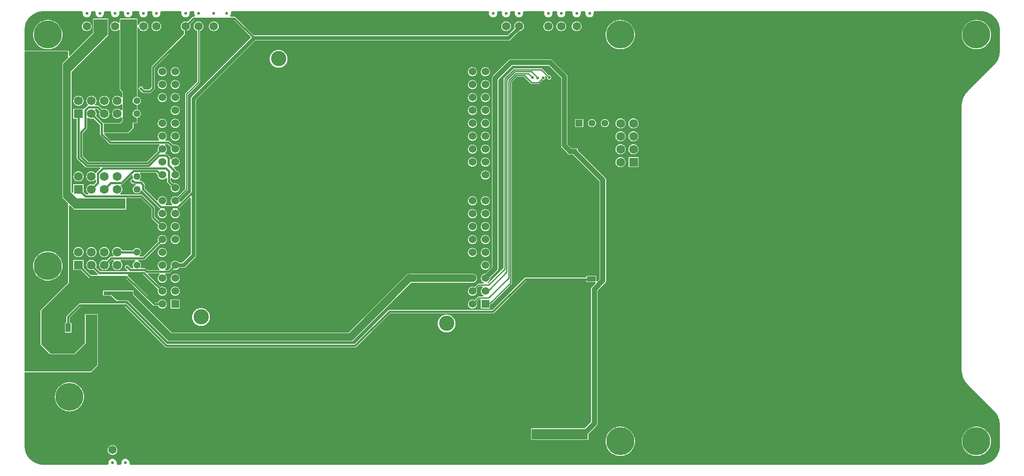
<source format=gbl>
%FSTAX23Y23*%
%MOIN*%
%SFA1B1*%

%IPPOS*%
%ADD16C,0.010000*%
%ADD80C,0.015000*%
%ADD81C,0.039370*%
%ADD84C,0.214960*%
%ADD85C,0.064960*%
%ADD86C,0.053150*%
%ADD87R,0.053150X0.053150*%
%ADD88C,0.067910*%
%ADD89R,0.067910X0.067910*%
%ADD90C,0.021650*%
%ADD91R,0.053150X0.053150*%
%ADD92R,0.067910X0.067910*%
%ADD93C,0.060240*%
%ADD94C,0.118110*%
%ADD95R,0.060240X0.060240*%
%ADD96C,0.216540*%
%ADD97C,0.023620*%
%ADD98C,0.059060*%
%ADD99C,0.030000*%
%LNrmx_explorer_board-1*%
%LPD*%
G36*
X07642Y03721D02*
X07661Y03716D01*
X07678Y03709*
X07695Y03699*
X0771Y03688*
X07723Y03674*
X07735Y03659*
X07744Y03643*
X07752Y03625*
X07757Y03607*
X07759Y03588*
Y03579*
Y03413*
Y03406*
X07758Y03391*
X07755Y03377*
X07751Y03364*
X07745Y03351*
X07739Y03338*
X07731Y03326*
X07722Y03315*
X07717Y0331*
X07516Y03109*
X07516Y03109*
X07515Y03109*
X0751Y03103*
X0751Y03103*
X07509Y03102*
X07499Y0309*
X07499Y03089*
X07498Y03089*
X07489Y03076*
X07489Y03075*
X07489Y03074*
X07481Y0306*
X07481Y0306*
X0748Y03059*
X07474Y03044*
X07474Y03044*
X07474Y03043*
X07469Y03028*
X07469Y03027*
X07469Y03026*
X07466Y03011*
Y0301*
X07466Y03009*
X07464Y02993*
X07464Y02993*
X07464Y02992*
X07464Y02984*
X07464Y02984*
X07464Y02984*
Y00952*
X07464Y00952*
X07464Y00952*
X07464Y00944*
X07464Y00943*
X07464Y00943*
X07466Y00927*
X07466Y00926*
Y00925*
X07469Y0091*
X07469Y00909*
X07469Y00908*
X07474Y00893*
X07474Y00892*
X07474Y00892*
X0748Y00877*
X07481Y00876*
X07481Y00876*
X07489Y00862*
X07489Y00861*
X07489Y0086*
X07498Y00847*
X07499Y00847*
X07499Y00846*
X07509Y00834*
X0751Y00833*
X0751Y00833*
X07515Y00827*
X07516Y00827*
X07516Y00827*
X07717Y00626*
X07722Y00621*
X07731Y0061*
X07739Y00598*
X07745Y00585*
X07751Y00572*
X07755Y00559*
X07758Y00545*
X07759Y0053*
Y00523*
Y00357*
Y00348*
X07757Y00329*
X07752Y00311*
X07744Y00293*
X07735Y00277*
X07723Y00262*
X0771Y00248*
X07695Y00237*
X07678Y00227*
X07661Y0022*
X07642Y00215*
X07624Y00212*
X01032*
X0103Y00213*
X01027Y00217*
X01025Y00221*
X01025Y00223*
X01025Y00226*
X01025Y00229*
X01025Y00232*
X01024Y00235*
X01023Y00238*
X01021Y00241*
X0102Y00243*
X01018Y00246*
X01016Y00248*
X01014Y0025*
X01011Y00252*
X01008Y00254*
X01006Y00255*
X01003Y00256*
X01Y00257*
X00997Y00257*
X00994Y00257*
X00991Y00257*
X00987Y00257*
X00984Y00256*
X00982Y00255*
X00979Y00254*
X00976Y00252*
X00974Y0025*
X00971Y00248*
X00969Y00246*
X00967Y00243*
X00966Y00241*
X00964Y00238*
X00963Y00235*
X00963Y00232*
X00962Y00229*
X00962Y00226*
X00962Y00223*
X00962Y00221*
X0096Y00217*
X00957Y00213*
X00955Y00212*
X00932*
X0093Y00213*
X00927Y00217*
X00925Y00221*
X00925Y00223*
X00925Y00226*
X00925Y00229*
X00925Y00232*
X00924Y00235*
X00923Y00238*
X00921Y00241*
X0092Y00243*
X00918Y00246*
X00916Y00248*
X00914Y0025*
X00911Y00252*
X00908Y00254*
X00906Y00255*
X00903Y00256*
X009Y00257*
X00897Y00257*
X00894Y00257*
X00891Y00257*
X00887Y00257*
X00884Y00256*
X00882Y00255*
X00879Y00254*
X00876Y00252*
X00874Y0025*
X00871Y00248*
X00869Y00246*
X00867Y00243*
X00866Y00241*
X00864Y00238*
X00863Y00235*
X00863Y00232*
X00862Y00229*
X00862Y00226*
X00862Y00223*
X00862Y00221*
X0086Y00217*
X00857Y00213*
X00855Y00212*
X00348*
X00329Y00215*
X00311Y0022*
X00293Y00227*
X00277Y00237*
X00262Y00248*
X00248Y00262*
X00237Y00277*
X00227Y00293*
X0022Y00311*
X00215Y00329*
X00212Y00348*
Y00357*
Y00928*
X00728*
X00728Y00928*
X00728*
X00728Y00928*
X00728Y00928*
X00729Y00928*
X00729Y00928*
X00729Y00928*
X0073Y00929*
X0073Y00929*
X00731Y00929*
X00731Y00929*
X00731Y00929*
X00731Y00929*
X00731Y00929*
X00731Y00929*
X00778Y00976*
X00778Y00977*
X00779Y00977*
X00779Y00977*
X00779Y00977*
X00779Y00977*
X00779Y00977*
X00779Y00978*
X0078Y00979*
X0078Y00979*
X0078Y00979*
X0078Y00979*
X0078Y00979*
X0078Y0098*
Y0098*
X0078Y0098*
Y01373*
X0078Y01374*
X00779Y01375*
X00779Y01376*
X00778Y01377*
X00777Y01377*
X00777Y01378*
X00776Y01378*
X00775Y01378*
X00685*
X00684Y01378*
X00683Y01378*
X00682Y01377*
X00681Y01377*
X00681Y01376*
X0068Y01375*
X0068Y01374*
X0068Y01373*
Y01156*
Y01156*
X0068Y01155*
X0068Y01155*
X0068Y01155*
X00679Y01154*
X00679Y01154*
X00597Y01072*
X00597Y01072*
X00596Y01071*
X00596Y01071*
X00596*
X00595Y01071*
X00595*
X00415*
X00415*
X00414Y01071*
X00414Y01071*
X00414Y01071*
X00413Y01072*
X00413Y01072*
X00413Y01072*
X00413Y01072*
X00413Y01072*
X00413Y01073*
X00413Y01073*
X00413Y01073*
X00413Y01073*
X00412Y01073*
X00412Y01073*
X00412Y01074*
X00412Y01074*
X00344Y01142*
X00344Y01142*
X00343Y01143*
X00343Y01143*
X00343Y01143*
X00343Y01144*
Y01144*
Y01406*
Y01406*
X00343Y01407*
X00343Y01407*
X00343Y01407*
X00344Y01408*
Y01408*
X00344Y01408*
X00554Y01618*
X00554Y01618*
X00554Y01618*
X00554Y01619*
X00554Y01619*
X00554Y01619*
X00554Y01619*
X00555Y01619*
X00555Y0162*
X00555Y01621*
X00555Y01621*
X00555Y01621*
X00555Y01621*
X00555Y01621*
Y01622*
X00555Y01622*
Y02219*
Y02219*
X00555Y02219*
X00564Y02224*
X00596Y02191*
X00597Y0219*
X00598Y0219*
X00599Y02189*
X006Y02189*
X00994*
X00995Y02189*
X00996Y0219*
X00996Y0219*
X00997Y02191*
X00998Y02192*
X00998Y02192*
X00999Y02193*
X00999Y02194*
Y02273*
X01004Y02278*
X01006Y02279*
X01112*
X01196Y02196*
Y02127*
X01196Y02125*
X01196Y02123*
X01197Y02121*
X01198Y02119*
X01199Y02118*
X01247Y0207*
X01246Y02068*
X01245Y02065*
X01244Y02062*
X01244Y02059*
X01244Y02056*
X01244Y02053*
X01244Y0205*
X01245Y02047*
X01246Y02044*
X01247Y02041*
X01249Y02038*
X0125Y02036*
X01252Y02033*
X01254Y02031*
X01256Y02029*
X01259Y02027*
X01261Y02025*
X01264Y02024*
X01267Y02023*
X0127Y02022*
X01273Y02021*
X01276Y02021*
X01279Y02021*
X01282Y02021*
X01285Y02021*
X01288Y02022*
X01291Y02023*
X01294Y02024*
X01297Y02025*
X01299Y02027*
X01302Y02029*
X01304Y02031*
X01306Y02033*
X01308Y02036*
X01309Y02038*
X01311Y02041*
X01312Y02044*
X01313Y02047*
X01314Y0205*
X01314Y02053*
X01314Y02056*
X01314Y02059*
X01314Y02062*
X01313Y02065*
X01312Y02068*
X01311Y02071*
X01309Y02073*
X01308Y02076*
X01306Y02078*
X01304Y02081*
X01302Y02083*
X01299Y02085*
X01297Y02086*
X01294Y02088*
X01291Y02089*
X01288Y0209*
X01285Y0209*
X01282Y02091*
X01279Y02091*
X01276Y02091*
X01273Y0209*
X0127Y0209*
X01267Y02089*
X01265Y02088*
X01221Y02132*
Y02201*
X01221Y02203*
X0122Y02205*
X01219Y02207*
X01218Y02209*
X01217Y0221*
X01126Y02301*
X01125Y02302*
X01123Y02303*
X01121Y02304*
X0112Y02304*
X01118Y02304*
X00955*
X00953Y02313*
X00955Y02315*
X00958Y02318*
X0096Y0232*
X00962Y02323*
X00964Y02326*
X00966Y02329*
X00967Y02332*
X00968Y02335*
X00969Y02338*
X00969Y02342*
X00969Y02345*
X00969Y02349*
X00969Y02352*
X00968Y02355*
X00967Y02359*
X00966Y02362*
X00964Y02365*
X00962Y02368*
X0096Y0237*
X00958Y02373*
X00958Y02373*
X00961Y02382*
X00963*
X00965Y02382*
X00967Y02382*
X00969Y02383*
X0097Y02384*
X00972Y02385*
X01043Y02457*
X01051Y02452*
X01051Y02451*
X01051Y02448*
X01051Y02445*
X01051Y02442*
X01051Y02439*
X01052Y02436*
X01053Y02433*
X01053Y02432*
X01053Y02432*
X01051Y02427*
X01048Y02424*
X01048Y02424*
X01045Y02423*
X01043Y02423*
X01041Y02422*
X01039Y0242*
X01038Y02419*
X01036Y02417*
X01035Y02415*
X01034Y02413*
X01033Y02411*
X01033Y02409*
X01033Y02407*
X01033Y02405*
X01033Y02403*
X01034Y02401*
X01035Y02399*
X01036Y02397*
X01038Y02395*
X01039Y02394*
X01041Y02392*
X01043Y02391*
X01045Y02391*
X01048Y0239*
X0105Y0239*
X01051Y0239*
X01053Y02388*
X01055Y02387*
X01056Y02386*
X01058Y02385*
X0106Y02385*
X01062Y02385*
X01073*
X01074Y02376*
X01073Y02375*
X0107Y02374*
X01067Y02373*
X01065Y02371*
X01062Y0237*
X0106Y02368*
X01058Y02365*
X01056Y02363*
X01054Y0236*
X01053Y02357*
X01052Y02354*
X01051Y02351*
X01051Y02348*
X01051Y02345*
X01051Y02342*
X01051Y02339*
X01052Y02336*
X01053Y02333*
X01054Y0233*
X01056Y02328*
X01058Y02325*
X0106Y02323*
X01062Y02321*
X01065Y02319*
X01067Y02317*
X0107Y02316*
X01073Y02315*
X01076Y02314*
X01079Y02314*
X01082Y02314*
X01085Y02314*
X01088Y02314*
X01091Y02315*
X01094Y02316*
X01097Y02317*
X011Y02319*
X01102Y02321*
X01105Y02323*
X01107Y02325*
X01108Y02328*
X0111Y0233*
X01111Y02333*
X01112Y02334*
X01116Y02336*
X01122Y02335*
X01123Y02334*
X01258Y02199*
X01259Y02198*
X01261Y02197*
X01262Y02196*
X01263Y02193*
X01264Y02191*
X01264Y02189*
X01263Y02187*
X01261Y02186*
X01259Y02185*
X01256Y02183*
X01254Y02181*
X01252Y02178*
X0125Y02176*
X01249Y02173*
X01247Y02171*
X01246Y02168*
X01245Y02165*
X01244Y02162*
X01244Y02159*
X01244Y02156*
X01244Y02153*
X01244Y0215*
X01245Y02147*
X01246Y02144*
X01247Y02141*
X01249Y02138*
X0125Y02136*
X01252Y02133*
X01254Y02131*
X01256Y02129*
X01259Y02127*
X01261Y02125*
X01264Y02124*
X01267Y02123*
X0127Y02122*
X01273Y02121*
X01276Y02121*
X01279Y02121*
X01282Y02121*
X01285Y02121*
X01288Y02122*
X01291Y02123*
X01294Y02124*
X01297Y02125*
X01299Y02127*
X01302Y02129*
X01304Y02131*
X01306Y02133*
X01308Y02136*
X01309Y02138*
X01311Y02141*
X01312Y02144*
X01313Y02147*
X01314Y0215*
X01314Y02153*
X01314Y02156*
X01314Y02159*
X01314Y02162*
X01313Y02165*
X01312Y02168*
X01311Y02171*
X01309Y02173*
X01308Y02176*
X01306Y02178*
X01304Y02181*
X01302Y02183*
X01299Y02185*
X01297Y02186*
X01296Y02187*
X01298Y02196*
X01298Y02196*
X0136*
X0136Y02196*
X01362Y02187*
X01361Y02186*
X01359Y02185*
X01356Y02183*
X01354Y02181*
X01352Y02178*
X0135Y02176*
X01349Y02173*
X01347Y02171*
X01346Y02168*
X01345Y02165*
X01344Y02162*
X01344Y02159*
X01344Y02156*
X01344Y02153*
X01344Y0215*
X01345Y02147*
X01346Y02144*
X01347Y02141*
X01349Y02138*
X0135Y02136*
X01352Y02133*
X01354Y02131*
X01356Y02129*
X01359Y02127*
X01361Y02125*
X01364Y02124*
X01367Y02123*
X0137Y02122*
X01373Y02121*
X01376Y02121*
X01379Y02121*
X01382Y02121*
X01385Y02121*
X01388Y02122*
X01391Y02123*
X01394Y02124*
X01397Y02125*
X01399Y02127*
X01402Y02129*
X01404Y02131*
X01406Y02133*
X01408Y02136*
X01409Y02138*
X01411Y02141*
X01412Y02144*
X01413Y02147*
X01414Y0215*
X01414Y02153*
X01414Y02156*
X01414Y02159*
X01414Y02162*
X01413Y02165*
X01412Y02168*
X01411Y02171*
X01409Y02173*
X01408Y02176*
X01406Y02178*
X01404Y02181*
X01402Y02183*
X01399Y02185*
X01397Y02186*
X01396Y02187*
X01398Y02196*
X01398Y02196*
X01401*
X01403Y02196*
X01405Y02196*
X01407Y02197*
X01408Y02198*
X0141Y02199*
X01491Y0228*
X01499Y02277*
Y01841*
X01434Y01776*
X01408*
X01408Y01776*
X01406Y01778*
X01404Y01781*
X01402Y01783*
X01399Y01785*
X01397Y01786*
X01394Y01788*
X01391Y01789*
X01388Y0179*
X01385Y0179*
X01382Y01791*
X01379Y01791*
X01376Y01791*
X01373Y0179*
X0137Y0179*
X01367Y01789*
X01364Y01788*
X01361Y01786*
X01359Y01785*
X01356Y01783*
X01354Y01781*
X01352Y01778*
X0135Y01776*
X01349Y01773*
X01347Y01771*
X01346Y01768*
X01345Y01765*
X01344Y01762*
X01344Y01759*
X01344Y01756*
X01344Y01753*
X01344Y0175*
X01345Y01747*
X01346Y01744*
X01347Y01741*
X01324Y01719*
X01303*
X013Y01725*
X013Y01728*
X01302Y01729*
X01304Y01731*
X01306Y01733*
X01308Y01736*
X01309Y01738*
X01311Y01741*
X01312Y01744*
X01313Y01747*
X01314Y0175*
X01314Y01753*
X01314Y01756*
X01314Y01759*
X01314Y01762*
X01313Y01765*
X01312Y01768*
X01311Y01771*
X01309Y01773*
X01308Y01776*
X01306Y01778*
X01304Y01781*
X01302Y01783*
X01299Y01785*
X01297Y01786*
X01294Y01788*
X01291Y01789*
X01288Y0179*
X01285Y0179*
X01282Y01791*
X01279Y01791*
X01276Y01791*
X01273Y0179*
X0127Y0179*
X01267Y01789*
X01264Y01788*
X01261Y01786*
X01259Y01785*
X01256Y01783*
X01254Y01781*
X01252Y01778*
X0125Y01776*
X01249Y01773*
X01247Y01771*
X01246Y01768*
X01245Y01765*
X01244Y01762*
X01244Y01759*
X01244Y01756*
X01244Y01753*
X01244Y0175*
X01245Y01747*
X01246Y01744*
X01247Y01741*
X01249Y01738*
X0125Y01736*
X01252Y01733*
X01254Y01731*
X01256Y01729*
X01258Y01728*
X01258Y01725*
X01255Y01719*
X01162*
X01152Y01729*
X0115Y0173*
X01149Y01731*
X01147Y01732*
X01145Y01732*
X01143Y01733*
X01113*
X01111Y01734*
X01108Y01742*
X01108Y01742*
X0111Y01744*
X01111Y01747*
X01112Y0175*
X01113Y01753*
X01114Y01756*
X01114Y01759*
X01114Y01762*
X01113Y01765*
X01112Y01768*
X01111Y01771*
X0111Y01774*
X01108Y01777*
X01107Y01779*
X01105Y01781*
X01102Y01784*
X011Y01785*
X01097Y01787*
X01094Y01788*
X01091Y01789*
X01094Y01798*
X01134*
X01136Y01798*
X01138Y01799*
X01139Y01799*
X01141Y018*
X01143Y01802*
X01265Y01924*
X01267Y01923*
X0127Y01922*
X01273Y01921*
X01276Y01921*
X01279Y01921*
X01282Y01921*
X01285Y01921*
X01288Y01922*
X01291Y01923*
X01294Y01924*
X01297Y01925*
X01299Y01927*
X01302Y01929*
X01304Y01931*
X01306Y01933*
X01308Y01936*
X01309Y01938*
X01311Y01941*
X01312Y01944*
X01313Y01947*
X01314Y0195*
X01314Y01953*
X01314Y01956*
X01314Y01959*
X01314Y01962*
X01313Y01965*
X01312Y01968*
X01311Y01971*
X01309Y01973*
X01308Y01976*
X01306Y01978*
X01304Y01981*
X01302Y01983*
X01299Y01985*
X01297Y01986*
X01294Y01988*
X01291Y01989*
X01288Y0199*
X01285Y0199*
X01282Y01991*
X01279Y01991*
X01276Y01991*
X01273Y0199*
X0127Y0199*
X01267Y01989*
X01264Y01988*
X01261Y01986*
X01259Y01985*
X01256Y01983*
X01254Y01981*
X01252Y01978*
X0125Y01976*
X01249Y01973*
X01247Y01971*
X01246Y01968*
X01245Y01965*
X01244Y01962*
X01244Y01959*
X01244Y01956*
X01244Y01953*
X01244Y0195*
X01245Y01947*
X01246Y01944*
X01247Y01941*
X01129Y01823*
X01105*
X01104Y01825*
X01103Y01826*
X01102Y01835*
X01105Y01837*
X01107Y01839*
X01108Y01842*
X0111Y01844*
X01111Y01847*
X01112Y0185*
X01113Y01853*
X01114Y01856*
X01114Y01859*
X01114Y01862*
X01113Y01865*
X01112Y01868*
X01111Y01871*
X0111Y01874*
X01108Y01877*
X01107Y01879*
X01105Y01881*
X01102Y01884*
X011Y01885*
X01097Y01887*
X01094Y01888*
X01091Y01889*
X01088Y0189*
X01085Y01891*
X01082Y01891*
X01079Y01891*
X01076Y0189*
X01073Y01889*
X0107Y01888*
X01067Y01887*
X01065Y01885*
X01062Y01884*
X0106Y01881*
X01058Y01879*
X01056Y01877*
X01054Y01874*
X01053Y01872*
X00967*
X00967Y01872*
X00966Y01876*
X00964Y01879*
X00962Y01881*
X0096Y01884*
X00958Y01887*
X00955Y01889*
X00953Y01891*
X0095Y01893*
X00947Y01894*
X00944Y01896*
X0094Y01897*
X00937Y01898*
X00934Y01898*
X0093Y01898*
X00927Y01898*
X00923Y01898*
X0092Y01897*
X00917Y01896*
X00914Y01894*
X00911Y01893*
X00908Y01891*
X00905Y01889*
X00903Y01887*
X009Y01884*
X00898Y01881*
X00896Y01879*
X00895Y01876*
X00894Y01872*
X00893Y01869*
X00892Y01866*
X00891Y01863*
X00891Y01859*
X00891Y01856*
X00892Y01852*
X00893Y01849*
X00894Y01846*
X00895Y01843*
X00896Y0184*
X00898Y01837*
X009Y01834*
X00902Y01832*
X00902Y0183*
X00899Y01823*
X00882*
X0088Y01823*
X00878Y01822*
X00876Y01822*
X00874Y01821*
X00873Y01819*
X00847Y01794*
X00847Y01794*
X00844Y01796*
X0084Y01797*
X00837Y01798*
X00834Y01798*
X0083Y01798*
X00827Y01798*
X00823Y01798*
X0082Y01797*
X00817Y01796*
X00814Y01794*
X00811Y01793*
X00808Y01791*
X00805Y01789*
X00803Y01787*
X008Y01784*
X00798Y01781*
X00796Y01779*
X00795Y01776*
X00794Y01772*
X00793Y01769*
X00792Y01766*
X00791Y01763*
X00791Y01759*
X00791Y01756*
X00792Y01752*
X00793Y01749*
X00794Y01746*
X00795Y01743*
X00796Y0174*
X00798Y01737*
X008Y01734*
X00803Y01732*
X00805Y01729*
X00808Y01727*
X00811Y01725*
X00814Y01724*
X00817Y01722*
X0082Y01721*
X00823Y01721*
X00827Y0172*
X0083Y0172*
X00834Y0172*
X00837Y01721*
X0084Y01721*
X00844Y01722*
X00847Y01724*
X0085Y01725*
X00853Y01727*
X00855Y01729*
X00858Y01732*
X0086Y01734*
X00862Y01737*
X00864Y0174*
X00866Y01743*
X00867Y01746*
X00868Y01749*
X00869Y01752*
X00869Y01756*
X00869Y01759*
X00869Y01763*
X00869Y01766*
X00868Y01769*
X00867Y01772*
X00866Y01776*
X00865Y01776*
X00887Y01798*
X00902*
X00905Y01789*
X00905Y01789*
X00903Y01787*
X009Y01784*
X00898Y01781*
X00896Y01779*
X00895Y01776*
X00894Y01772*
X00893Y01769*
X00892Y01766*
X00891Y01763*
X00891Y01759*
X00891Y01756*
X00892Y01752*
X00893Y01749*
X00894Y01746*
X00895Y01743*
X00896Y0174*
X00898Y01737*
X009Y01734*
X00903Y01732*
X00905Y01729*
X00908Y01727*
X00911Y01725*
X00914Y01724*
X00917Y01722*
X0092Y01721*
X00923Y01721*
X00927Y0172*
X0093Y0172*
X00934Y0172*
X00937Y01721*
X0094Y01721*
X00944Y01722*
X00947Y01724*
X0095Y01725*
X00953Y01727*
X00955Y01729*
X00958Y01732*
X0096Y01734*
X00962Y01737*
X00964Y0174*
X00966Y01743*
X00967Y01746*
X00968Y01749*
X00969Y01752*
X00969Y01756*
X00969Y01759*
X00969Y01763*
X00969Y01766*
X00968Y01769*
X00967Y01772*
X00966Y01776*
X00964Y01779*
X00962Y01781*
X0096Y01784*
X00958Y01787*
X00955Y01789*
X00955Y01789*
X00958Y01798*
X01071*
X01073Y01789*
X0107Y01788*
X01067Y01787*
X01065Y01785*
X01062Y01784*
X0106Y01781*
X01058Y01779*
X01056Y01777*
X01054Y01774*
X01053Y01771*
X01052Y01768*
X01051Y01765*
X01051Y01762*
X01051Y01759*
X01051Y01756*
X01051Y01753*
X01052Y0175*
X01053Y01747*
X01054Y01744*
X01056Y01742*
X01056Y01742*
X01053Y01734*
X01052Y01733*
X01036*
X01023Y01745*
X01023Y01746*
X01022Y01748*
X01021Y0175*
X0102Y01752*
X01018Y01754*
X01017Y01755*
X01015Y01756*
X01013Y01757*
X01011Y01758*
X01009Y01758*
X01006Y01758*
X01004Y01758*
X01002Y01758*
X01Y01757*
X00998Y01756*
X00996Y01755*
X00994Y01754*
X00993Y01752*
X00992Y0175*
X00991Y01748*
X0099Y01746*
X0099Y01744*
X0099Y01742*
X0099Y01739*
X0099Y01737*
X00991Y01735*
X00992Y01733*
X00993Y01731*
X00994Y0173*
X00996Y01728*
X00998Y01727*
X01Y01726*
X01002Y01725*
X01004Y01725*
X01006Y01725*
X01006*
X01011Y01719*
X01008Y01711*
X00796*
X00765Y01742*
X00766Y01743*
X00767Y01746*
X00768Y01749*
X00769Y01752*
X00769Y01756*
X00769Y01759*
X00769Y01763*
X00769Y01766*
X00768Y01769*
X00767Y01772*
X00766Y01776*
X00764Y01779*
X00762Y01781*
X0076Y01784*
X00758Y01787*
X00755Y01789*
X00753Y01791*
X0075Y01793*
X00747Y01794*
X00744Y01796*
X0074Y01797*
X00737Y01798*
X00734Y01798*
X0073Y01798*
X00727Y01798*
X00723Y01798*
X0072Y01797*
X00717Y01796*
X00714Y01794*
X00711Y01793*
X00708Y01791*
X00705Y01789*
X00703Y01787*
X007Y01784*
X00698Y01781*
X00696Y01779*
X00695Y01776*
X00694Y01772*
X00693Y01769*
X00692Y01766*
X00691Y01763*
X00691Y01759*
X00691Y01756*
X00692Y01752*
X00693Y01749*
X00694Y01746*
X00695Y01743*
X00696Y0174*
X00698Y01737*
X007Y01734*
X00703Y01732*
X00705Y01729*
X00708Y01727*
X00711Y01725*
X00714Y01724*
X00717Y01722*
X0072Y01721*
X00723Y01721*
X00727Y0172*
X0073Y0172*
X00734Y0172*
X00737Y01721*
X0074Y01721*
X00744Y01722*
X00747Y01724*
X00747Y01724*
X00781Y01691*
X0078Y01685*
X00777Y01682*
X00725*
X00669Y01738*
Y01798*
X00591*
Y0172*
X00651*
X00711Y0166*
X00713Y01659*
X00714Y01658*
X00716Y01657*
X00718Y01657*
X0072Y01657*
X00996*
X01206Y01447*
X01207Y01446*
X01209Y01445*
X01211Y01444*
X01213Y01443*
X01215Y01443*
X01246*
X01247Y01441*
X01249Y01438*
X0125Y01436*
X01252Y01433*
X01254Y01431*
X01256Y01429*
X01259Y01427*
X01261Y01425*
X01264Y01424*
X01267Y01423*
X0127Y01422*
X01273Y01421*
X01276Y01421*
X01279Y01421*
X01282Y01421*
X01285Y01421*
X01288Y01422*
X01291Y01423*
X01294Y01424*
X01297Y01425*
X01299Y01427*
X01302Y01429*
X01304Y01431*
X01306Y01433*
X01308Y01436*
X01309Y01438*
X01311Y01441*
X01312Y01444*
X01313Y01447*
X01314Y0145*
X01314Y01453*
X01314Y01456*
X01314Y01459*
X01314Y01462*
X01313Y01465*
X01312Y01468*
X01311Y01471*
X01309Y01473*
X01308Y01476*
X01306Y01478*
X01304Y01481*
X01302Y01483*
X01299Y01485*
X01297Y01486*
X01294Y01488*
X01291Y01489*
X01288Y0149*
X01285Y0149*
X01282Y01491*
X01279Y01491*
X01276Y01491*
X01273Y0149*
X0127Y0149*
X01267Y01489*
X01264Y01488*
X01261Y01486*
X01259Y01485*
X01256Y01483*
X01254Y01481*
X01252Y01478*
X0125Y01476*
X01249Y01473*
X01247Y01471*
X01246Y01468*
X0122*
X01011Y01677*
X01013Y01682*
X01015Y01686*
X01131*
X01169Y01648*
X01247Y0157*
X01246Y01568*
X01245Y01565*
X01244Y01562*
X01244Y01559*
X01244Y01556*
X01244Y01553*
X01244Y0155*
X01245Y01547*
X01246Y01544*
X01247Y01541*
X01249Y01538*
X0125Y01536*
X01252Y01533*
X01254Y01531*
X01256Y01529*
X01259Y01527*
X01261Y01525*
X01264Y01524*
X01267Y01523*
X0127Y01522*
X01273Y01521*
X01276Y01521*
X01279Y01521*
X01282Y01521*
X01285Y01521*
X01288Y01522*
X01291Y01523*
X01294Y01524*
X01297Y01525*
X01299Y01527*
X01302Y01529*
X01304Y01531*
X01306Y01533*
X01308Y01536*
X01309Y01538*
X01311Y01541*
X01312Y01544*
X01313Y01547*
X01314Y0155*
X01314Y01553*
X01314Y01556*
X01314Y01559*
X01314Y01562*
X01313Y01565*
X01312Y01568*
X01311Y01571*
X01309Y01573*
X01308Y01576*
X01306Y01578*
X01304Y01581*
X01302Y01583*
X01299Y01585*
X01297Y01586*
X01294Y01588*
X01291Y01589*
X01288Y0159*
X01285Y0159*
X01282Y01591*
X01279Y01591*
X01276Y01591*
X01273Y0159*
X0127Y0159*
X01267Y01589*
X01265Y01588*
X01187Y01666*
Y01666*
X01167Y01685*
X01171Y01694*
X01256*
X01259Y01685*
X01259Y01685*
X01256Y01683*
X01254Y01681*
X01252Y01678*
X0125Y01676*
X01249Y01673*
X01247Y01671*
X01246Y01668*
X01245Y01665*
X01244Y01662*
X01244Y01659*
X01244Y01656*
X01244Y01653*
X01244Y0165*
X01245Y01647*
X01246Y01644*
X01247Y01641*
X01249Y01638*
X0125Y01636*
X01252Y01633*
X01254Y01631*
X01256Y01629*
X01259Y01627*
X01261Y01625*
X01264Y01624*
X01267Y01623*
X0127Y01622*
X01273Y01621*
X01276Y01621*
X01279Y01621*
X01282Y01621*
X01285Y01621*
X01288Y01622*
X01291Y01623*
X01294Y01624*
X01297Y01625*
X01299Y01627*
X01302Y01629*
X01304Y01631*
X01306Y01633*
X01308Y01636*
X01309Y01638*
X01311Y01641*
X01312Y01644*
X01313Y01647*
X01314Y0165*
X01314Y01653*
X01314Y01656*
X01314Y01659*
X01314Y01662*
X01313Y01665*
X01312Y01668*
X01311Y01671*
X01309Y01673*
X01308Y01676*
X01306Y01678*
X01304Y01681*
X01302Y01683*
X01299Y01685*
X01299Y01685*
X01302Y01694*
X01329*
X01331Y01694*
X01333Y01694*
X01335Y01695*
X01337Y01696*
X01338Y01697*
X01365Y01724*
X01367Y01723*
X0137Y01722*
X01373Y01721*
X01376Y01721*
X01379Y01721*
X01382Y01721*
X01385Y01721*
X01388Y01722*
X01391Y01723*
X01394Y01724*
X01397Y01725*
X01399Y01727*
X01402Y01729*
X01404Y01731*
X01406Y01733*
X01408Y01736*
X01408Y01736*
X01442*
X01444Y01736*
X01446Y01736*
X01448Y01737*
X01451Y01738*
X01452Y01739*
X01454Y0174*
X01456Y01742*
X01533Y01819*
X01535Y01821*
X01536Y01823*
X01537Y01824*
X01538Y01827*
X01539Y01829*
X01539Y01831*
X01539Y01833*
Y02326*
Y03038*
X01998Y03497*
X03958*
X0396Y03497*
X03963Y03498*
X03965Y03498*
X03967Y03499*
X03969Y035*
X03971Y03502*
X03972Y03503*
X0404Y0357*
X04043Y0357*
X04046Y03571*
X04049Y03572*
X04052Y03573*
X04055Y03574*
X04058Y03575*
X04061Y03577*
X04063Y03579*
X04066Y03581*
X04068Y03584*
X0407Y03586*
X04072Y03589*
X04073Y03592*
X04075Y03595*
X04076Y03598*
X04076Y03601*
X04077Y03605*
X04077Y03608*
X04077Y03611*
X04076Y03614*
X04076Y03617*
X04075Y03621*
X04073Y03624*
X04072Y03627*
X0407Y03629*
X04068Y03632*
X04066Y03634*
X04063Y03637*
X04061Y03639*
X04058Y0364*
X04055Y03642*
X04052Y03643*
X04049Y03644*
X04046Y03645*
X04043Y03645*
X04039Y03645*
X04036Y03645*
X04033Y03645*
X0403Y03644*
X04026Y03643*
X04023Y03642*
X04021Y0364*
X04018Y03639*
X04015Y03637*
X04013Y03634*
X04011Y03632*
X04009Y03629*
X04007Y03627*
X04005Y03624*
X04004Y03621*
X04003Y03617*
X04002Y03614*
X04002Y03611*
X04002Y03608*
X04002Y03605*
X04002Y03601*
X04003Y03598*
X04004Y03595*
X04005Y03592*
X0395Y03537*
X0199*
X01987Y03537*
X01847Y03678*
X01845Y03679*
X01844Y0368*
X01842Y03681*
X0184Y03681*
X01838Y03681*
X01808*
X01807Y03683*
X01804Y0369*
X01805Y03693*
X01807Y03696*
X01808Y03699*
X01809Y03702*
X01809Y03705*
X01809Y03708*
X01809Y03711*
X01809Y03714*
X01808Y03715*
X01812Y03721*
X01814Y03723*
X01815Y03724*
X03802*
X03803Y03723*
X03805Y03721*
X03809Y03715*
X03808Y03714*
X03808Y03711*
X03808Y03708*
X03808Y03705*
X03808Y03702*
X03809Y03699*
X0381Y03696*
X03811Y03693*
X03813Y0369*
X03815Y03688*
X03817Y03685*
X03819Y03683*
X03822Y03682*
X03824Y0368*
X03827Y03679*
X0383Y03678*
X03833Y03677*
X03836Y03676*
X03839Y03676*
X03842Y03676*
X03845Y03677*
X03848Y03678*
X03851Y03679*
X03854Y0368*
X03857Y03682*
X03859Y03683*
X03862Y03685*
X03864Y03688*
X03865Y0369*
X03867Y03693*
X03868Y03696*
X03869Y03699*
X0387Y03702*
X03871Y03705*
X03871Y03708*
X03871Y03711*
X0387Y03714*
X0387Y03715*
X03873Y03721*
X03876Y03723*
X03876Y03724*
X03902*
X03903Y03723*
X03905Y03721*
X03909Y03715*
X03908Y03714*
X03908Y03711*
X03908Y03708*
X03908Y03705*
X03908Y03702*
X03909Y03699*
X0391Y03696*
X03911Y03693*
X03913Y0369*
X03915Y03688*
X03917Y03685*
X03919Y03683*
X03922Y03682*
X03924Y0368*
X03927Y03679*
X0393Y03678*
X03933Y03677*
X03936Y03676*
X03939Y03676*
X03942Y03676*
X03945Y03677*
X03948Y03678*
X03951Y03679*
X03954Y0368*
X03957Y03682*
X03959Y03683*
X03962Y03685*
X03964Y03688*
X03965Y0369*
X03967Y03693*
X03968Y03696*
X03969Y03699*
X0397Y03702*
X03971Y03705*
X03971Y03708*
X03971Y03711*
X0397Y03714*
X0397Y03715*
X03973Y03721*
X03976Y03723*
X03976Y03724*
X04002*
X04003Y03723*
X04005Y03721*
X04009Y03715*
X04008Y03714*
X04008Y03711*
X04008Y03708*
X04008Y03705*
X04008Y03702*
X04009Y03699*
X0401Y03696*
X04011Y03693*
X04013Y0369*
X04015Y03688*
X04017Y03685*
X04019Y03683*
X04022Y03682*
X04024Y0368*
X04027Y03679*
X0403Y03678*
X04033Y03677*
X04036Y03676*
X04039Y03676*
X04042Y03676*
X04045Y03677*
X04048Y03678*
X04051Y03679*
X04054Y0368*
X04057Y03682*
X04059Y03683*
X04062Y03685*
X04064Y03688*
X04065Y0369*
X04067Y03693*
X04068Y03696*
X04069Y03699*
X0407Y03702*
X04071Y03705*
X04071Y03708*
X04071Y03711*
X0407Y03714*
X0407Y03715*
X04073Y03721*
X04076Y03723*
X04076Y03724*
X04228*
X04229Y03723*
X04232Y03721*
X04235Y03715*
X04235Y03714*
X04234Y03711*
X04234Y03708*
X04234Y03705*
X04235Y03702*
X04235Y03699*
X04237Y03696*
X04238Y03693*
X04239Y0369*
X04241Y03688*
X04243Y03685*
X04246Y03683*
X04248Y03682*
X04251Y0368*
X04254Y03679*
X04256Y03678*
X04259Y03677*
X04263Y03676*
X04266Y03676*
X04269Y03676*
X04272Y03677*
X04275Y03678*
X04278Y03679*
X04281Y0368*
X04283Y03682*
X04286Y03683*
X04288Y03685*
X0429Y03688*
X04292Y0369*
X04293Y03693*
X04295Y03696*
X04296Y03699*
X04297Y03702*
X04297Y03705*
X04297Y03708*
X04297Y03711*
X04297Y03714*
X04296Y03715*
X043Y03721*
X04302Y03723*
X04303Y03724*
X04328*
X04329Y03723*
X04332Y03721*
X04335Y03715*
X04335Y03714*
X04334Y03711*
X04334Y03708*
X04334Y03705*
X04335Y03702*
X04335Y03699*
X04337Y03696*
X04338Y03693*
X04339Y0369*
X04341Y03688*
X04343Y03685*
X04346Y03683*
X04348Y03682*
X04351Y0368*
X04354Y03679*
X04356Y03678*
X04359Y03677*
X04363Y03676*
X04366Y03676*
X04369Y03676*
X04372Y03677*
X04375Y03678*
X04378Y03679*
X04381Y0368*
X04383Y03682*
X04386Y03683*
X04388Y03685*
X0439Y03688*
X04392Y0369*
X04393Y03693*
X04395Y03696*
X04396Y03699*
X04397Y03702*
X04397Y03705*
X04397Y03708*
X04397Y03711*
X04397Y03714*
X04396Y03715*
X044Y03721*
X04402Y03723*
X04403Y03724*
X04448*
X04448Y03723*
X04451Y03721*
X04454Y03715*
X04454Y03714*
X04453Y03711*
X04453Y03708*
X04453Y03705*
X04454Y03702*
X04455Y03699*
X04456Y03696*
X04457Y03693*
X04459Y0369*
X0446Y03688*
X04462Y03685*
X04465Y03683*
X04467Y03682*
X0447Y0368*
X04473Y03679*
X04476Y03678*
X04479Y03677*
X04482Y03676*
X04485Y03676*
X04488Y03676*
X04491Y03677*
X04494Y03678*
X04497Y03679*
X045Y0368*
X04502Y03682*
X04505Y03683*
X04507Y03685*
X04509Y03688*
X04511Y0369*
X04513Y03693*
X04514Y03696*
X04515Y03699*
X04516Y03702*
X04516Y03705*
X04516Y03708*
X04516Y03711*
X04516Y03714*
X04515Y03715*
X04519Y03721*
X04521Y03723*
X04522Y03724*
X04548*
X04548Y03723*
X04551Y03721*
X04554Y03715*
X04554Y03714*
X04553Y03711*
X04553Y03708*
X04553Y03705*
X04554Y03702*
X04555Y03699*
X04556Y03696*
X04557Y03693*
X04559Y0369*
X0456Y03688*
X04562Y03685*
X04565Y03683*
X04567Y03682*
X0457Y0368*
X04573Y03679*
X04576Y03678*
X04579Y03677*
X04582Y03676*
X04585Y03676*
X04588Y03676*
X04591Y03677*
X04594Y03678*
X04597Y03679*
X046Y0368*
X04602Y03682*
X04605Y03683*
X04607Y03685*
X04609Y03688*
X04611Y0369*
X04613Y03693*
X04614Y03696*
X04615Y03699*
X04616Y03702*
X04616Y03705*
X04616Y03708*
X04616Y03711*
X04616Y03714*
X04615Y03715*
X04619Y03721*
X04621Y03723*
X04622Y03724*
X07624*
X07642Y03721*
G37*
G36*
X01522Y03723D02*
X01525Y03721D01*
X01528Y03715*
X01528Y03714*
X01528Y03711*
X01527Y03708*
X01528Y03705*
X01528Y03702*
X01529Y03699*
X0153Y03696*
X01531Y03693*
X01533Y0369*
X0153Y03683*
X01528Y03681*
X0152*
X01518Y03681*
X01516Y03681*
X01514Y0368*
X01512Y03679*
X01511Y03678*
X01475Y03642*
X01475Y03642*
X01472Y03643*
X01469Y03644*
X01465Y03645*
X01462Y03645*
X01459Y03645*
X01456Y03645*
X01452Y03645*
X01449Y03644*
X01446Y03643*
X01443Y03642*
X0144Y0364*
X01437Y03639*
X01435Y03637*
X01432Y03634*
X0143Y03632*
X01428Y03629*
X01426Y03627*
X01425Y03624*
X01424Y03621*
X01423Y03617*
X01422Y03614*
X01422Y03611*
X01421Y03608*
X01422Y03605*
X01422Y03601*
X01423Y03598*
X01424Y03595*
X01425Y03592*
X01426Y03589*
X01428Y03586*
X0143Y03584*
X01432Y03581*
X01435Y03579*
X01437Y03577*
X0144Y03575*
X01443Y03574*
X01446Y03573*
Y03546*
X01199Y033*
X01198Y03298*
X01197Y03297*
X01196Y03295*
X01196Y03293*
X01196Y03291*
Y03135*
X01177Y03116*
X01139*
X0113Y03124*
X01131Y03125*
X0113Y03128*
X0113Y0313*
X01129Y03132*
X01128Y03134*
X01127Y03136*
X01126Y03137*
X01124Y03139*
X01122Y0314*
X0112Y03141*
X01118Y03142*
X01116Y03142*
X01114Y03142*
X01111Y03142*
X01109Y03142*
X01107Y03141*
X01105Y0314*
X01103Y03139*
X01102Y03137*
X011Y03136*
X01099Y03134*
X01098Y03132*
X01097Y0313*
X01097Y03128*
X01097Y03125*
X01097Y03123*
X01097Y03121*
X01098Y03119*
X01099Y03117*
X011Y03115*
X01102Y03114*
X01103Y03112*
X01105Y03111*
X01107Y0311*
X01109Y03109*
X0111Y03109*
X01124Y03095*
X01126Y03093*
X01128Y03092*
X01129Y03092*
X01131Y03091*
X01133Y03091*
X01182*
X01184Y03091*
X01186Y03092*
X01188Y03092*
X0119Y03093*
X01191Y03095*
X01217Y03121*
X01218Y03122*
X01219Y03124*
X0122Y03126*
X01221Y03127*
X01221Y03129*
Y03286*
X01467Y03532*
X01469Y03534*
X0147Y03536*
X0147Y03537*
X01471Y03539*
X01471Y03541*
Y03572*
X01472Y03573*
X01475Y03574*
X01478Y03575*
X0148Y03577*
X01483Y03579*
X01485Y03581*
X01488Y03584*
X0149Y03586*
X01491Y03589*
X01493Y03592*
X01494Y03595*
X01495Y03598*
X01496Y03601*
X01496Y03605*
X01496Y03608*
X01496Y03611*
X01496Y03614*
X01495Y03617*
X01494Y03621*
X01493Y03624*
X01493Y03624*
X01525Y03656*
X01833*
X01967Y03523*
X01505Y03061*
X01504Y03059*
X01502Y03057*
X01501Y03055*
X015Y03053*
X015Y03051*
X01499Y03049*
X01499Y03047*
Y02326*
Y02324*
X01422Y02247*
X01417Y02249*
X01414Y02251*
X01414Y02253*
X01414Y02256*
X01414Y02259*
X01414Y02262*
X01413Y02265*
X01412Y02268*
X01411Y02271*
X0141Y02273*
X01475Y02338*
X01476Y02339*
X01477Y02341*
X01478Y02342*
X01478Y02344*
X01478Y02345*
Y03078*
X01566Y03166*
X01567Y03167*
X01567Y03168*
X01568Y0317*
X01568Y03171*
X01569Y03173*
Y03572*
X01569Y03572*
X01572Y03573*
X01575Y03574*
X01578Y03575*
X0158Y03577*
X01583Y03579*
X01585Y03581*
X01588Y03584*
X0159Y03586*
X01591Y03589*
X01593Y03592*
X01594Y03595*
X01595Y03598*
X01596Y03601*
X01596Y03605*
X01596Y03608*
X01596Y03611*
X01596Y03614*
X01595Y03617*
X01594Y03621*
X01593Y03624*
X01591Y03627*
X0159Y03629*
X01588Y03632*
X01585Y03634*
X01583Y03637*
X0158Y03639*
X01578Y0364*
X01575Y03642*
X01572Y03643*
X01569Y03644*
X01565Y03645*
X01562Y03645*
X01559Y03645*
X01556Y03645*
X01552Y03645*
X01549Y03644*
X01546Y03643*
X01543Y03642*
X0154Y0364*
X01537Y03639*
X01535Y03637*
X01532Y03634*
X0153Y03632*
X01528Y03629*
X01526Y03627*
X01525Y03624*
X01524Y03621*
X01523Y03617*
X01522Y03614*
X01522Y03611*
X01521Y03608*
X01522Y03605*
X01522Y03601*
X01523Y03598*
X01524Y03595*
X01525Y03592*
X01526Y03589*
X01528Y03586*
X0153Y03584*
X01532Y03581*
X01535Y03579*
X01537Y03577*
X0154Y03575*
X01543Y03574*
X01546Y03573*
X01549Y03572*
Y03177*
X01461Y0309*
X0146Y03088*
X01459Y03087*
X01459Y03086*
X01458Y03084*
X01458Y03083*
Y02349*
X01396Y02287*
X01394Y02288*
X01391Y02289*
X01388Y0229*
X01385Y0229*
X01382Y02291*
X01379Y02291*
X01376Y02291*
X01373Y0229*
X0137Y0229*
X01367Y02289*
X01364Y02288*
X01361Y02286*
X01359Y02285*
X01356Y02283*
X01354Y02281*
X01352Y02278*
X0135Y02276*
X01349Y02273*
X01347Y02271*
X01346Y02268*
X01345Y02265*
X01344Y02262*
X01344Y02259*
X01344Y02256*
X01344Y02253*
X01344Y0225*
X01345Y02247*
X01346Y02244*
X01347Y02241*
X01349Y02238*
X0135Y02236*
X01352Y02233*
X01354Y02231*
X01356Y0223*
X01355Y02227*
X01352Y02221*
X01306*
X01303Y02227*
X01302Y0223*
X01304Y02231*
X01306Y02233*
X01308Y02236*
X01309Y02238*
X01311Y02241*
X01312Y02244*
X01313Y02247*
X01314Y0225*
X01314Y02253*
X01314Y02256*
X01314Y02259*
X01314Y02262*
X01313Y02265*
X01312Y02268*
X01311Y02271*
X01309Y02273*
X01308Y02276*
X01306Y02278*
X01304Y02281*
X01302Y02283*
X01299Y02285*
X01297Y02286*
X01294Y02288*
X01291Y02289*
X01288Y0229*
X01285Y0229*
X01282Y02291*
X01279Y02291*
X01276Y02291*
X01273Y0229*
X0127Y0229*
X01267Y02289*
X01264Y02288*
X01261Y02286*
X01259Y02285*
X01256Y02283*
X01254Y02281*
X01252Y02278*
X0125Y02276*
X01249Y02273*
X01247Y02271*
X01246Y02268*
X01245Y02265*
X01244Y02262*
X01244Y02261*
X0124Y02258*
X01235Y02257*
X01144Y02348*
Y02378*
X01144Y0238*
X01143Y02382*
X01143Y02384*
X01142Y02386*
X0114Y02387*
X01122Y02406*
X0112Y02407*
X01118Y02408*
X01117Y02409*
X01115Y0241*
X01113Y0241*
X01102*
X01099Y02419*
X011Y02419*
X01102Y02421*
X01105Y02423*
X01107Y02425*
X01108Y02428*
X0111Y0243*
X01111Y02433*
X01112Y02436*
X01113Y02439*
X01114Y02442*
X01114Y02445*
X01114Y02448*
X01113Y02451*
X01112Y02454*
X01111Y02457*
X0111Y0246*
X01108Y02463*
X01107Y02465*
Y02465*
X01109Y02473*
X01111Y02474*
X01231*
X01244Y02461*
X01244Y02459*
X01244Y02456*
X01244Y02453*
X01244Y0245*
X01245Y02447*
X01246Y02444*
X01247Y02441*
X01249Y02438*
X0125Y02436*
X01252Y02433*
X01254Y02431*
X01256Y02429*
X01259Y02427*
X01261Y02425*
X01264Y02424*
X01267Y02423*
X0127Y02422*
X01273Y02421*
X01276Y02421*
X01279Y02421*
X01282Y02421*
X01285Y02421*
X01288Y02422*
X01291Y02423*
X01294Y02424*
X01297Y02425*
X01299Y02427*
X01302Y02429*
X01304Y02431*
X01306Y02433*
X01315Y02432*
X01316Y02432*
X01318Y02431*
Y02405*
X01318Y02403*
X01318Y02401*
X01319Y02399*
X0132Y02397*
X01321Y02396*
X01347Y0237*
X01346Y02368*
X01345Y02365*
X01344Y02362*
X01344Y02359*
X01344Y02356*
X01344Y02353*
X01344Y0235*
X01345Y02347*
X01346Y02344*
X01347Y02341*
X01349Y02338*
X0135Y02336*
X01352Y02333*
X01354Y02331*
X01356Y02329*
X01359Y02327*
X01361Y02325*
X01364Y02324*
X01367Y02323*
X0137Y02322*
X01373Y02321*
X01376Y02321*
X01379Y02321*
X01382Y02321*
X01385Y02321*
X01388Y02322*
X01391Y02323*
X01394Y02324*
X01397Y02325*
X01399Y02327*
X01402Y02329*
X01404Y02331*
X01406Y02333*
X01408Y02336*
X01409Y02338*
X01411Y02341*
X01412Y02344*
X01413Y02347*
X01414Y0235*
X01414Y02353*
X01414Y02356*
X01414Y02359*
X01414Y02362*
X01413Y02365*
X01412Y02368*
X01411Y02371*
X01409Y02373*
X01408Y02376*
X01406Y02378*
X01404Y02381*
X01402Y02383*
X01399Y02385*
X01397Y02386*
X01394Y02388*
X01391Y02389*
X01388Y0239*
X01385Y0239*
X01382Y02391*
X01379Y02391*
X01376Y02391*
X01373Y0239*
X0137Y0239*
X01367Y02389*
X01365Y02388*
X01343Y0241*
Y02431*
X01345Y02432*
X01352Y02434*
X01352Y02433*
X01354Y02431*
X01356Y02429*
X01359Y02427*
X01361Y02425*
X01364Y02424*
X01367Y02423*
X0137Y02422*
X01373Y02421*
X01376Y02421*
X01379Y02421*
X01382Y02421*
X01385Y02421*
X01388Y02422*
X01391Y02423*
X01394Y02424*
X01397Y02425*
X01399Y02427*
X01402Y02429*
X01404Y02431*
X01406Y02433*
X01408Y02436*
X01409Y02438*
X01411Y02441*
X01412Y02444*
X01413Y02447*
X01414Y0245*
X01414Y02453*
X01414Y02456*
X01414Y02459*
X01414Y02462*
X01413Y02465*
X01412Y02468*
X01411Y02471*
X01409Y02473*
X01408Y02476*
X01406Y02478*
X01404Y02481*
X01402Y02483*
X01399Y02485*
X01397Y02486*
X01394Y02488*
X01391Y02489*
X01388Y0249*
X01385Y0249*
X01383Y02491*
Y02492*
X01383Y02494*
X01382Y02496*
X01382Y02497*
X01381Y02499*
X01379Y02501*
X01369Y02511*
X01369Y02513*
X01373Y02521*
X01376Y02521*
X01379Y02521*
X01382Y02521*
X01385Y02521*
X01388Y02522*
X01391Y02523*
X01394Y02524*
X01397Y02525*
X01399Y02527*
X01402Y02529*
X01404Y02531*
X01406Y02533*
X01408Y02536*
X01409Y02538*
X01411Y02541*
X01412Y02544*
X01413Y02547*
X01414Y0255*
X01414Y02553*
X01414Y02556*
X01414Y02559*
X01414Y02562*
X01413Y02565*
X01412Y02568*
X01411Y02571*
X01409Y02573*
X01408Y02576*
X01406Y02578*
X01404Y02581*
X01402Y02583*
X01399Y02585*
X01397Y02586*
X01394Y02588*
X01391Y02589*
X01388Y0259*
X01385Y0259*
X01382Y02591*
X01379Y02591*
X01376Y02591*
X01373Y0259*
X0137Y0259*
X01367Y02589*
X01364Y02588*
X01361Y02586*
X01359Y02585*
X01356Y02583*
X01354Y02581*
X01352Y02578*
X0135Y02576*
X0135Y02575*
X01343Y02576*
X01341Y02578*
Y02587*
X01341Y02589*
X0134Y02591*
X01339Y02593*
X01338Y02594*
X01337Y02596*
X01318Y02615*
X01317Y02616*
X01315Y02617*
X01313Y02618*
X01312Y02618*
X0131Y02618*
X01302*
X01299Y02626*
X013Y02627*
X01302Y02629*
X01304Y02631*
X01306Y02633*
X01308Y02636*
X01309Y02638*
X01311Y02641*
X01312Y02644*
X01313Y02647*
X01314Y0265*
X01314Y02653*
X01314Y02656*
X01314Y02659*
X01314Y02662*
X01313Y02665*
X01312Y02668*
X01311Y02671*
X01309Y02673*
X01308Y02676*
X01306Y02678*
X01304Y02681*
X01302Y02683*
X01299Y02685*
X01302Y02693*
X01303Y02695*
X01322*
X01347Y0267*
X01346Y02668*
X01345Y02665*
X01344Y02662*
X01344Y02659*
X01344Y02656*
X01344Y02653*
X01344Y0265*
X01345Y02647*
X01346Y02644*
X01347Y02641*
X01349Y02638*
X0135Y02636*
X01352Y02633*
X01354Y02631*
X01356Y02629*
X01359Y02627*
X01361Y02625*
X01364Y02624*
X01367Y02623*
X0137Y02622*
X01373Y02621*
X01376Y02621*
X01379Y02621*
X01382Y02621*
X01385Y02621*
X01388Y02622*
X01391Y02623*
X01394Y02624*
X01397Y02625*
X01399Y02627*
X01402Y02629*
X01404Y02631*
X01406Y02633*
X01408Y02636*
X01409Y02638*
X01411Y02641*
X01412Y02644*
X01413Y02647*
X01414Y0265*
X01414Y02653*
X01414Y02656*
X01414Y02659*
X01414Y02662*
X01413Y02665*
X01412Y02668*
X01411Y02671*
X01409Y02673*
X01408Y02676*
X01406Y02678*
X01404Y02681*
X01402Y02683*
X01399Y02685*
X01397Y02686*
X01394Y02688*
X01391Y02689*
X01388Y0269*
X01385Y0269*
X01382Y02691*
X01379Y02691*
X01376Y02691*
X01373Y0269*
X0137Y0269*
X01367Y02689*
X01365Y02688*
X01337Y02716*
X01335Y02717*
X01333Y02718*
X01332Y02719*
X0133Y0272*
X01328Y0272*
X01304*
X01304Y0272*
X01301Y02729*
X01302Y02729*
X01304Y02731*
X01306Y02733*
X01308Y02736*
X01309Y02738*
X01311Y02741*
X01312Y02744*
X01313Y02747*
X01314Y0275*
X01314Y02753*
X01314Y02756*
X01314Y02759*
X01314Y02762*
X01313Y02765*
X01312Y02768*
X01311Y02771*
X01309Y02773*
X01308Y02776*
X01306Y02778*
X01304Y02781*
X01302Y02783*
X01299Y02785*
X01297Y02786*
X01294Y02788*
X01291Y02789*
X01288Y0279*
X01285Y0279*
X01282Y02791*
X01279Y02791*
X01276Y02791*
X01273Y0279*
X0127Y0279*
X01267Y02789*
X01264Y02788*
X01261Y02786*
X01259Y02785*
X01256Y02783*
X01254Y02781*
X01252Y02778*
X0125Y02776*
X01249Y02773*
X01247Y02771*
X01246Y02768*
X01245Y02765*
X01244Y02762*
X01244Y02759*
X01244Y02756*
X01244Y02753*
X01244Y0275*
X01245Y02747*
X01246Y02744*
X01247Y02741*
X01249Y02738*
X0125Y02736*
X01252Y02733*
X01254Y02731*
X01256Y02729*
X01257Y02729*
X01254Y0272*
X01254Y0272*
X00881*
X00829Y02771*
X00833Y0278*
X01013*
X01014Y0278*
X01015Y0278*
X01016Y02781*
X01017Y02781*
X01054Y02819*
X01055Y02819*
X01055Y0282*
X01056Y02821*
X01056Y02822*
Y02857*
X01082*
X01083Y02857*
X01084Y02857*
X01085Y02858*
X01086Y02858*
X01086Y02859*
X01087Y0286*
X01087Y02861*
X01087Y02862*
Y02899*
X01087Y02899*
X01087Y02899*
X01088Y02899*
X01091Y029*
X01094Y02901*
X01097Y02903*
X011Y02904*
X01102Y02906*
X01105Y02908*
X01107Y0291*
X01108Y02913*
X0111Y02916*
X01111Y02918*
X01112Y02921*
X01113Y02924*
X01114Y02927*
X01114Y0293*
X01114Y02934*
X01113Y02937*
X01112Y0294*
X01111Y02943*
X0111Y02945*
X01108Y02948*
X01107Y02951*
X01105Y02953*
X01102Y02955*
X011Y02957*
X01097Y02958*
X01094Y0296*
X01091Y02961*
X01088Y02961*
X01087Y02962*
X01087Y02962*
X01087Y02962*
Y02999*
X01087Y02999*
X01087Y02999*
X01088Y02999*
X01091Y03*
X01094Y03001*
X01097Y03003*
X011Y03004*
X01102Y03006*
X01105Y03008*
X01107Y0301*
X01108Y03013*
X0111Y03016*
X01111Y03018*
X01112Y03021*
X01113Y03024*
X01114Y03027*
X01114Y0303*
X01114Y03034*
X01113Y03037*
X01112Y0304*
X01111Y03043*
X0111Y03045*
X01108Y03048*
X01107Y03051*
X01105Y03053*
X01102Y03055*
X011Y03057*
X01097Y03058*
X01094Y0306*
X01091Y03061*
X01088Y03061*
X01087Y03062*
X01087Y03062*
X01087Y03062*
Y03598*
X01096Y03599*
X01096Y03598*
X01097Y03595*
X01099Y03592*
X011Y03589*
X01102Y03586*
X01104Y03584*
X01106Y03581*
X01108Y03579*
X01111Y03577*
X01114Y03575*
X01117Y03574*
X0112Y03573*
X01123Y03572*
X01126Y03571*
X01129Y0357*
X01133Y0357*
X01136Y0357*
X01139Y03571*
X01142Y03572*
X01145Y03573*
X01148Y03574*
X01151Y03575*
X01154Y03577*
X01157Y03579*
X01159Y03581*
X01161Y03584*
X01163Y03586*
X01165Y03589*
X01167Y03592*
X01168Y03595*
X01169Y03598*
X0117Y03601*
X0117Y03605*
X0117Y03608*
X0117Y03611*
X0117Y03614*
X01169Y03617*
X01168Y03621*
X01167Y03624*
X01165Y03627*
X01163Y03629*
X01161Y03632*
X01159Y03634*
X01157Y03637*
X01154Y03639*
X01151Y0364*
X01148Y03642*
X01145Y03643*
X01142Y03644*
X01139Y03645*
X01136Y03645*
X01133Y03645*
X01129Y03645*
X01126Y03645*
X01123Y03644*
X0112Y03643*
X01117Y03642*
X01114Y0364*
X01111Y03639*
X01108Y03637*
X01106Y03634*
X01104Y03632*
X01102Y03629*
X011Y03627*
X01099Y03624*
X01097Y03621*
X01096Y03617*
X01096Y03617*
X01087Y03618*
Y03661*
X01087Y03662*
X01087Y03663*
X01086Y03664*
X01086Y03664*
X01085Y03665*
X01084Y03666*
X01083Y03666*
X01082Y03666*
X00954*
X00953Y03666*
X00952Y03666*
X00951Y03665*
X00951Y03664*
X0095Y03664*
X0095Y03663*
X00949Y03662*
X00949Y03661*
Y03638*
X00942Y03635*
X0094Y03635*
X00938Y03637*
X00936Y03639*
X00933Y0364*
X0093Y03642*
X00927Y03643*
X00924Y03644*
X00921Y03645*
X00917Y03645*
X00914Y03645*
X00911Y03645*
X00908Y03645*
X00904Y03644*
X00901Y03643*
X00898Y03642*
X00895Y0364*
X00893Y03639*
X0089Y03637*
X00888Y03634*
X00885Y03632*
X00883Y03629*
X00882Y03627*
X0088Y03624*
X00879Y03621*
X00878Y03617*
X00877Y03614*
X00877Y03611*
X00877Y03608*
X00877Y03605*
X00877Y03601*
X00878Y03598*
X00879Y03595*
X0088Y03592*
X00882Y03589*
X00883Y03586*
X00885Y03584*
X00888Y03581*
X0089Y03579*
X00893Y03577*
X00895Y03575*
X00898Y03574*
X00901Y03573*
X00904Y03572*
X00908Y03571*
X00911Y0357*
X00914Y0357*
X00917Y0357*
X00921Y03571*
X00924Y03572*
X00927Y03573*
X0093Y03574*
X00933Y03575*
X00936Y03577*
X00938Y03579*
X0094Y03581*
X00942Y03581*
X00949Y03577*
Y0312*
X00949Y03119*
X0095Y03118*
X0095Y03117*
X00951Y03116*
X00969Y03098*
Y03059*
X0096Y03056*
X0096Y03056*
X00958Y03058*
X00955Y0306*
X00953Y03062*
X0095Y03064*
X00947Y03066*
X00944Y03067*
X0094Y03068*
X00937Y03069*
X00934Y03069*
X0093Y03069*
X00927Y03069*
X00923Y03069*
X0092Y03068*
X00917Y03067*
X00914Y03066*
X00911Y03064*
X00908Y03062*
X00905Y0306*
X00903Y03058*
X009Y03056*
X00898Y03053*
X00896Y0305*
X00895Y03047*
X00894Y03044*
X00893Y03041*
X00892Y03037*
X00891Y03034*
X00891Y0303*
X00891Y03027*
X00892Y03024*
X00893Y0302*
X00894Y03017*
X00895Y03014*
X00896Y03011*
X00898Y03008*
X009Y03005*
X00903Y03003*
X00905Y03001*
X00908Y02999*
X00911Y02997*
X00914Y02995*
X00917Y02994*
X0092Y02993*
X00923Y02992*
X00927Y02992*
X0093Y02991*
X00934Y02992*
X00937Y02992*
X0094Y02993*
X00944Y02994*
X00947Y02995*
X0095Y02997*
X00953Y02999*
X00955Y03001*
X00958Y03003*
X0096Y03005*
X0096Y03005*
X00969Y03002*
Y02959*
X0096Y02956*
X0096Y02956*
X00958Y02958*
X00955Y0296*
X00953Y02962*
X0095Y02964*
X00947Y02966*
X00944Y02967*
X0094Y02968*
X00937Y02969*
X00934Y02969*
X0093Y02969*
X00927Y02969*
X00923Y02969*
X0092Y02968*
X00917Y02967*
X00914Y02966*
X00911Y02964*
X00908Y02962*
X00905Y0296*
X00903Y02958*
X009Y02956*
X00898Y02953*
X00896Y0295*
X00895Y02947*
X00894Y02944*
X00893Y02941*
X00892Y02937*
X00891Y02934*
X00891Y0293*
X00891Y02927*
X00892Y02924*
X00893Y0292*
X00894Y02917*
X00895Y02914*
X00896Y02911*
X00898Y02908*
X009Y02905*
X00903Y02903*
X00905Y02901*
X00908Y02899*
X00911Y02897*
X00914Y02895*
X00917Y02894*
X0092Y02893*
X00923Y02892*
X00927Y02892*
X0093Y02891*
X00934Y02892*
X00937Y02892*
X0094Y02893*
X00944Y02894*
X00947Y02895*
X0095Y02897*
X00953Y02899*
X00955Y02901*
X00958Y02903*
X0096Y02905*
X0096Y02905*
X00969Y02902*
Y02876*
X00952Y02859*
X00826*
X00825Y02859*
X00824Y02858*
X00823Y02858*
X00822Y02858*
X00816Y02863*
X00765Y02913*
X00766Y02914*
X00767Y02917*
X00768Y0292*
X00769Y02924*
X00769Y02927*
X00769Y0293*
X00769Y02934*
X00769Y02937*
X00768Y02941*
X00767Y02944*
X00766Y02947*
X00764Y0295*
X00762Y02953*
X0076Y02956*
X00758Y02958*
X00756Y02959*
X00757Y02963*
X0076Y02968*
X00775*
X00795Y02948*
X00795Y02947*
X00794Y02944*
X00793Y02941*
X00792Y02937*
X00791Y02934*
X00791Y0293*
X00791Y02927*
X00792Y02924*
X00793Y0292*
X00794Y02917*
X00795Y02914*
X00796Y02911*
X00798Y02908*
X008Y02905*
X00803Y02903*
X00805Y02901*
X00808Y02899*
X00811Y02897*
X00814Y02895*
X00817Y02894*
X0082Y02893*
X00823Y02892*
X00827Y02892*
X0083Y02891*
X00834Y02892*
X00837Y02892*
X0084Y02893*
X00844Y02894*
X00847Y02895*
X0085Y02897*
X00853Y02899*
X00855Y02901*
X00858Y02903*
X0086Y02905*
X00862Y02908*
X00864Y02911*
X00866Y02914*
X00867Y02917*
X00868Y0292*
X00869Y02924*
X00869Y02927*
X00869Y0293*
X00869Y02934*
X00869Y02937*
X00868Y02941*
X00867Y02944*
X00866Y02947*
X00864Y0295*
X00862Y02953*
X0086Y02956*
X00858Y02958*
X00855Y0296*
X00853Y02962*
X0085Y02964*
X00847Y02966*
X00844Y02967*
X0084Y02968*
X00837Y02969*
X00834Y02969*
X0083Y02969*
X00827Y02969*
X00823Y02969*
X0082Y02968*
X00817Y02967*
X00814Y02966*
X00813Y02965*
X00789Y0299*
X00787Y02991*
X00786Y02992*
X00784Y02993*
X00782Y02993*
X0078Y02993*
X00761*
X00759Y02995*
X00757Y03002*
X00758Y03003*
X0076Y03005*
X00762Y03008*
X00764Y03011*
X00766Y03014*
X00767Y03017*
X00768Y0302*
X00769Y03024*
X00769Y03027*
X00769Y0303*
X00769Y03034*
X00769Y03037*
X00768Y03041*
X00767Y03044*
X00766Y03047*
X00764Y0305*
X00762Y03053*
X0076Y03056*
X00758Y03058*
X00755Y0306*
X00753Y03062*
X0075Y03064*
X00747Y03066*
X00744Y03067*
X0074Y03068*
X00737Y03069*
X00734Y03069*
X0073Y03069*
X00727Y03069*
X00723Y03069*
X0072Y03068*
X00717Y03067*
X00714Y03066*
X00711Y03064*
X00708Y03062*
X00705Y0306*
X00703Y03058*
X007Y03056*
X00698Y03053*
X00696Y0305*
X00695Y03047*
X00694Y03044*
X00693Y03041*
X00692Y03037*
X00691Y03034*
X00691Y0303*
X00691Y03027*
X00692Y03024*
X00693Y0302*
X00694Y03017*
X00695Y03014*
X00696Y03011*
X00698Y03008*
X007Y03005*
X00703Y03003*
X00703Y03002*
X00703Y02998*
X00703Y02997*
X00701Y02993*
X007Y02992*
X00698Y02991*
X00696Y0299*
X00678Y02971*
X00669Y02969*
X00591*
Y02891*
X00618*
Y02589*
X00618Y02587*
X00618Y02585*
X00619Y02584*
X0062Y02582*
X00621Y0258*
X00671Y02531*
X00684Y02518*
X00685Y02517*
X00687Y02516*
X00689Y02515*
X00691Y02514*
X00693Y02514*
X00798*
X00802Y02506*
X00771Y02476*
X0077Y02474*
X00769Y02473*
X00768Y02472*
X00764Y02471*
X00764Y02471*
X00759Y02471*
X00758Y02473*
X00755Y02475*
X00753Y02477*
X0075Y02479*
X00747Y02481*
X00744Y02482*
X0074Y02483*
X00737Y02484*
X00734Y02484*
X0073Y02484*
X00727Y02484*
X00723Y02484*
X0072Y02483*
X00717Y02482*
X00714Y02481*
X00711Y02479*
X00708Y02477*
X00705Y02475*
X00703Y02473*
X007Y0247*
X00698Y02468*
X00696Y02465*
X00695Y02462*
X00694Y02459*
X00693Y02455*
X00692Y02452*
X00691Y02449*
X00691Y02445*
X00691Y02442*
X00692Y02438*
X00693Y02435*
X00694Y02432*
X00695Y02429*
X00696Y02426*
X00698Y02423*
X007Y0242*
X00703Y02418*
X00705Y02415*
X00708Y02413*
X00711Y02411*
X00714Y0241*
X00717Y02409*
X0072Y02408*
X00723Y02407*
X00727Y02406*
X0073Y02406*
X00734Y02406*
X00737Y02407*
X0074Y02408*
X00744Y02409*
X00747Y0241*
X0075Y02411*
X00753Y02413*
X00755Y02415*
X00758Y02418*
X00759Y02418*
X00765Y02417*
X00767Y02415*
Y024*
X00747Y0238*
X00747Y02381*
X00744Y02382*
X0074Y02383*
X00737Y02384*
X00734Y02384*
X0073Y02384*
X00727Y02384*
X00723Y02384*
X0072Y02383*
X00717Y02382*
X00714Y02381*
X00711Y02379*
X00708Y02377*
X00705Y02375*
X00703Y02373*
X007Y0237*
X00698Y02368*
X00696Y02365*
X00695Y02362*
X00694Y02359*
X00693Y02355*
X00692Y02352*
X00691Y02349*
X00691Y02345*
X00691Y02342*
X00692Y02338*
X00693Y02335*
X00694Y02332*
X00695Y02329*
X00696Y02326*
X00698Y02323*
X007Y0232*
X00703Y02318*
X00705Y02315*
X00708Y02313*
X00705Y02304*
X00689*
X00669Y02324*
Y02384*
X00591*
Y0232*
X00583Y02317*
X00575Y02324*
Y03255*
X00692Y03372*
X00859Y03539*
X0086Y0354*
X0086Y03541*
X00861Y03542*
X00861Y03543*
Y03659*
Y03661*
X00861Y03662*
X0086Y03663*
X0086Y03664*
X00859Y03664*
X00859Y03665*
X00858Y03666*
X00857Y03666*
X00856Y03666*
X00854*
X00748*
X00747Y03666*
X00746Y03666*
X00745Y03665*
X00744Y03664*
X00743Y03664*
X00743Y03663*
X00743Y03662*
X00743Y03661*
Y03555*
X00564Y03376*
X00555Y0338*
X00555Y03381*
Y03381*
Y03413*
X00555Y03413*
X00555Y03414*
X00554Y03415*
X00554Y03416*
X00553Y03417*
X00552Y03417*
X00551Y03417*
X0055Y03418*
X00212*
Y03579*
Y03588*
X00215Y03607*
X0022Y03625*
X00227Y03643*
X00237Y03659*
X00248Y03674*
X00262Y03688*
X00277Y03699*
X00293Y03709*
X00311Y03716*
X00329Y03721*
X00348Y03724*
X00658*
X00658Y03723*
X00661Y03721*
X00664Y03715*
X00664Y03714*
X00664Y03711*
X00663Y03708*
X00664Y03705*
X00664Y03702*
X00665Y03699*
X00666Y03696*
X00667Y03693*
X00669Y0369*
X00671Y03688*
X00673Y03685*
X00675Y03683*
X00677Y03682*
X0068Y0368*
X00683Y03679*
X00686Y03678*
X00689Y03677*
X00692Y03676*
X00695Y03676*
X00698Y03676*
X00701Y03677*
X00704Y03678*
X00707Y03679*
X0071Y0368*
X00712Y03682*
X00715Y03683*
X00717Y03685*
X00719Y03688*
X00721Y0369*
X00723Y03693*
X00724Y03696*
X00725Y03699*
X00726Y03702*
X00726Y03705*
X00727Y03708*
X00726Y03711*
X00726Y03714*
X00726Y03715*
X00729Y03721*
X00732Y03723*
X00732Y03724*
X00758*
X00758Y03723*
X00761Y03721*
X00764Y03715*
X00764Y03714*
X00764Y03711*
X00763Y03708*
X00764Y03705*
X00764Y03702*
X00765Y03699*
X00766Y03696*
X00767Y03693*
X00769Y0369*
X00771Y03688*
X00773Y03685*
X00775Y03683*
X00777Y03682*
X0078Y0368*
X00783Y03679*
X00786Y03678*
X00789Y03677*
X00792Y03676*
X00795Y03676*
X00798Y03676*
X00801Y03677*
X00804Y03678*
X00807Y03679*
X0081Y0368*
X00812Y03682*
X00815Y03683*
X00817Y03685*
X00819Y03688*
X00821Y0369*
X00823Y03693*
X00824Y03696*
X00825Y03699*
X00826Y03702*
X00826Y03705*
X00827Y03708*
X00826Y03711*
X00826Y03714*
X00826Y03715*
X00829Y03721*
X00832Y03723*
X00832Y03724*
X00877*
X00878Y03723*
X0088Y03721*
X00883Y03715*
X00883Y03714*
X00883Y03711*
X00883Y03708*
X00883Y03705*
X00883Y03702*
X00884Y03699*
X00885Y03696*
X00886Y03693*
X00888Y0369*
X0089Y03688*
X00892Y03685*
X00894Y03683*
X00897Y03682*
X00899Y0368*
X00902Y03679*
X00905Y03678*
X00908Y03677*
X00911Y03676*
X00914Y03676*
X00917Y03676*
X0092Y03677*
X00923Y03678*
X00926Y03679*
X00929Y0368*
X00932Y03682*
X00934Y03683*
X00936Y03685*
X00938Y03688*
X0094Y0369*
X00942Y03693*
X00943Y03696*
X00944Y03699*
X00945Y03702*
X00945Y03705*
X00946Y03708*
X00945Y03711*
X00945Y03714*
X00945Y03715*
X00948Y03721*
X00951Y03723*
X00951Y03724*
X00977*
X00978Y03723*
X0098Y03721*
X00983Y03715*
X00983Y03714*
X00983Y03711*
X00983Y03708*
X00983Y03705*
X00983Y03702*
X00984Y03699*
X00985Y03696*
X00986Y03693*
X00988Y0369*
X0099Y03688*
X00992Y03685*
X00994Y03683*
X00997Y03682*
X00999Y0368*
X01002Y03679*
X01005Y03678*
X01008Y03677*
X01011Y03676*
X01014Y03676*
X01017Y03676*
X0102Y03677*
X01023Y03678*
X01026Y03679*
X01029Y0368*
X01032Y03682*
X01034Y03683*
X01036Y03685*
X01038Y03688*
X0104Y0369*
X01042Y03693*
X01043Y03696*
X01044Y03699*
X01045Y03702*
X01045Y03705*
X01046Y03708*
X01045Y03711*
X01045Y03714*
X01045Y03715*
X01048Y03721*
X01051Y03723*
X01051Y03724*
X01095*
X01096Y03723*
X01099Y03721*
X01102Y03715*
X01102Y03714*
X01101Y03711*
X01101Y03708*
X01101Y03705*
X01102Y03702*
X01102Y03699*
X01103Y03696*
X01105Y03693*
X01106Y0369*
X01108Y03688*
X0111Y03685*
X01113Y03683*
X01115Y03682*
X01118Y0368*
X01121Y03679*
X01123Y03678*
X01126Y03677*
X01129Y03676*
X01133Y03676*
X01136Y03676*
X01139Y03677*
X01142Y03678*
X01145Y03679*
X01147Y0368*
X0115Y03682*
X01153Y03683*
X01155Y03685*
X01157Y03688*
X01159Y0369*
X0116Y03693*
X01162Y03696*
X01163Y03699*
X01164Y03702*
X01164Y03705*
X01164Y03708*
X01164Y03711*
X01164Y03714*
X01163Y03715*
X01167Y03721*
X01169Y03723*
X0117Y03724*
X01195*
X01196Y03723*
X01199Y03721*
X01202Y03715*
X01202Y03714*
X01201Y03711*
X01201Y03708*
X01201Y03705*
X01202Y03702*
X01202Y03699*
X01203Y03696*
X01205Y03693*
X01206Y0369*
X01208Y03688*
X0121Y03685*
X01213Y03683*
X01215Y03682*
X01218Y0368*
X01221Y03679*
X01223Y03678*
X01226Y03677*
X01229Y03676*
X01233Y03676*
X01236Y03676*
X01239Y03677*
X01242Y03678*
X01245Y03679*
X01247Y0368*
X0125Y03682*
X01253Y03683*
X01255Y03685*
X01257Y03688*
X01259Y0369*
X0126Y03693*
X01262Y03696*
X01263Y03699*
X01264Y03702*
X01264Y03705*
X01264Y03708*
X01264Y03711*
X01264Y03714*
X01263Y03715*
X01267Y03721*
X01269Y03723*
X0127Y03724*
X01422*
X01422Y03723*
X01425Y03721*
X01428Y03715*
X01428Y03714*
X01428Y03711*
X01427Y03708*
X01428Y03705*
X01428Y03702*
X01429Y03699*
X0143Y03696*
X01431Y03693*
X01433Y0369*
X01435Y03688*
X01437Y03685*
X01439Y03683*
X01441Y03682*
X01444Y0368*
X01447Y03679*
X0145Y03678*
X01453Y03677*
X01456Y03676*
X01459Y03676*
X01462Y03676*
X01465Y03677*
X01468Y03678*
X01471Y03679*
X01474Y0368*
X01476Y03682*
X01479Y03683*
X01481Y03685*
X01483Y03688*
X01485Y0369*
X01487Y03693*
X01488Y03696*
X01489Y03699*
X0149Y03702*
X0149Y03705*
X0149Y03708*
X0149Y03711*
X0149Y03714*
X0149Y03715*
X01493Y03721*
X01496Y03723*
X01496Y03724*
X01522*
X01522Y03723*
G37*
G36*
X01082Y03062D02*
X01074Y03061D01*
X01066Y03058*
X0106Y03053*
X01055Y03046*
X01051Y03039*
X0105Y0303*
X01051Y03022*
X01055Y03015*
X0106Y03008*
X01066Y03003*
X01074Y03*
X01082Y02999*
Y02962*
X01074Y02961*
X01066Y02958*
X0106Y02953*
X01055Y02946*
X01051Y02939*
X0105Y0293*
X01051Y02922*
X01055Y02915*
X0106Y02908*
X01066Y02903*
X01074Y029*
X01082Y02899*
Y02862*
X01051*
Y02822*
X01013Y02785*
X00826*
Y02854*
X00954*
X00974Y02874*
Y031*
X00954Y0312*
Y03661*
X01082*
Y03062*
G37*
G36*
X00705Y02901D02*
X00708Y02899D01*
X00711Y02897*
X00714Y02895*
X00717Y02894*
X0072Y02893*
X00723Y02892*
X00727Y02892*
X0073Y02891*
X00734Y02892*
X00737Y02892*
X0074Y02893*
X00744Y02894*
X00747Y02895*
X00747Y02895*
X00798Y02845*
Y02772*
X00798Y0277*
X00799Y02768*
X00799Y02766*
X008Y02765*
X00802Y02763*
X00867Y02698*
X00868Y02697*
X0087Y02696*
X00872Y02695*
X00874Y02695*
X00875Y02695*
X01255*
X01256Y02693*
X01259Y02685*
X01256Y02683*
X01254Y02681*
X01252Y02678*
X0125Y02676*
X01249Y02673*
X01247Y02671*
X01246Y02668*
X01245Y02665*
X01244Y02662*
X01244Y02659*
X01244Y02656*
X01244Y02653*
X01244Y0265*
X01245Y02647*
X01246Y02644*
X01161Y02559*
X00706*
X00663Y02603*
Y02782*
X00692Y02811*
X00694Y02813*
X00695Y02815*
X00695Y02816*
X00696Y02818*
X00696Y0282*
Y02897*
X00697Y02898*
X00705Y02901*
X00705Y02901*
G37*
G36*
X00856Y03543D02*
X00688Y03375D01*
X0057Y03257*
Y02322*
X0062Y02273*
X00994*
Y02194*
X006*
X00511Y02283*
Y03316*
X00748Y03553*
Y03661*
X00856*
Y03543*
G37*
G36*
X0055Y0338D02*
X00551Y03379D01*
Y03363*
X00507Y0332*
X00506Y03316*
Y02283*
X00507Y02279*
X00551Y02236*
Y02221*
X0055Y0222*
Y01622*
X0055Y01622*
X0055Y01622*
X00339Y01411*
X00339Y0141*
X00338Y01409*
Y01408*
X00338Y01407*
Y01143*
X00338Y01142*
Y01141*
X00339Y0114*
X00339Y01139*
X00408Y0107*
X00409Y0107*
X00409Y0107*
X00409Y0107*
Y01066*
X00413*
X00414Y01066*
X00596*
X00597Y01066*
X00598*
X00599Y01067*
X006Y01068*
X00683Y01151*
X00684Y01152*
X00685Y01153*
Y01154*
X00685Y01155*
Y01373*
X00775*
Y0098*
X00775Y0098*
X00775Y0098*
X00728Y00933*
X00728Y00933*
X00728Y00933*
X00212*
Y03413*
X0055*
Y0338*
G37*
%LNrmx_explorer_board-2*%
%LPC*%
G36*
X04485Y03645D02*
X04481Y03645D01*
X04478Y03645*
X04475Y03644*
X04472Y03643*
X04469Y03642*
X04466Y0364*
X04463Y03639*
X04461Y03637*
X04458Y03634*
X04456Y03632*
X04454Y03629*
X04452Y03627*
X04451Y03624*
X04449Y03621*
X04449Y03617*
X04448Y03614*
X04447Y03611*
X04447Y03608*
X04447Y03605*
X04448Y03601*
X04449Y03598*
X04449Y03595*
X04451Y03592*
X04452Y03589*
X04454Y03586*
X04456Y03584*
X04458Y03581*
X04461Y03579*
X04463Y03577*
X04466Y03575*
X04469Y03574*
X04472Y03573*
X04475Y03572*
X04478Y03571*
X04481Y0357*
X04485Y0357*
X04488Y0357*
X04491Y03571*
X04494Y03572*
X04498Y03573*
X04501Y03574*
X04503Y03575*
X04506Y03577*
X04509Y03579*
X04511Y03581*
X04513Y03584*
X04515Y03586*
X04517Y03589*
X04519Y03592*
X0452Y03595*
X04521Y03598*
X04522Y03601*
X04522Y03605*
X04522Y03608*
X04522Y03611*
X04522Y03614*
X04521Y03617*
X0452Y03621*
X04519Y03624*
X04517Y03627*
X04515Y03629*
X04513Y03632*
X04511Y03634*
X04509Y03637*
X04506Y03639*
X04503Y0364*
X04501Y03642*
X04498Y03643*
X04494Y03644*
X04491Y03645*
X04488Y03645*
X04485Y03645*
G37*
G36*
X04366D02*
X04362Y03645D01*
X04359Y03645*
X04356Y03644*
X04353Y03643*
X0435Y03642*
X04347Y0364*
X04344Y03639*
X04342Y03637*
X04339Y03634*
X04337Y03632*
X04335Y03629*
X04333Y03627*
X04332Y03624*
X0433Y03621*
X04329Y03617*
X04329Y03614*
X04328Y03611*
X04328Y03608*
X04328Y03605*
X04329Y03601*
X04329Y03598*
X0433Y03595*
X04332Y03592*
X04333Y03589*
X04335Y03586*
X04337Y03584*
X04339Y03581*
X04342Y03579*
X04344Y03577*
X04347Y03575*
X0435Y03574*
X04353Y03573*
X04356Y03572*
X04359Y03571*
X04362Y0357*
X04366Y0357*
X04369Y0357*
X04372Y03571*
X04375Y03572*
X04378Y03573*
X04382Y03574*
X04384Y03575*
X04387Y03577*
X0439Y03579*
X04392Y03581*
X04394Y03584*
X04396Y03586*
X04398Y03589*
X044Y03592*
X04401Y03595*
X04402Y03598*
X04403Y03601*
X04403Y03605*
X04403Y03608*
X04403Y03611*
X04403Y03614*
X04402Y03617*
X04401Y03621*
X044Y03624*
X04398Y03627*
X04396Y03629*
X04394Y03632*
X04392Y03634*
X0439Y03637*
X04387Y03639*
X04384Y0364*
X04382Y03642*
X04378Y03643*
X04375Y03644*
X04372Y03645*
X04369Y03645*
X04366Y03645*
G37*
G36*
X04266D02*
X04262Y03645D01*
X04259Y03645*
X04256Y03644*
X04253Y03643*
X0425Y03642*
X04247Y0364*
X04244Y03639*
X04242Y03637*
X04239Y03634*
X04237Y03632*
X04235Y03629*
X04233Y03627*
X04232Y03624*
X0423Y03621*
X04229Y03617*
X04229Y03614*
X04228Y03611*
X04228Y03608*
X04228Y03605*
X04229Y03601*
X04229Y03598*
X0423Y03595*
X04232Y03592*
X04233Y03589*
X04235Y03586*
X04237Y03584*
X04239Y03581*
X04242Y03579*
X04244Y03577*
X04247Y03575*
X0425Y03574*
X04253Y03573*
X04256Y03572*
X04259Y03571*
X04262Y0357*
X04266Y0357*
X04269Y0357*
X04272Y03571*
X04275Y03572*
X04278Y03573*
X04282Y03574*
X04284Y03575*
X04287Y03577*
X0429Y03579*
X04292Y03581*
X04294Y03584*
X04296Y03586*
X04298Y03589*
X043Y03592*
X04301Y03595*
X04302Y03598*
X04303Y03601*
X04303Y03605*
X04303Y03608*
X04303Y03611*
X04303Y03614*
X04302Y03617*
X04301Y03621*
X043Y03624*
X04298Y03627*
X04296Y03629*
X04294Y03632*
X04292Y03634*
X0429Y03637*
X04287Y03639*
X04284Y0364*
X04282Y03642*
X04278Y03643*
X04275Y03644*
X04272Y03645*
X04269Y03645*
X04266Y03645*
G37*
G36*
X03939D02*
X03936Y03645D01*
X03933Y03645*
X0393Y03644*
X03926Y03643*
X03923Y03642*
X03921Y0364*
X03918Y03639*
X03915Y03637*
X03913Y03634*
X03911Y03632*
X03909Y03629*
X03907Y03627*
X03905Y03624*
X03904Y03621*
X03903Y03617*
X03902Y03614*
X03902Y03611*
X03902Y03608*
X03902Y03605*
X03902Y03601*
X03903Y03598*
X03904Y03595*
X03905Y03592*
X03907Y03589*
X03909Y03586*
X03911Y03584*
X03913Y03581*
X03915Y03579*
X03918Y03577*
X03921Y03575*
X03923Y03574*
X03926Y03573*
X0393Y03572*
X03933Y03571*
X03936Y0357*
X03939Y0357*
X03943Y0357*
X03946Y03571*
X03949Y03572*
X03952Y03573*
X03955Y03574*
X03958Y03575*
X03961Y03577*
X03963Y03579*
X03966Y03581*
X03968Y03584*
X0397Y03586*
X03972Y03589*
X03973Y03592*
X03975Y03595*
X03976Y03598*
X03976Y03601*
X03977Y03605*
X03977Y03608*
X03977Y03611*
X03976Y03614*
X03976Y03617*
X03975Y03621*
X03973Y03624*
X03972Y03627*
X0397Y03629*
X03968Y03632*
X03966Y03634*
X03963Y03637*
X03961Y03639*
X03958Y0364*
X03955Y03642*
X03952Y03643*
X03949Y03644*
X03946Y03645*
X03943Y03645*
X03939Y03645*
G37*
G36*
X07578Y03656D02*
X07572Y03656D01*
X07566Y03655*
X07561Y03655*
X07555Y03654*
X07549Y03652*
X07543Y03651*
X07538Y03649*
X07532Y03646*
X07527Y03644*
X07522Y03641*
X07517Y03638*
X07512Y03634*
X07507Y03631*
X07502Y03627*
X07498Y03623*
X07494Y03619*
X0749Y03614*
X07487Y03609*
X07483Y03605*
X0748Y03599*
X07477Y03594*
X07475Y03589*
X07472Y03583*
X0747Y03578*
X07469Y03572*
X07467Y03566*
X07466Y03561*
X07466Y03555*
X07465Y03549*
X07465Y03543*
X07465Y03537*
X07466Y03531*
X07466Y03525*
X07467Y03519*
X07469Y03513*
X0747Y03508*
X07472Y03502*
X07475Y03497*
X07477Y03491*
X0748Y03486*
X07483Y03481*
X07487Y03476*
X0749Y03472*
X07494Y03467*
X07498Y03463*
X07502Y03459*
X07507Y03455*
X07512Y03451*
X07517Y03448*
X07522Y03445*
X07527Y03442*
X07532Y03439*
X07538Y03437*
X07543Y03435*
X07549Y03433*
X07555Y03432*
X07561Y03431*
X07566Y0343*
X07572Y0343*
X07578Y0343*
X07584Y0343*
X0759Y0343*
X07596Y03431*
X07602Y03432*
X07608Y03433*
X07613Y03435*
X07619Y03437*
X07624Y03439*
X0763Y03442*
X07635Y03445*
X0764Y03448*
X07645Y03451*
X0765Y03455*
X07654Y03459*
X07658Y03463*
X07662Y03467*
X07666Y03472*
X0767Y03476*
X07673Y03481*
X07676Y03486*
X07679Y03491*
X07682Y03497*
X07684Y03502*
X07686Y03508*
X07688Y03513*
X07689Y03519*
X0769Y03525*
X07691Y03531*
X07691Y03537*
X07692Y03543*
X07691Y03549*
X07691Y03555*
X0769Y03561*
X07689Y03566*
X07688Y03572*
X07686Y03578*
X07684Y03583*
X07682Y03589*
X07679Y03594*
X07676Y03599*
X07673Y03605*
X0767Y03609*
X07666Y03614*
X07662Y03619*
X07658Y03623*
X07654Y03627*
X0765Y03631*
X07645Y03634*
X0764Y03638*
X07635Y03641*
X0763Y03644*
X07624Y03646*
X07619Y03649*
X07613Y03651*
X07608Y03652*
X07602Y03654*
X07596Y03655*
X0759Y03655*
X07584Y03656*
X07578Y03656*
G37*
G36*
X04822D02*
X04816Y03656D01*
X0481Y03655*
X04805Y03655*
X04799Y03654*
X04793Y03652*
X04787Y03651*
X04782Y03649*
X04776Y03646*
X04771Y03644*
X04766Y03641*
X04761Y03638*
X04756Y03634*
X04751Y03631*
X04747Y03627*
X04742Y03623*
X04738Y03619*
X04734Y03614*
X04731Y03609*
X04727Y03605*
X04724Y03599*
X04721Y03594*
X04719Y03589*
X04717Y03583*
X04715Y03578*
X04713Y03572*
X04712Y03566*
X0471Y03561*
X0471Y03555*
X04709Y03549*
X04709Y03543*
X04709Y03537*
X0471Y03531*
X0471Y03525*
X04712Y03519*
X04713Y03513*
X04715Y03508*
X04717Y03502*
X04719Y03497*
X04721Y03491*
X04724Y03486*
X04727Y03481*
X04731Y03476*
X04734Y03472*
X04738Y03467*
X04742Y03463*
X04747Y03459*
X04751Y03455*
X04756Y03451*
X04761Y03448*
X04766Y03445*
X04771Y03442*
X04776Y03439*
X04782Y03437*
X04787Y03435*
X04793Y03433*
X04799Y03432*
X04805Y03431*
X0481Y0343*
X04816Y0343*
X04822Y0343*
X04828Y0343*
X04834Y0343*
X0484Y03431*
X04846Y03432*
X04852Y03433*
X04857Y03435*
X04863Y03437*
X04868Y03439*
X04874Y03442*
X04879Y03445*
X04884Y03448*
X04889Y03451*
X04894Y03455*
X04898Y03459*
X04902Y03463*
X04907Y03467*
X0491Y03472*
X04914Y03476*
X04917Y03481*
X0492Y03486*
X04923Y03491*
X04926Y03497*
X04928Y03502*
X0493Y03508*
X04932Y03513*
X04933Y03519*
X04934Y03525*
X04935Y03531*
X04935Y03537*
X04936Y03543*
X04935Y03549*
X04935Y03555*
X04934Y03561*
X04933Y03566*
X04932Y03572*
X0493Y03578*
X04928Y03583*
X04926Y03589*
X04923Y03594*
X0492Y03599*
X04917Y03605*
X04914Y03609*
X0491Y03614*
X04907Y03619*
X04902Y03623*
X04898Y03627*
X04894Y03631*
X04889Y03634*
X04884Y03638*
X04879Y03641*
X04874Y03644*
X04868Y03646*
X04863Y03649*
X04857Y03651*
X04852Y03652*
X04846Y03654*
X0484Y03655*
X04834Y03655*
X04828Y03656*
X04822Y03656*
G37*
G36*
X02179Y03425D02*
X02175Y03425D01*
X0217Y03424*
X02166Y03423*
X02161Y03422*
X02157Y03421*
X02153Y03419*
X02149Y03418*
X02145Y03416*
X02141Y03413*
X02137Y0341*
X02134Y03408*
X0213Y03405*
X02127Y03401*
X02124Y03398*
X02122Y03394*
X02119Y0339*
X02117Y03386*
X02115Y03382*
X02114Y03378*
X02112Y03374*
X02111Y03369*
X02111Y03365*
X0211Y0336*
X0211Y03356*
X0211Y03351*
X02111Y03347*
X02111Y03342*
X02112Y03338*
X02114Y03334*
X02115Y03329*
X02117Y03325*
X02119Y03321*
X02122Y03318*
X02124Y03314*
X02127Y0331*
X0213Y03307*
X02134Y03304*
X02137Y03301*
X02141Y03298*
X02145Y03296*
X02149Y03294*
X02153Y03292*
X02157Y03291*
X02161Y03289*
X02166Y03288*
X0217Y03287*
X02175Y03287*
X02179Y03287*
X02184Y03287*
X02188Y03287*
X02192Y03288*
X02197Y03289*
X02201Y03291*
X02205Y03292*
X0221Y03294*
X02213Y03296*
X02217Y03298*
X02221Y03301*
X02224Y03304*
X02228Y03307*
X02231Y0331*
X02234Y03314*
X02236Y03318*
X02239Y03321*
X02241Y03325*
X02243Y03329*
X02244Y03334*
X02246Y03338*
X02247Y03342*
X02247Y03347*
X02248Y03351*
X02248Y03356*
X02248Y0336*
X02247Y03365*
X02247Y03369*
X02246Y03374*
X02244Y03378*
X02243Y03382*
X02241Y03386*
X02239Y0339*
X02236Y03394*
X02234Y03398*
X02231Y03401*
X02228Y03405*
X02224Y03408*
X02221Y0341*
X02217Y03413*
X02213Y03416*
X0221Y03418*
X02205Y03419*
X02201Y03421*
X02197Y03422*
X02192Y03423*
X02188Y03424*
X02184Y03425*
X02179Y03425*
G37*
G36*
X03779Y03291D02*
X03776Y03291D01*
X03773Y0329*
X0377Y0329*
X03767Y03289*
X03764Y03288*
X03761Y03286*
X03759Y03285*
X03756Y03283*
X03754Y03281*
X03752Y03278*
X0375Y03276*
X03749Y03273*
X03747Y03271*
X03746Y03268*
X03745Y03265*
X03744Y03262*
X03744Y03259*
X03744Y03256*
X03744Y03253*
X03744Y0325*
X03745Y03247*
X03746Y03244*
X03747Y03241*
X03749Y03238*
X0375Y03236*
X03752Y03233*
X03754Y03231*
X03756Y03229*
X03759Y03227*
X03761Y03225*
X03764Y03224*
X03767Y03223*
X0377Y03222*
X03773Y03221*
X03776Y03221*
X03779Y03221*
X03782Y03221*
X03785Y03221*
X03788Y03222*
X03791Y03223*
X03794Y03224*
X03797Y03225*
X03799Y03227*
X03802Y03229*
X03804Y03231*
X03806Y03233*
X03808Y03236*
X03809Y03238*
X03811Y03241*
X03812Y03244*
X03813Y03247*
X03814Y0325*
X03814Y03253*
X03814Y03256*
X03814Y03259*
X03814Y03262*
X03813Y03265*
X03812Y03268*
X03811Y03271*
X03809Y03273*
X03808Y03276*
X03806Y03278*
X03804Y03281*
X03802Y03283*
X03799Y03285*
X03797Y03286*
X03794Y03288*
X03791Y03289*
X03788Y0329*
X03785Y0329*
X03782Y03291*
X03779Y03291*
G37*
G36*
X03679D02*
X03676Y03291D01*
X03673Y0329*
X0367Y0329*
X03667Y03289*
X03664Y03288*
X03661Y03286*
X03659Y03285*
X03656Y03283*
X03654Y03281*
X03652Y03278*
X0365Y03276*
X03649Y03273*
X03647Y03271*
X03646Y03268*
X03645Y03265*
X03644Y03262*
X03644Y03259*
X03644Y03256*
X03644Y03253*
X03644Y0325*
X03645Y03247*
X03646Y03244*
X03647Y03241*
X03649Y03238*
X0365Y03236*
X03652Y03233*
X03654Y03231*
X03656Y03229*
X03659Y03227*
X03661Y03225*
X03664Y03224*
X03667Y03223*
X0367Y03222*
X03673Y03221*
X03676Y03221*
X03679Y03221*
X03682Y03221*
X03685Y03221*
X03688Y03222*
X03691Y03223*
X03694Y03224*
X03697Y03225*
X03699Y03227*
X03702Y03229*
X03704Y03231*
X03706Y03233*
X03708Y03236*
X03709Y03238*
X03711Y03241*
X03712Y03244*
X03713Y03247*
X03714Y0325*
X03714Y03253*
X03714Y03256*
X03714Y03259*
X03714Y03262*
X03713Y03265*
X03712Y03268*
X03711Y03271*
X03709Y03273*
X03708Y03276*
X03706Y03278*
X03704Y03281*
X03702Y03283*
X03699Y03285*
X03697Y03286*
X03694Y03288*
X03691Y03289*
X03688Y0329*
X03685Y0329*
X03682Y03291*
X03679Y03291*
G37*
G36*
X03779Y03191D02*
X03776Y03191D01*
X03773Y0319*
X0377Y0319*
X03767Y03189*
X03764Y03188*
X03761Y03186*
X03759Y03185*
X03756Y03183*
X03754Y03181*
X03752Y03178*
X0375Y03176*
X03749Y03173*
X03747Y03171*
X03746Y03168*
X03745Y03165*
X03744Y03162*
X03744Y03159*
X03744Y03156*
X03744Y03153*
X03744Y0315*
X03745Y03147*
X03746Y03144*
X03747Y03141*
X03749Y03138*
X0375Y03136*
X03752Y03133*
X03754Y03131*
X03756Y03129*
X03759Y03127*
X03761Y03125*
X03764Y03124*
X03767Y03123*
X0377Y03122*
X03773Y03121*
X03776Y03121*
X03779Y03121*
X03782Y03121*
X03785Y03121*
X03788Y03122*
X03791Y03123*
X03794Y03124*
X03797Y03125*
X03799Y03127*
X03802Y03129*
X03804Y03131*
X03806Y03133*
X03808Y03136*
X03809Y03138*
X03811Y03141*
X03812Y03144*
X03813Y03147*
X03814Y0315*
X03814Y03153*
X03814Y03156*
X03814Y03159*
X03814Y03162*
X03813Y03165*
X03812Y03168*
X03811Y03171*
X03809Y03173*
X03808Y03176*
X03806Y03178*
X03804Y03181*
X03802Y03183*
X03799Y03185*
X03797Y03186*
X03794Y03188*
X03791Y03189*
X03788Y0319*
X03785Y0319*
X03782Y03191*
X03779Y03191*
G37*
G36*
X03679D02*
X03676Y03191D01*
X03673Y0319*
X0367Y0319*
X03667Y03189*
X03664Y03188*
X03661Y03186*
X03659Y03185*
X03656Y03183*
X03654Y03181*
X03652Y03178*
X0365Y03176*
X03649Y03173*
X03647Y03171*
X03646Y03168*
X03645Y03165*
X03644Y03162*
X03644Y03159*
X03644Y03156*
X03644Y03153*
X03644Y0315*
X03645Y03147*
X03646Y03144*
X03647Y03141*
X03649Y03138*
X0365Y03136*
X03652Y03133*
X03654Y03131*
X03656Y03129*
X03659Y03127*
X03661Y03125*
X03664Y03124*
X03667Y03123*
X0367Y03122*
X03673Y03121*
X03676Y03121*
X03679Y03121*
X03682Y03121*
X03685Y03121*
X03688Y03122*
X03691Y03123*
X03694Y03124*
X03697Y03125*
X03699Y03127*
X03702Y03129*
X03704Y03131*
X03706Y03133*
X03708Y03136*
X03709Y03138*
X03711Y03141*
X03712Y03144*
X03713Y03147*
X03714Y0315*
X03714Y03153*
X03714Y03156*
X03714Y03159*
X03714Y03162*
X03713Y03165*
X03712Y03168*
X03711Y03171*
X03709Y03173*
X03708Y03176*
X03706Y03178*
X03704Y03181*
X03702Y03183*
X03699Y03185*
X03697Y03186*
X03694Y03188*
X03691Y03189*
X03688Y0319*
X03685Y0319*
X03682Y03191*
X03679Y03191*
G37*
G36*
X03779Y03091D02*
X03776Y03091D01*
X03773Y0309*
X0377Y0309*
X03767Y03089*
X03764Y03088*
X03761Y03086*
X03759Y03085*
X03756Y03083*
X03754Y03081*
X03752Y03078*
X0375Y03076*
X03749Y03073*
X03747Y03071*
X03746Y03068*
X03745Y03065*
X03744Y03062*
X03744Y03059*
X03744Y03056*
X03744Y03053*
X03744Y0305*
X03745Y03047*
X03746Y03044*
X03747Y03041*
X03749Y03038*
X0375Y03036*
X03752Y03033*
X03754Y03031*
X03756Y03029*
X03759Y03027*
X03761Y03025*
X03764Y03024*
X03767Y03023*
X0377Y03022*
X03773Y03021*
X03776Y03021*
X03779Y03021*
X03782Y03021*
X03785Y03021*
X03788Y03022*
X03791Y03023*
X03794Y03024*
X03797Y03025*
X03799Y03027*
X03802Y03029*
X03804Y03031*
X03806Y03033*
X03808Y03036*
X03809Y03038*
X03811Y03041*
X03812Y03044*
X03813Y03047*
X03814Y0305*
X03814Y03053*
X03814Y03056*
X03814Y03059*
X03814Y03062*
X03813Y03065*
X03812Y03068*
X03811Y03071*
X03809Y03073*
X03808Y03076*
X03806Y03078*
X03804Y03081*
X03802Y03083*
X03799Y03085*
X03797Y03086*
X03794Y03088*
X03791Y03089*
X03788Y0309*
X03785Y0309*
X03782Y03091*
X03779Y03091*
G37*
G36*
X03679D02*
X03676Y03091D01*
X03673Y0309*
X0367Y0309*
X03667Y03089*
X03664Y03088*
X03661Y03086*
X03659Y03085*
X03656Y03083*
X03654Y03081*
X03652Y03078*
X0365Y03076*
X03649Y03073*
X03647Y03071*
X03646Y03068*
X03645Y03065*
X03644Y03062*
X03644Y03059*
X03644Y03056*
X03644Y03053*
X03644Y0305*
X03645Y03047*
X03646Y03044*
X03647Y03041*
X03649Y03038*
X0365Y03036*
X03652Y03033*
X03654Y03031*
X03656Y03029*
X03659Y03027*
X03661Y03025*
X03664Y03024*
X03667Y03023*
X0367Y03022*
X03673Y03021*
X03676Y03021*
X03679Y03021*
X03682Y03021*
X03685Y03021*
X03688Y03022*
X03691Y03023*
X03694Y03024*
X03697Y03025*
X03699Y03027*
X03702Y03029*
X03704Y03031*
X03706Y03033*
X03708Y03036*
X03709Y03038*
X03711Y03041*
X03712Y03044*
X03713Y03047*
X03714Y0305*
X03714Y03053*
X03714Y03056*
X03714Y03059*
X03714Y03062*
X03713Y03065*
X03712Y03068*
X03711Y03071*
X03709Y03073*
X03708Y03076*
X03706Y03078*
X03704Y03081*
X03702Y03083*
X03699Y03085*
X03697Y03086*
X03694Y03088*
X03691Y03089*
X03688Y0309*
X03685Y0309*
X03682Y03091*
X03679Y03091*
G37*
G36*
X03779Y02991D02*
X03776Y02991D01*
X03773Y0299*
X0377Y0299*
X03767Y02989*
X03764Y02988*
X03761Y02986*
X03759Y02985*
X03756Y02983*
X03754Y02981*
X03752Y02978*
X0375Y02976*
X03749Y02973*
X03747Y02971*
X03746Y02968*
X03745Y02965*
X03744Y02962*
X03744Y02959*
X03744Y02956*
X03744Y02953*
X03744Y0295*
X03745Y02947*
X03746Y02944*
X03747Y02941*
X03749Y02938*
X0375Y02936*
X03752Y02933*
X03754Y02931*
X03756Y02929*
X03759Y02927*
X03761Y02925*
X03764Y02924*
X03767Y02923*
X0377Y02922*
X03773Y02921*
X03776Y02921*
X03779Y02921*
X03782Y02921*
X03785Y02921*
X03788Y02922*
X03791Y02923*
X03794Y02924*
X03797Y02925*
X03799Y02927*
X03802Y02929*
X03804Y02931*
X03806Y02933*
X03808Y02936*
X03809Y02938*
X03811Y02941*
X03812Y02944*
X03813Y02947*
X03814Y0295*
X03814Y02953*
X03814Y02956*
X03814Y02959*
X03814Y02962*
X03813Y02965*
X03812Y02968*
X03811Y02971*
X03809Y02973*
X03808Y02976*
X03806Y02978*
X03804Y02981*
X03802Y02983*
X03799Y02985*
X03797Y02986*
X03794Y02988*
X03791Y02989*
X03788Y0299*
X03785Y0299*
X03782Y02991*
X03779Y02991*
G37*
G36*
X03679D02*
X03676Y02991D01*
X03673Y0299*
X0367Y0299*
X03667Y02989*
X03664Y02988*
X03661Y02986*
X03659Y02985*
X03656Y02983*
X03654Y02981*
X03652Y02978*
X0365Y02976*
X03649Y02973*
X03647Y02971*
X03646Y02968*
X03645Y02965*
X03644Y02962*
X03644Y02959*
X03644Y02956*
X03644Y02953*
X03644Y0295*
X03645Y02947*
X03646Y02944*
X03647Y02941*
X03649Y02938*
X0365Y02936*
X03652Y02933*
X03654Y02931*
X03656Y02929*
X03659Y02927*
X03661Y02925*
X03664Y02924*
X03667Y02923*
X0367Y02922*
X03673Y02921*
X03676Y02921*
X03679Y02921*
X03682Y02921*
X03685Y02921*
X03688Y02922*
X03691Y02923*
X03694Y02924*
X03697Y02925*
X03699Y02927*
X03702Y02929*
X03704Y02931*
X03706Y02933*
X03708Y02936*
X03709Y02938*
X03711Y02941*
X03712Y02944*
X03713Y02947*
X03714Y0295*
X03714Y02953*
X03714Y02956*
X03714Y02959*
X03714Y02962*
X03713Y02965*
X03712Y02968*
X03711Y02971*
X03709Y02973*
X03708Y02976*
X03706Y02978*
X03704Y02981*
X03702Y02983*
X03699Y02985*
X03697Y02986*
X03694Y02988*
X03691Y02989*
X03688Y0299*
X03685Y0299*
X03682Y02991*
X03679Y02991*
G37*
G36*
X04535Y02889D02*
X04472D01*
Y02826*
X04535*
Y02889*
G37*
G36*
X04703Y02889D02*
X047Y02889D01*
X04697Y02889*
X04694Y02888*
X04691Y02887*
X04689Y02886*
X04686Y02884*
X04683Y02882*
X04681Y0288*
X04679Y02878*
X04677Y02875*
X04676Y02873*
X04674Y0287*
X04673Y02867*
X04672Y02864*
X04672Y02861*
X04672Y02858*
X04672Y02855*
X04672Y02852*
X04673Y02849*
X04674Y02846*
X04676Y02843*
X04677Y0284*
X04679Y02838*
X04681Y02835*
X04683Y02833*
X04686Y02831*
X04689Y0283*
X04691Y02829*
X04694Y02828*
X04697Y02827*
X047Y02826*
X04703Y02826*
X04707Y02826*
X0471Y02827*
X04713Y02828*
X04716Y02829*
X04718Y0283*
X04721Y02831*
X04723Y02833*
X04726Y02835*
X04728Y02838*
X0473Y0284*
X04731Y02843*
X04733Y02846*
X04734Y02849*
X04734Y02852*
X04735Y02855*
X04735Y02858*
X04735Y02861*
X04734Y02864*
X04734Y02867*
X04733Y0287*
X04731Y02873*
X0473Y02875*
X04728Y02878*
X04726Y0288*
X04723Y02882*
X04721Y02884*
X04718Y02886*
X04716Y02887*
X04713Y02888*
X0471Y02889*
X04707Y02889*
X04703Y02889*
G37*
G36*
X04603D02*
X046Y02889D01*
X04597Y02889*
X04594Y02888*
X04591Y02887*
X04589Y02886*
X04586Y02884*
X04583Y02882*
X04581Y0288*
X04579Y02878*
X04577Y02875*
X04576Y02873*
X04574Y0287*
X04573Y02867*
X04572Y02864*
X04572Y02861*
X04572Y02858*
X04572Y02855*
X04572Y02852*
X04573Y02849*
X04574Y02846*
X04576Y02843*
X04577Y0284*
X04579Y02838*
X04581Y02835*
X04583Y02833*
X04586Y02831*
X04589Y0283*
X04591Y02829*
X04594Y02828*
X04597Y02827*
X046Y02826*
X04603Y02826*
X04607Y02826*
X0461Y02827*
X04613Y02828*
X04616Y02829*
X04618Y0283*
X04621Y02831*
X04623Y02833*
X04626Y02835*
X04628Y02838*
X0463Y0284*
X04631Y02843*
X04633Y02846*
X04634Y02849*
X04634Y02852*
X04635Y02855*
X04635Y02858*
X04635Y02861*
X04634Y02864*
X04634Y02867*
X04633Y0287*
X04631Y02873*
X0463Y02875*
X04628Y02878*
X04626Y0288*
X04623Y02882*
X04621Y02884*
X04618Y02886*
X04616Y02887*
X04613Y02888*
X0461Y02889*
X04607Y02889*
X04603Y02889*
G37*
G36*
X03779Y02891D02*
X03776Y02891D01*
X03773Y0289*
X0377Y0289*
X03767Y02889*
X03764Y02888*
X03761Y02886*
X03759Y02885*
X03756Y02883*
X03754Y02881*
X03752Y02878*
X0375Y02876*
X03749Y02873*
X03747Y02871*
X03746Y02868*
X03745Y02865*
X03744Y02862*
X03744Y02859*
X03744Y02856*
X03744Y02853*
X03744Y0285*
X03745Y02847*
X03746Y02844*
X03747Y02841*
X03749Y02838*
X0375Y02836*
X03752Y02833*
X03754Y02831*
X03756Y02829*
X03759Y02827*
X03761Y02825*
X03764Y02824*
X03767Y02823*
X0377Y02822*
X03773Y02821*
X03776Y02821*
X03779Y02821*
X03782Y02821*
X03785Y02821*
X03788Y02822*
X03791Y02823*
X03794Y02824*
X03797Y02825*
X03799Y02827*
X03802Y02829*
X03804Y02831*
X03806Y02833*
X03808Y02836*
X03809Y02838*
X03811Y02841*
X03812Y02844*
X03813Y02847*
X03814Y0285*
X03814Y02853*
X03814Y02856*
X03814Y02859*
X03814Y02862*
X03813Y02865*
X03812Y02868*
X03811Y02871*
X03809Y02873*
X03808Y02876*
X03806Y02878*
X03804Y02881*
X03802Y02883*
X03799Y02885*
X03797Y02886*
X03794Y02888*
X03791Y02889*
X03788Y0289*
X03785Y0289*
X03782Y02891*
X03779Y02891*
G37*
G36*
X03679D02*
X03676Y02891D01*
X03673Y0289*
X0367Y0289*
X03667Y02889*
X03664Y02888*
X03661Y02886*
X03659Y02885*
X03656Y02883*
X03654Y02881*
X03652Y02878*
X0365Y02876*
X03649Y02873*
X03647Y02871*
X03646Y02868*
X03645Y02865*
X03644Y02862*
X03644Y02859*
X03644Y02856*
X03644Y02853*
X03644Y0285*
X03645Y02847*
X03646Y02844*
X03647Y02841*
X03649Y02838*
X0365Y02836*
X03652Y02833*
X03654Y02831*
X03656Y02829*
X03659Y02827*
X03661Y02825*
X03664Y02824*
X03667Y02823*
X0367Y02822*
X03673Y02821*
X03676Y02821*
X03679Y02821*
X03682Y02821*
X03685Y02821*
X03688Y02822*
X03691Y02823*
X03694Y02824*
X03697Y02825*
X03699Y02827*
X03702Y02829*
X03704Y02831*
X03706Y02833*
X03708Y02836*
X03709Y02838*
X03711Y02841*
X03712Y02844*
X03713Y02847*
X03714Y0285*
X03714Y02853*
X03714Y02856*
X03714Y02859*
X03714Y02862*
X03713Y02865*
X03712Y02868*
X03711Y02871*
X03709Y02873*
X03708Y02876*
X03706Y02878*
X03704Y02881*
X03702Y02883*
X03699Y02885*
X03697Y02886*
X03694Y02888*
X03691Y02889*
X03688Y0289*
X03685Y0289*
X03682Y02891*
X03679Y02891*
G37*
G36*
X04925Y02894D02*
X04921Y02894D01*
X04918Y02894*
X04915Y02893*
X04911Y02892*
X04908Y02891*
X04905Y02889*
X04902Y02887*
X049Y02885*
X04897Y02883*
X04895Y0288*
X04893Y02878*
X04891Y02875*
X04889Y02872*
X04888Y02869*
X04887Y02866*
X04886Y02862*
X04886Y02859*
X04886Y02855*
X04886Y02852*
X04886Y02849*
X04887Y02845*
X04888Y02842*
X04889Y02839*
X04891Y02836*
X04893Y02833*
X04895Y0283*
X04897Y02828*
X049Y02826*
X04902Y02823*
X04905Y02822*
X04908Y0282*
X04911Y02819*
X04915Y02818*
X04918Y02817*
X04921Y02817*
X04925Y02816*
X04928Y02817*
X04931Y02817*
X04935Y02818*
X04938Y02819*
X04941Y0282*
X04944Y02822*
X04947Y02823*
X0495Y02826*
X04952Y02828*
X04955Y0283*
X04957Y02833*
X04958Y02836*
X0496Y02839*
X04961Y02842*
X04962Y02845*
X04963Y02849*
X04964Y02852*
X04964Y02855*
X04964Y02859*
X04963Y02862*
X04962Y02866*
X04961Y02869*
X0496Y02872*
X04958Y02875*
X04957Y02878*
X04955Y0288*
X04952Y02883*
X0495Y02885*
X04947Y02887*
X04944Y02889*
X04941Y02891*
X04938Y02892*
X04935Y02893*
X04931Y02894*
X04928Y02894*
X04925Y02894*
G37*
G36*
X04825D02*
X04821Y02894D01*
X04818Y02894*
X04815Y02893*
X04811Y02892*
X04808Y02891*
X04805Y02889*
X04802Y02887*
X048Y02885*
X04797Y02883*
X04795Y0288*
X04793Y02878*
X04791Y02875*
X04789Y02872*
X04788Y02869*
X04787Y02866*
X04786Y02862*
X04786Y02859*
X04786Y02855*
X04786Y02852*
X04786Y02849*
X04787Y02845*
X04788Y02842*
X04789Y02839*
X04791Y02836*
X04793Y02833*
X04795Y0283*
X04797Y02828*
X048Y02826*
X04802Y02823*
X04805Y02822*
X04808Y0282*
X04811Y02819*
X04815Y02818*
X04818Y02817*
X04821Y02817*
X04825Y02816*
X04828Y02817*
X04831Y02817*
X04835Y02818*
X04838Y02819*
X04841Y0282*
X04844Y02822*
X04847Y02823*
X0485Y02826*
X04852Y02828*
X04855Y0283*
X04857Y02833*
X04858Y02836*
X0486Y02839*
X04861Y02842*
X04862Y02845*
X04863Y02849*
X04864Y02852*
X04864Y02855*
X04864Y02859*
X04863Y02862*
X04862Y02866*
X04861Y02869*
X0486Y02872*
X04858Y02875*
X04857Y02878*
X04855Y0288*
X04852Y02883*
X0485Y02885*
X04847Y02887*
X04844Y02889*
X04841Y02891*
X04838Y02892*
X04835Y02893*
X04831Y02894*
X04828Y02894*
X04825Y02894*
G37*
G36*
X03779Y02791D02*
X03776Y02791D01*
X03773Y0279*
X0377Y0279*
X03767Y02789*
X03764Y02788*
X03761Y02786*
X03759Y02785*
X03756Y02783*
X03754Y02781*
X03752Y02778*
X0375Y02776*
X03749Y02773*
X03747Y02771*
X03746Y02768*
X03745Y02765*
X03744Y02762*
X03744Y02759*
X03744Y02756*
X03744Y02753*
X03744Y0275*
X03745Y02747*
X03746Y02744*
X03747Y02741*
X03749Y02738*
X0375Y02736*
X03752Y02733*
X03754Y02731*
X03756Y02729*
X03759Y02727*
X03761Y02725*
X03764Y02724*
X03767Y02723*
X0377Y02722*
X03773Y02721*
X03776Y02721*
X03779Y02721*
X03782Y02721*
X03785Y02721*
X03788Y02722*
X03791Y02723*
X03794Y02724*
X03797Y02725*
X03799Y02727*
X03802Y02729*
X03804Y02731*
X03806Y02733*
X03808Y02736*
X03809Y02738*
X03811Y02741*
X03812Y02744*
X03813Y02747*
X03814Y0275*
X03814Y02753*
X03814Y02756*
X03814Y02759*
X03814Y02762*
X03813Y02765*
X03812Y02768*
X03811Y02771*
X03809Y02773*
X03808Y02776*
X03806Y02778*
X03804Y02781*
X03802Y02783*
X03799Y02785*
X03797Y02786*
X03794Y02788*
X03791Y02789*
X03788Y0279*
X03785Y0279*
X03782Y02791*
X03779Y02791*
G37*
G36*
X03679D02*
X03676Y02791D01*
X03673Y0279*
X0367Y0279*
X03667Y02789*
X03664Y02788*
X03661Y02786*
X03659Y02785*
X03656Y02783*
X03654Y02781*
X03652Y02778*
X0365Y02776*
X03649Y02773*
X03647Y02771*
X03646Y02768*
X03645Y02765*
X03644Y02762*
X03644Y02759*
X03644Y02756*
X03644Y02753*
X03644Y0275*
X03645Y02747*
X03646Y02744*
X03647Y02741*
X03649Y02738*
X0365Y02736*
X03652Y02733*
X03654Y02731*
X03656Y02729*
X03659Y02727*
X03661Y02725*
X03664Y02724*
X03667Y02723*
X0367Y02722*
X03673Y02721*
X03676Y02721*
X03679Y02721*
X03682Y02721*
X03685Y02721*
X03688Y02722*
X03691Y02723*
X03694Y02724*
X03697Y02725*
X03699Y02727*
X03702Y02729*
X03704Y02731*
X03706Y02733*
X03708Y02736*
X03709Y02738*
X03711Y02741*
X03712Y02744*
X03713Y02747*
X03714Y0275*
X03714Y02753*
X03714Y02756*
X03714Y02759*
X03714Y02762*
X03713Y02765*
X03712Y02768*
X03711Y02771*
X03709Y02773*
X03708Y02776*
X03706Y02778*
X03704Y02781*
X03702Y02783*
X03699Y02785*
X03697Y02786*
X03694Y02788*
X03691Y02789*
X03688Y0279*
X03685Y0279*
X03682Y02791*
X03679Y02791*
G37*
G36*
X04925Y02794D02*
X04921Y02794D01*
X04918Y02794*
X04915Y02793*
X04911Y02792*
X04908Y02791*
X04905Y02789*
X04902Y02787*
X049Y02785*
X04897Y02783*
X04895Y0278*
X04893Y02778*
X04891Y02775*
X04889Y02772*
X04888Y02769*
X04887Y02766*
X04886Y02762*
X04886Y02759*
X04886Y02755*
X04886Y02752*
X04886Y02749*
X04887Y02745*
X04888Y02742*
X04889Y02739*
X04891Y02736*
X04893Y02733*
X04895Y0273*
X04897Y02728*
X049Y02726*
X04902Y02723*
X04905Y02722*
X04908Y0272*
X04911Y02719*
X04915Y02718*
X04918Y02717*
X04921Y02717*
X04925Y02716*
X04928Y02717*
X04931Y02717*
X04935Y02718*
X04938Y02719*
X04941Y0272*
X04944Y02722*
X04947Y02723*
X0495Y02726*
X04952Y02728*
X04955Y0273*
X04957Y02733*
X04958Y02736*
X0496Y02739*
X04961Y02742*
X04962Y02745*
X04963Y02749*
X04964Y02752*
X04964Y02755*
X04964Y02759*
X04963Y02762*
X04962Y02766*
X04961Y02769*
X0496Y02772*
X04958Y02775*
X04957Y02778*
X04955Y0278*
X04952Y02783*
X0495Y02785*
X04947Y02787*
X04944Y02789*
X04941Y02791*
X04938Y02792*
X04935Y02793*
X04931Y02794*
X04928Y02794*
X04925Y02794*
G37*
G36*
X04825D02*
X04821Y02794D01*
X04818Y02794*
X04815Y02793*
X04811Y02792*
X04808Y02791*
X04805Y02789*
X04802Y02787*
X048Y02785*
X04797Y02783*
X04795Y0278*
X04793Y02778*
X04791Y02775*
X04789Y02772*
X04788Y02769*
X04787Y02766*
X04786Y02762*
X04786Y02759*
X04786Y02755*
X04786Y02752*
X04786Y02749*
X04787Y02745*
X04788Y02742*
X04789Y02739*
X04791Y02736*
X04793Y02733*
X04795Y0273*
X04797Y02728*
X048Y02726*
X04802Y02723*
X04805Y02722*
X04808Y0272*
X04811Y02719*
X04815Y02718*
X04818Y02717*
X04821Y02717*
X04825Y02716*
X04828Y02717*
X04831Y02717*
X04835Y02718*
X04838Y02719*
X04841Y0272*
X04844Y02722*
X04847Y02723*
X0485Y02726*
X04852Y02728*
X04855Y0273*
X04857Y02733*
X04858Y02736*
X0486Y02739*
X04861Y02742*
X04862Y02745*
X04863Y02749*
X04864Y02752*
X04864Y02755*
X04864Y02759*
X04863Y02762*
X04862Y02766*
X04861Y02769*
X0486Y02772*
X04858Y02775*
X04857Y02778*
X04855Y0278*
X04852Y02783*
X0485Y02785*
X04847Y02787*
X04844Y02789*
X04841Y02791*
X04838Y02792*
X04835Y02793*
X04831Y02794*
X04828Y02794*
X04825Y02794*
G37*
G36*
X03779Y02691D02*
X03776Y02691D01*
X03773Y0269*
X0377Y0269*
X03767Y02689*
X03764Y02688*
X03761Y02686*
X03759Y02685*
X03756Y02683*
X03754Y02681*
X03752Y02678*
X0375Y02676*
X03749Y02673*
X03747Y02671*
X03746Y02668*
X03745Y02665*
X03744Y02662*
X03744Y02659*
X03744Y02656*
X03744Y02653*
X03744Y0265*
X03745Y02647*
X03746Y02644*
X03747Y02641*
X03749Y02638*
X0375Y02636*
X03752Y02633*
X03754Y02631*
X03756Y02629*
X03759Y02627*
X03761Y02625*
X03764Y02624*
X03767Y02623*
X0377Y02622*
X03773Y02621*
X03776Y02621*
X03779Y02621*
X03782Y02621*
X03785Y02621*
X03788Y02622*
X03791Y02623*
X03794Y02624*
X03797Y02625*
X03799Y02627*
X03802Y02629*
X03804Y02631*
X03806Y02633*
X03808Y02636*
X03809Y02638*
X03811Y02641*
X03812Y02644*
X03813Y02647*
X03814Y0265*
X03814Y02653*
X03814Y02656*
X03814Y02659*
X03814Y02662*
X03813Y02665*
X03812Y02668*
X03811Y02671*
X03809Y02673*
X03808Y02676*
X03806Y02678*
X03804Y02681*
X03802Y02683*
X03799Y02685*
X03797Y02686*
X03794Y02688*
X03791Y02689*
X03788Y0269*
X03785Y0269*
X03782Y02691*
X03779Y02691*
G37*
G36*
X03679D02*
X03676Y02691D01*
X03673Y0269*
X0367Y0269*
X03667Y02689*
X03664Y02688*
X03661Y02686*
X03659Y02685*
X03656Y02683*
X03654Y02681*
X03652Y02678*
X0365Y02676*
X03649Y02673*
X03647Y02671*
X03646Y02668*
X03645Y02665*
X03644Y02662*
X03644Y02659*
X03644Y02656*
X03644Y02653*
X03644Y0265*
X03645Y02647*
X03646Y02644*
X03647Y02641*
X03649Y02638*
X0365Y02636*
X03652Y02633*
X03654Y02631*
X03656Y02629*
X03659Y02627*
X03661Y02625*
X03664Y02624*
X03667Y02623*
X0367Y02622*
X03673Y02621*
X03676Y02621*
X03679Y02621*
X03682Y02621*
X03685Y02621*
X03688Y02622*
X03691Y02623*
X03694Y02624*
X03697Y02625*
X03699Y02627*
X03702Y02629*
X03704Y02631*
X03706Y02633*
X03708Y02636*
X03709Y02638*
X03711Y02641*
X03712Y02644*
X03713Y02647*
X03714Y0265*
X03714Y02653*
X03714Y02656*
X03714Y02659*
X03714Y02662*
X03713Y02665*
X03712Y02668*
X03711Y02671*
X03709Y02673*
X03708Y02676*
X03706Y02678*
X03704Y02681*
X03702Y02683*
X03699Y02685*
X03697Y02686*
X03694Y02688*
X03691Y02689*
X03688Y0269*
X03685Y0269*
X03682Y02691*
X03679Y02691*
G37*
G36*
X04925Y02694D02*
X04921Y02694D01*
X04918Y02694*
X04915Y02693*
X04911Y02692*
X04908Y02691*
X04905Y02689*
X04902Y02687*
X049Y02685*
X04897Y02683*
X04895Y0268*
X04893Y02678*
X04891Y02675*
X04889Y02672*
X04888Y02669*
X04887Y02666*
X04886Y02662*
X04886Y02659*
X04886Y02655*
X04886Y02652*
X04886Y02649*
X04887Y02645*
X04888Y02642*
X04889Y02639*
X04891Y02636*
X04893Y02633*
X04895Y0263*
X04897Y02628*
X049Y02626*
X04902Y02623*
X04905Y02622*
X04908Y0262*
X04911Y02619*
X04915Y02618*
X04918Y02617*
X04921Y02617*
X04925Y02616*
X04928Y02617*
X04931Y02617*
X04935Y02618*
X04938Y02619*
X04941Y0262*
X04944Y02622*
X04947Y02623*
X0495Y02626*
X04952Y02628*
X04955Y0263*
X04957Y02633*
X04958Y02636*
X0496Y02639*
X04961Y02642*
X04962Y02645*
X04963Y02649*
X04964Y02652*
X04964Y02655*
X04964Y02659*
X04963Y02662*
X04962Y02666*
X04961Y02669*
X0496Y02672*
X04958Y02675*
X04957Y02678*
X04955Y0268*
X04952Y02683*
X0495Y02685*
X04947Y02687*
X04944Y02689*
X04941Y02691*
X04938Y02692*
X04935Y02693*
X04931Y02694*
X04928Y02694*
X04925Y02694*
G37*
G36*
X04825D02*
X04821Y02694D01*
X04818Y02694*
X04815Y02693*
X04811Y02692*
X04808Y02691*
X04805Y02689*
X04802Y02687*
X048Y02685*
X04797Y02683*
X04795Y0268*
X04793Y02678*
X04791Y02675*
X04789Y02672*
X04788Y02669*
X04787Y02666*
X04786Y02662*
X04786Y02659*
X04786Y02655*
X04786Y02652*
X04786Y02649*
X04787Y02645*
X04788Y02642*
X04789Y02639*
X04791Y02636*
X04793Y02633*
X04795Y0263*
X04797Y02628*
X048Y02626*
X04802Y02623*
X04805Y02622*
X04808Y0262*
X04811Y02619*
X04815Y02618*
X04818Y02617*
X04821Y02617*
X04825Y02616*
X04828Y02617*
X04831Y02617*
X04835Y02618*
X04838Y02619*
X04841Y0262*
X04844Y02622*
X04847Y02623*
X0485Y02626*
X04852Y02628*
X04855Y0263*
X04857Y02633*
X04858Y02636*
X0486Y02639*
X04861Y02642*
X04862Y02645*
X04863Y02649*
X04864Y02652*
X04864Y02655*
X04864Y02659*
X04863Y02662*
X04862Y02666*
X04861Y02669*
X0486Y02672*
X04858Y02675*
X04857Y02678*
X04855Y0268*
X04852Y02683*
X0485Y02685*
X04847Y02687*
X04844Y02689*
X04841Y02691*
X04838Y02692*
X04835Y02693*
X04831Y02694*
X04828Y02694*
X04825Y02694*
G37*
G36*
X03779Y02591D02*
X03776Y02591D01*
X03773Y0259*
X0377Y0259*
X03767Y02589*
X03764Y02588*
X03761Y02586*
X03759Y02585*
X03756Y02583*
X03754Y02581*
X03752Y02578*
X0375Y02576*
X03749Y02573*
X03747Y02571*
X03746Y02568*
X03745Y02565*
X03744Y02562*
X03744Y02559*
X03744Y02556*
X03744Y02553*
X03744Y0255*
X03745Y02547*
X03746Y02544*
X03747Y02541*
X03749Y02538*
X0375Y02536*
X03752Y02533*
X03754Y02531*
X03756Y02529*
X03759Y02527*
X03761Y02525*
X03764Y02524*
X03767Y02523*
X0377Y02522*
X03773Y02521*
X03776Y02521*
X03779Y02521*
X03782Y02521*
X03785Y02521*
X03788Y02522*
X03791Y02523*
X03794Y02524*
X03797Y02525*
X03799Y02527*
X03802Y02529*
X03804Y02531*
X03806Y02533*
X03808Y02536*
X03809Y02538*
X03811Y02541*
X03812Y02544*
X03813Y02547*
X03814Y0255*
X03814Y02553*
X03814Y02556*
X03814Y02559*
X03814Y02562*
X03813Y02565*
X03812Y02568*
X03811Y02571*
X03809Y02573*
X03808Y02576*
X03806Y02578*
X03804Y02581*
X03802Y02583*
X03799Y02585*
X03797Y02586*
X03794Y02588*
X03791Y02589*
X03788Y0259*
X03785Y0259*
X03782Y02591*
X03779Y02591*
G37*
G36*
X03679D02*
X03676Y02591D01*
X03673Y0259*
X0367Y0259*
X03667Y02589*
X03664Y02588*
X03661Y02586*
X03659Y02585*
X03656Y02583*
X03654Y02581*
X03652Y02578*
X0365Y02576*
X03649Y02573*
X03647Y02571*
X03646Y02568*
X03645Y02565*
X03644Y02562*
X03644Y02559*
X03644Y02556*
X03644Y02553*
X03644Y0255*
X03645Y02547*
X03646Y02544*
X03647Y02541*
X03649Y02538*
X0365Y02536*
X03652Y02533*
X03654Y02531*
X03656Y02529*
X03659Y02527*
X03661Y02525*
X03664Y02524*
X03667Y02523*
X0367Y02522*
X03673Y02521*
X03676Y02521*
X03679Y02521*
X03682Y02521*
X03685Y02521*
X03688Y02522*
X03691Y02523*
X03694Y02524*
X03697Y02525*
X03699Y02527*
X03702Y02529*
X03704Y02531*
X03706Y02533*
X03708Y02536*
X03709Y02538*
X03711Y02541*
X03712Y02544*
X03713Y02547*
X03714Y0255*
X03714Y02553*
X03714Y02556*
X03714Y02559*
X03714Y02562*
X03713Y02565*
X03712Y02568*
X03711Y02571*
X03709Y02573*
X03708Y02576*
X03706Y02578*
X03704Y02581*
X03702Y02583*
X03699Y02585*
X03697Y02586*
X03694Y02588*
X03691Y02589*
X03688Y0259*
X03685Y0259*
X03682Y02591*
X03679Y02591*
G37*
G36*
X04964Y02594D02*
X04886D01*
Y02516*
X04964*
Y02594*
G37*
G36*
X04825Y02594D02*
X04821Y02594D01*
X04818Y02594*
X04815Y02593*
X04811Y02592*
X04808Y02591*
X04805Y02589*
X04802Y02587*
X048Y02585*
X04797Y02583*
X04795Y0258*
X04793Y02578*
X04791Y02575*
X04789Y02572*
X04788Y02569*
X04787Y02566*
X04786Y02562*
X04786Y02559*
X04786Y02555*
X04786Y02552*
X04786Y02549*
X04787Y02545*
X04788Y02542*
X04789Y02539*
X04791Y02536*
X04793Y02533*
X04795Y0253*
X04797Y02528*
X048Y02526*
X04802Y02523*
X04805Y02522*
X04808Y0252*
X04811Y02519*
X04815Y02518*
X04818Y02517*
X04821Y02517*
X04825Y02516*
X04828Y02517*
X04831Y02517*
X04835Y02518*
X04838Y02519*
X04841Y0252*
X04844Y02522*
X04847Y02523*
X0485Y02526*
X04852Y02528*
X04855Y0253*
X04857Y02533*
X04858Y02536*
X0486Y02539*
X04861Y02542*
X04862Y02545*
X04863Y02549*
X04864Y02552*
X04864Y02555*
X04864Y02559*
X04863Y02562*
X04862Y02566*
X04861Y02569*
X0486Y02572*
X04858Y02575*
X04857Y02578*
X04855Y0258*
X04852Y02583*
X0485Y02585*
X04847Y02587*
X04844Y02589*
X04841Y02591*
X04838Y02592*
X04835Y02593*
X04831Y02594*
X04828Y02594*
X04825Y02594*
G37*
G36*
X03779Y02491D02*
X03776Y02491D01*
X03773Y0249*
X0377Y0249*
X03767Y02489*
X03764Y02488*
X03761Y02486*
X03759Y02485*
X03756Y02483*
X03754Y02481*
X03752Y02478*
X0375Y02476*
X03749Y02473*
X03747Y02471*
X03746Y02468*
X03745Y02465*
X03744Y02462*
X03744Y02459*
X03744Y02456*
X03744Y02453*
X03744Y0245*
X03745Y02447*
X03746Y02444*
X03747Y02441*
X03749Y02438*
X0375Y02436*
X03752Y02433*
X03754Y02431*
X03756Y02429*
X03759Y02427*
X03761Y02425*
X03764Y02424*
X03767Y02423*
X0377Y02422*
X03773Y02421*
X03776Y02421*
X03779Y02421*
X03782Y02421*
X03785Y02421*
X03788Y02422*
X03791Y02423*
X03794Y02424*
X03797Y02425*
X03799Y02427*
X03802Y02429*
X03804Y02431*
X03806Y02433*
X03808Y02436*
X03809Y02438*
X03811Y02441*
X03812Y02444*
X03813Y02447*
X03814Y0245*
X03814Y02453*
X03814Y02456*
X03814Y02459*
X03814Y02462*
X03813Y02465*
X03812Y02468*
X03811Y02471*
X03809Y02473*
X03808Y02476*
X03806Y02478*
X03804Y02481*
X03802Y02483*
X03799Y02485*
X03797Y02486*
X03794Y02488*
X03791Y02489*
X03788Y0249*
X03785Y0249*
X03782Y02491*
X03779Y02491*
G37*
G36*
Y02291D02*
X03776Y02291D01*
X03773Y0229*
X0377Y0229*
X03767Y02289*
X03764Y02288*
X03761Y02286*
X03759Y02285*
X03756Y02283*
X03754Y02281*
X03752Y02278*
X0375Y02276*
X03749Y02273*
X03747Y02271*
X03746Y02268*
X03745Y02265*
X03744Y02262*
X03744Y02259*
X03744Y02256*
X03744Y02253*
X03744Y0225*
X03745Y02247*
X03746Y02244*
X03747Y02241*
X03749Y02238*
X0375Y02236*
X03752Y02233*
X03754Y02231*
X03756Y02229*
X03759Y02227*
X03761Y02225*
X03764Y02224*
X03767Y02223*
X0377Y02222*
X03773Y02221*
X03776Y02221*
X03779Y02221*
X03782Y02221*
X03785Y02221*
X03788Y02222*
X03791Y02223*
X03794Y02224*
X03797Y02225*
X03799Y02227*
X03802Y02229*
X03804Y02231*
X03806Y02233*
X03808Y02236*
X03809Y02238*
X03811Y02241*
X03812Y02244*
X03813Y02247*
X03814Y0225*
X03814Y02253*
X03814Y02256*
X03814Y02259*
X03814Y02262*
X03813Y02265*
X03812Y02268*
X03811Y02271*
X03809Y02273*
X03808Y02276*
X03806Y02278*
X03804Y02281*
X03802Y02283*
X03799Y02285*
X03797Y02286*
X03794Y02288*
X03791Y02289*
X03788Y0229*
X03785Y0229*
X03782Y02291*
X03779Y02291*
G37*
G36*
X03679D02*
X03676Y02291D01*
X03673Y0229*
X0367Y0229*
X03667Y02289*
X03664Y02288*
X03661Y02286*
X03659Y02285*
X03656Y02283*
X03654Y02281*
X03652Y02278*
X0365Y02276*
X03649Y02273*
X03647Y02271*
X03646Y02268*
X03645Y02265*
X03644Y02262*
X03644Y02259*
X03644Y02256*
X03644Y02253*
X03644Y0225*
X03645Y02247*
X03646Y02244*
X03647Y02241*
X03649Y02238*
X0365Y02236*
X03652Y02233*
X03654Y02231*
X03656Y02229*
X03659Y02227*
X03661Y02225*
X03664Y02224*
X03667Y02223*
X0367Y02222*
X03673Y02221*
X03676Y02221*
X03679Y02221*
X03682Y02221*
X03685Y02221*
X03688Y02222*
X03691Y02223*
X03694Y02224*
X03697Y02225*
X03699Y02227*
X03702Y02229*
X03704Y02231*
X03706Y02233*
X03708Y02236*
X03709Y02238*
X03711Y02241*
X03712Y02244*
X03713Y02247*
X03714Y0225*
X03714Y02253*
X03714Y02256*
X03714Y02259*
X03714Y02262*
X03713Y02265*
X03712Y02268*
X03711Y02271*
X03709Y02273*
X03708Y02276*
X03706Y02278*
X03704Y02281*
X03702Y02283*
X03699Y02285*
X03697Y02286*
X03694Y02288*
X03691Y02289*
X03688Y0229*
X03685Y0229*
X03682Y02291*
X03679Y02291*
G37*
G36*
X03779Y02191D02*
X03776Y02191D01*
X03773Y0219*
X0377Y0219*
X03767Y02189*
X03764Y02188*
X03761Y02186*
X03759Y02185*
X03756Y02183*
X03754Y02181*
X03752Y02178*
X0375Y02176*
X03749Y02173*
X03747Y02171*
X03746Y02168*
X03745Y02165*
X03744Y02162*
X03744Y02159*
X03744Y02156*
X03744Y02153*
X03744Y0215*
X03745Y02147*
X03746Y02144*
X03747Y02141*
X03749Y02138*
X0375Y02136*
X03752Y02133*
X03754Y02131*
X03756Y02129*
X03759Y02127*
X03761Y02125*
X03764Y02124*
X03767Y02123*
X0377Y02122*
X03773Y02121*
X03776Y02121*
X03779Y02121*
X03782Y02121*
X03785Y02121*
X03788Y02122*
X03791Y02123*
X03794Y02124*
X03797Y02125*
X03799Y02127*
X03802Y02129*
X03804Y02131*
X03806Y02133*
X03808Y02136*
X03809Y02138*
X03811Y02141*
X03812Y02144*
X03813Y02147*
X03814Y0215*
X03814Y02153*
X03814Y02156*
X03814Y02159*
X03814Y02162*
X03813Y02165*
X03812Y02168*
X03811Y02171*
X03809Y02173*
X03808Y02176*
X03806Y02178*
X03804Y02181*
X03802Y02183*
X03799Y02185*
X03797Y02186*
X03794Y02188*
X03791Y02189*
X03788Y0219*
X03785Y0219*
X03782Y02191*
X03779Y02191*
G37*
G36*
X03679D02*
X03676Y02191D01*
X03673Y0219*
X0367Y0219*
X03667Y02189*
X03664Y02188*
X03661Y02186*
X03659Y02185*
X03656Y02183*
X03654Y02181*
X03652Y02178*
X0365Y02176*
X03649Y02173*
X03647Y02171*
X03646Y02168*
X03645Y02165*
X03644Y02162*
X03644Y02159*
X03644Y02156*
X03644Y02153*
X03644Y0215*
X03645Y02147*
X03646Y02144*
X03647Y02141*
X03649Y02138*
X0365Y02136*
X03652Y02133*
X03654Y02131*
X03656Y02129*
X03659Y02127*
X03661Y02125*
X03664Y02124*
X03667Y02123*
X0367Y02122*
X03673Y02121*
X03676Y02121*
X03679Y02121*
X03682Y02121*
X03685Y02121*
X03688Y02122*
X03691Y02123*
X03694Y02124*
X03697Y02125*
X03699Y02127*
X03702Y02129*
X03704Y02131*
X03706Y02133*
X03708Y02136*
X03709Y02138*
X03711Y02141*
X03712Y02144*
X03713Y02147*
X03714Y0215*
X03714Y02153*
X03714Y02156*
X03714Y02159*
X03714Y02162*
X03713Y02165*
X03712Y02168*
X03711Y02171*
X03709Y02173*
X03708Y02176*
X03706Y02178*
X03704Y02181*
X03702Y02183*
X03699Y02185*
X03697Y02186*
X03694Y02188*
X03691Y02189*
X03688Y0219*
X03685Y0219*
X03682Y02191*
X03679Y02191*
G37*
G36*
X03779Y02091D02*
X03776Y02091D01*
X03773Y0209*
X0377Y0209*
X03767Y02089*
X03764Y02088*
X03761Y02086*
X03759Y02085*
X03756Y02083*
X03754Y02081*
X03752Y02078*
X0375Y02076*
X03749Y02073*
X03747Y02071*
X03746Y02068*
X03745Y02065*
X03744Y02062*
X03744Y02059*
X03744Y02056*
X03744Y02053*
X03744Y0205*
X03745Y02047*
X03746Y02044*
X03747Y02041*
X03749Y02038*
X0375Y02036*
X03752Y02033*
X03754Y02031*
X03756Y02029*
X03759Y02027*
X03761Y02025*
X03764Y02024*
X03767Y02023*
X0377Y02022*
X03773Y02021*
X03776Y02021*
X03779Y02021*
X03782Y02021*
X03785Y02021*
X03788Y02022*
X03791Y02023*
X03794Y02024*
X03797Y02025*
X03799Y02027*
X03802Y02029*
X03804Y02031*
X03806Y02033*
X03808Y02036*
X03809Y02038*
X03811Y02041*
X03812Y02044*
X03813Y02047*
X03814Y0205*
X03814Y02053*
X03814Y02056*
X03814Y02059*
X03814Y02062*
X03813Y02065*
X03812Y02068*
X03811Y02071*
X03809Y02073*
X03808Y02076*
X03806Y02078*
X03804Y02081*
X03802Y02083*
X03799Y02085*
X03797Y02086*
X03794Y02088*
X03791Y02089*
X03788Y0209*
X03785Y0209*
X03782Y02091*
X03779Y02091*
G37*
G36*
X03679D02*
X03676Y02091D01*
X03673Y0209*
X0367Y0209*
X03667Y02089*
X03664Y02088*
X03661Y02086*
X03659Y02085*
X03656Y02083*
X03654Y02081*
X03652Y02078*
X0365Y02076*
X03649Y02073*
X03647Y02071*
X03646Y02068*
X03645Y02065*
X03644Y02062*
X03644Y02059*
X03644Y02056*
X03644Y02053*
X03644Y0205*
X03645Y02047*
X03646Y02044*
X03647Y02041*
X03649Y02038*
X0365Y02036*
X03652Y02033*
X03654Y02031*
X03656Y02029*
X03659Y02027*
X03661Y02025*
X03664Y02024*
X03667Y02023*
X0367Y02022*
X03673Y02021*
X03676Y02021*
X03679Y02021*
X03682Y02021*
X03685Y02021*
X03688Y02022*
X03691Y02023*
X03694Y02024*
X03697Y02025*
X03699Y02027*
X03702Y02029*
X03704Y02031*
X03706Y02033*
X03708Y02036*
X03709Y02038*
X03711Y02041*
X03712Y02044*
X03713Y02047*
X03714Y0205*
X03714Y02053*
X03714Y02056*
X03714Y02059*
X03714Y02062*
X03713Y02065*
X03712Y02068*
X03711Y02071*
X03709Y02073*
X03708Y02076*
X03706Y02078*
X03704Y02081*
X03702Y02083*
X03699Y02085*
X03697Y02086*
X03694Y02088*
X03691Y02089*
X03688Y0209*
X03685Y0209*
X03682Y02091*
X03679Y02091*
G37*
G36*
X01379D02*
X01376Y02091D01*
X01373Y0209*
X0137Y0209*
X01367Y02089*
X01364Y02088*
X01361Y02086*
X01359Y02085*
X01356Y02083*
X01354Y02081*
X01352Y02078*
X0135Y02076*
X01349Y02073*
X01347Y02071*
X01346Y02068*
X01345Y02065*
X01344Y02062*
X01344Y02059*
X01344Y02056*
X01344Y02053*
X01344Y0205*
X01345Y02047*
X01346Y02044*
X01347Y02041*
X01349Y02038*
X0135Y02036*
X01352Y02033*
X01354Y02031*
X01356Y02029*
X01359Y02027*
X01361Y02025*
X01364Y02024*
X01367Y02023*
X0137Y02022*
X01373Y02021*
X01376Y02021*
X01379Y02021*
X01382Y02021*
X01385Y02021*
X01388Y02022*
X01391Y02023*
X01394Y02024*
X01397Y02025*
X01399Y02027*
X01402Y02029*
X01404Y02031*
X01406Y02033*
X01408Y02036*
X01409Y02038*
X01411Y02041*
X01412Y02044*
X01413Y02047*
X01414Y0205*
X01414Y02053*
X01414Y02056*
X01414Y02059*
X01414Y02062*
X01413Y02065*
X01412Y02068*
X01411Y02071*
X01409Y02073*
X01408Y02076*
X01406Y02078*
X01404Y02081*
X01402Y02083*
X01399Y02085*
X01397Y02086*
X01394Y02088*
X01391Y02089*
X01388Y0209*
X01385Y0209*
X01382Y02091*
X01379Y02091*
G37*
G36*
X03779Y01991D02*
X03776Y01991D01*
X03773Y0199*
X0377Y0199*
X03767Y01989*
X03764Y01988*
X03761Y01986*
X03759Y01985*
X03756Y01983*
X03754Y01981*
X03752Y01978*
X0375Y01976*
X03749Y01973*
X03747Y01971*
X03746Y01968*
X03745Y01965*
X03744Y01962*
X03744Y01959*
X03744Y01956*
X03744Y01953*
X03744Y0195*
X03745Y01947*
X03746Y01944*
X03747Y01941*
X03749Y01938*
X0375Y01936*
X03752Y01933*
X03754Y01931*
X03756Y01929*
X03759Y01927*
X03761Y01925*
X03764Y01924*
X03767Y01923*
X0377Y01922*
X03773Y01921*
X03776Y01921*
X03779Y01921*
X03782Y01921*
X03785Y01921*
X03788Y01922*
X03791Y01923*
X03794Y01924*
X03797Y01925*
X03799Y01927*
X03802Y01929*
X03804Y01931*
X03806Y01933*
X03808Y01936*
X03809Y01938*
X03811Y01941*
X03812Y01944*
X03813Y01947*
X03814Y0195*
X03814Y01953*
X03814Y01956*
X03814Y01959*
X03814Y01962*
X03813Y01965*
X03812Y01968*
X03811Y01971*
X03809Y01973*
X03808Y01976*
X03806Y01978*
X03804Y01981*
X03802Y01983*
X03799Y01985*
X03797Y01986*
X03794Y01988*
X03791Y01989*
X03788Y0199*
X03785Y0199*
X03782Y01991*
X03779Y01991*
G37*
G36*
X03679D02*
X03676Y01991D01*
X03673Y0199*
X0367Y0199*
X03667Y01989*
X03664Y01988*
X03661Y01986*
X03659Y01985*
X03656Y01983*
X03654Y01981*
X03652Y01978*
X0365Y01976*
X03649Y01973*
X03647Y01971*
X03646Y01968*
X03645Y01965*
X03644Y01962*
X03644Y01959*
X03644Y01956*
X03644Y01953*
X03644Y0195*
X03645Y01947*
X03646Y01944*
X03647Y01941*
X03649Y01938*
X0365Y01936*
X03652Y01933*
X03654Y01931*
X03656Y01929*
X03659Y01927*
X03661Y01925*
X03664Y01924*
X03667Y01923*
X0367Y01922*
X03673Y01921*
X03676Y01921*
X03679Y01921*
X03682Y01921*
X03685Y01921*
X03688Y01922*
X03691Y01923*
X03694Y01924*
X03697Y01925*
X03699Y01927*
X03702Y01929*
X03704Y01931*
X03706Y01933*
X03708Y01936*
X03709Y01938*
X03711Y01941*
X03712Y01944*
X03713Y01947*
X03714Y0195*
X03714Y01953*
X03714Y01956*
X03714Y01959*
X03714Y01962*
X03713Y01965*
X03712Y01968*
X03711Y01971*
X03709Y01973*
X03708Y01976*
X03706Y01978*
X03704Y01981*
X03702Y01983*
X03699Y01985*
X03697Y01986*
X03694Y01988*
X03691Y01989*
X03688Y0199*
X03685Y0199*
X03682Y01991*
X03679Y01991*
G37*
G36*
X01379D02*
X01376Y01991D01*
X01373Y0199*
X0137Y0199*
X01367Y01989*
X01364Y01988*
X01361Y01986*
X01359Y01985*
X01356Y01983*
X01354Y01981*
X01352Y01978*
X0135Y01976*
X01349Y01973*
X01347Y01971*
X01346Y01968*
X01345Y01965*
X01344Y01962*
X01344Y01959*
X01344Y01956*
X01344Y01953*
X01344Y0195*
X01345Y01947*
X01346Y01944*
X01347Y01941*
X01349Y01938*
X0135Y01936*
X01352Y01933*
X01354Y01931*
X01356Y01929*
X01359Y01927*
X01361Y01925*
X01364Y01924*
X01367Y01923*
X0137Y01922*
X01373Y01921*
X01376Y01921*
X01379Y01921*
X01382Y01921*
X01385Y01921*
X01388Y01922*
X01391Y01923*
X01394Y01924*
X01397Y01925*
X01399Y01927*
X01402Y01929*
X01404Y01931*
X01406Y01933*
X01408Y01936*
X01409Y01938*
X01411Y01941*
X01412Y01944*
X01413Y01947*
X01414Y0195*
X01414Y01953*
X01414Y01956*
X01414Y01959*
X01414Y01962*
X01413Y01965*
X01412Y01968*
X01411Y01971*
X01409Y01973*
X01408Y01976*
X01406Y01978*
X01404Y01981*
X01402Y01983*
X01399Y01985*
X01397Y01986*
X01394Y01988*
X01391Y01989*
X01388Y0199*
X01385Y0199*
X01382Y01991*
X01379Y01991*
G37*
G36*
X03779Y01891D02*
X03776Y01891D01*
X03773Y0189*
X0377Y0189*
X03767Y01889*
X03764Y01888*
X03761Y01886*
X03759Y01885*
X03756Y01883*
X03754Y01881*
X03752Y01878*
X0375Y01876*
X03749Y01873*
X03747Y01871*
X03746Y01868*
X03745Y01865*
X03744Y01862*
X03744Y01859*
X03744Y01856*
X03744Y01853*
X03744Y0185*
X03745Y01847*
X03746Y01844*
X03747Y01841*
X03749Y01838*
X0375Y01836*
X03752Y01833*
X03754Y01831*
X03756Y01829*
X03759Y01827*
X03761Y01825*
X03764Y01824*
X03767Y01823*
X0377Y01822*
X03773Y01821*
X03776Y01821*
X03779Y01821*
X03782Y01821*
X03785Y01821*
X03788Y01822*
X03791Y01823*
X03794Y01824*
X03797Y01825*
X03799Y01827*
X03802Y01829*
X03804Y01831*
X03806Y01833*
X03808Y01836*
X03809Y01838*
X03811Y01841*
X03812Y01844*
X03813Y01847*
X03814Y0185*
X03814Y01853*
X03814Y01856*
X03814Y01859*
X03814Y01862*
X03813Y01865*
X03812Y01868*
X03811Y01871*
X03809Y01873*
X03808Y01876*
X03806Y01878*
X03804Y01881*
X03802Y01883*
X03799Y01885*
X03797Y01886*
X03794Y01888*
X03791Y01889*
X03788Y0189*
X03785Y0189*
X03782Y01891*
X03779Y01891*
G37*
G36*
X03679D02*
X03676Y01891D01*
X03673Y0189*
X0367Y0189*
X03667Y01889*
X03664Y01888*
X03661Y01886*
X03659Y01885*
X03656Y01883*
X03654Y01881*
X03652Y01878*
X0365Y01876*
X03649Y01873*
X03647Y01871*
X03646Y01868*
X03645Y01865*
X03644Y01862*
X03644Y01859*
X03644Y01856*
X03644Y01853*
X03644Y0185*
X03645Y01847*
X03646Y01844*
X03647Y01841*
X03649Y01838*
X0365Y01836*
X03652Y01833*
X03654Y01831*
X03656Y01829*
X03659Y01827*
X03661Y01825*
X03664Y01824*
X03667Y01823*
X0367Y01822*
X03673Y01821*
X03676Y01821*
X03679Y01821*
X03682Y01821*
X03685Y01821*
X03688Y01822*
X03691Y01823*
X03694Y01824*
X03697Y01825*
X03699Y01827*
X03702Y01829*
X03704Y01831*
X03706Y01833*
X03708Y01836*
X03709Y01838*
X03711Y01841*
X03712Y01844*
X03713Y01847*
X03714Y0185*
X03714Y01853*
X03714Y01856*
X03714Y01859*
X03714Y01862*
X03713Y01865*
X03712Y01868*
X03711Y01871*
X03709Y01873*
X03708Y01876*
X03706Y01878*
X03704Y01881*
X03702Y01883*
X03699Y01885*
X03697Y01886*
X03694Y01888*
X03691Y01889*
X03688Y0189*
X03685Y0189*
X03682Y01891*
X03679Y01891*
G37*
G36*
X01279D02*
X01276Y01891D01*
X01273Y0189*
X0127Y0189*
X01267Y01889*
X01264Y01888*
X01261Y01886*
X01259Y01885*
X01256Y01883*
X01254Y01881*
X01252Y01878*
X0125Y01876*
X01249Y01873*
X01247Y01871*
X01246Y01868*
X01245Y01865*
X01244Y01862*
X01244Y01859*
X01244Y01856*
X01244Y01853*
X01244Y0185*
X01245Y01847*
X01246Y01844*
X01247Y01841*
X01249Y01838*
X0125Y01836*
X01252Y01833*
X01254Y01831*
X01256Y01829*
X01259Y01827*
X01261Y01825*
X01264Y01824*
X01267Y01823*
X0127Y01822*
X01273Y01821*
X01276Y01821*
X01279Y01821*
X01282Y01821*
X01285Y01821*
X01288Y01822*
X01291Y01823*
X01294Y01824*
X01297Y01825*
X01299Y01827*
X01302Y01829*
X01304Y01831*
X01306Y01833*
X01308Y01836*
X01309Y01838*
X01311Y01841*
X01312Y01844*
X01313Y01847*
X01314Y0185*
X01314Y01853*
X01314Y01856*
X01314Y01859*
X01314Y01862*
X01313Y01865*
X01312Y01868*
X01311Y01871*
X01309Y01873*
X01308Y01876*
X01306Y01878*
X01304Y01881*
X01302Y01883*
X01299Y01885*
X01297Y01886*
X01294Y01888*
X01291Y01889*
X01288Y0189*
X01285Y0189*
X01282Y01891*
X01279Y01891*
G37*
G36*
X0083Y01898D02*
X00827Y01898D01*
X00823Y01898*
X0082Y01897*
X00817Y01896*
X00814Y01894*
X00811Y01893*
X00808Y01891*
X00805Y01889*
X00803Y01887*
X008Y01884*
X00798Y01881*
X00796Y01879*
X00795Y01876*
X00794Y01872*
X00793Y01869*
X00792Y01866*
X00791Y01863*
X00791Y01859*
X00791Y01856*
X00792Y01852*
X00793Y01849*
X00794Y01846*
X00795Y01843*
X00796Y0184*
X00798Y01837*
X008Y01834*
X00803Y01832*
X00805Y01829*
X00808Y01827*
X00811Y01825*
X00814Y01824*
X00817Y01822*
X0082Y01821*
X00823Y01821*
X00827Y0182*
X0083Y0182*
X00834Y0182*
X00837Y01821*
X0084Y01821*
X00844Y01822*
X00847Y01824*
X0085Y01825*
X00853Y01827*
X00855Y01829*
X00858Y01832*
X0086Y01834*
X00862Y01837*
X00864Y0184*
X00866Y01843*
X00867Y01846*
X00868Y01849*
X00869Y01852*
X00869Y01856*
X00869Y01859*
X00869Y01863*
X00869Y01866*
X00868Y01869*
X00867Y01872*
X00866Y01876*
X00864Y01879*
X00862Y01881*
X0086Y01884*
X00858Y01887*
X00855Y01889*
X00853Y01891*
X0085Y01893*
X00847Y01894*
X00844Y01896*
X0084Y01897*
X00837Y01898*
X00834Y01898*
X0083Y01898*
G37*
G36*
X0073D02*
X00727Y01898D01*
X00723Y01898*
X0072Y01897*
X00717Y01896*
X00714Y01894*
X00711Y01893*
X00708Y01891*
X00705Y01889*
X00703Y01887*
X007Y01884*
X00698Y01881*
X00696Y01879*
X00695Y01876*
X00694Y01872*
X00693Y01869*
X00692Y01866*
X00691Y01863*
X00691Y01859*
X00691Y01856*
X00692Y01852*
X00693Y01849*
X00694Y01846*
X00695Y01843*
X00696Y0184*
X00698Y01837*
X007Y01834*
X00703Y01832*
X00705Y01829*
X00708Y01827*
X00711Y01825*
X00714Y01824*
X00717Y01822*
X0072Y01821*
X00723Y01821*
X00727Y0182*
X0073Y0182*
X00734Y0182*
X00737Y01821*
X0074Y01821*
X00744Y01822*
X00747Y01824*
X0075Y01825*
X00753Y01827*
X00755Y01829*
X00758Y01832*
X0076Y01834*
X00762Y01837*
X00764Y0184*
X00766Y01843*
X00767Y01846*
X00768Y01849*
X00769Y01852*
X00769Y01856*
X00769Y01859*
X00769Y01863*
X00769Y01866*
X00768Y01869*
X00767Y01872*
X00766Y01876*
X00764Y01879*
X00762Y01881*
X0076Y01884*
X00758Y01887*
X00755Y01889*
X00753Y01891*
X0075Y01893*
X00747Y01894*
X00744Y01896*
X0074Y01897*
X00737Y01898*
X00734Y01898*
X0073Y01898*
G37*
G36*
X0063D02*
X00627Y01898D01*
X00623Y01898*
X0062Y01897*
X00617Y01896*
X00614Y01894*
X00611Y01893*
X00608Y01891*
X00605Y01889*
X00603Y01887*
X006Y01884*
X00598Y01881*
X00596Y01879*
X00595Y01876*
X00594Y01872*
X00593Y01869*
X00592Y01866*
X00591Y01863*
X00591Y01859*
X00591Y01856*
X00592Y01852*
X00593Y01849*
X00594Y01846*
X00595Y01843*
X00596Y0184*
X00598Y01837*
X006Y01834*
X00603Y01832*
X00605Y01829*
X00608Y01827*
X00611Y01825*
X00614Y01824*
X00617Y01822*
X0062Y01821*
X00623Y01821*
X00627Y0182*
X0063Y0182*
X00634Y0182*
X00637Y01821*
X0064Y01821*
X00644Y01822*
X00647Y01824*
X0065Y01825*
X00653Y01827*
X00655Y01829*
X00658Y01832*
X0066Y01834*
X00662Y01837*
X00664Y0184*
X00666Y01843*
X00667Y01846*
X00668Y01849*
X00669Y01852*
X00669Y01856*
X00669Y01859*
X00669Y01863*
X00669Y01866*
X00668Y01869*
X00667Y01872*
X00666Y01876*
X00664Y01879*
X00662Y01881*
X0066Y01884*
X00658Y01887*
X00655Y01889*
X00653Y01891*
X0065Y01893*
X00647Y01894*
X00644Y01896*
X0064Y01897*
X00637Y01898*
X00634Y01898*
X0063Y01898*
G37*
G36*
X03779Y01791D02*
X03776Y01791D01*
X03773Y0179*
X0377Y0179*
X03767Y01789*
X03764Y01788*
X03761Y01786*
X03759Y01785*
X03756Y01783*
X03754Y01781*
X03752Y01778*
X0375Y01776*
X03749Y01773*
X03747Y01771*
X03746Y01768*
X03745Y01765*
X03744Y01762*
X03744Y01759*
X03744Y01756*
X03744Y01753*
X03744Y0175*
X03745Y01747*
X03746Y01744*
X03747Y01741*
X03749Y01738*
X0375Y01736*
X03752Y01733*
X03754Y01731*
X03756Y01729*
X03759Y01727*
X03761Y01725*
X03764Y01724*
X03767Y01723*
X0377Y01722*
X03773Y01721*
X03776Y01721*
X03779Y01721*
X03782Y01721*
X03785Y01721*
X03788Y01722*
X03791Y01723*
X03794Y01724*
X03797Y01725*
X03799Y01727*
X03802Y01729*
X03804Y01731*
X03806Y01733*
X03808Y01736*
X03809Y01738*
X03811Y01741*
X03812Y01744*
X03813Y01747*
X03814Y0175*
X03814Y01753*
X03814Y01756*
X03814Y01759*
X03814Y01762*
X03813Y01765*
X03812Y01768*
X03811Y01771*
X03809Y01773*
X03808Y01776*
X03806Y01778*
X03804Y01781*
X03802Y01783*
X03799Y01785*
X03797Y01786*
X03794Y01788*
X03791Y01789*
X03788Y0179*
X03785Y0179*
X03782Y01791*
X03779Y01791*
G37*
G36*
X04279Y03351D02*
X03976D01*
X03973Y03351*
X0397Y0335*
X03968Y0335*
X03965Y03349*
X03963Y03347*
X0396Y03346*
X03958Y03344*
X03836Y03222*
X03835Y0322*
X03833Y03217*
X03832Y03215*
X0383Y03212*
X0383Y0321*
X03829Y03207*
X03829Y03204*
Y01741*
X03779Y01691*
X03779Y01691*
X03776Y01691*
X03773Y0169*
X0377Y0169*
X03767Y01689*
X03764Y01688*
X03761Y01686*
X03759Y01685*
X03756Y01683*
X03754Y01681*
X03752Y01678*
X0375Y01676*
X03749Y01673*
X03747Y01671*
X03746Y01668*
X03745Y01665*
X03744Y01662*
X03744Y01659*
X03744Y01656*
X03744Y01653*
X03744Y0165*
X03745Y01647*
X03746Y01644*
X03747Y01641*
X03749Y01638*
X0375Y01636*
X03752Y01633*
X03754Y01631*
X03756Y01629*
X03759Y01627*
X03761Y01625*
X03764Y01624*
X03767Y01623*
X03766Y01614*
X03727*
X03725Y01614*
X03724Y01613*
X03723Y01613*
X03721Y01612*
X0372Y01611*
X03696Y01587*
X03694Y01588*
X03691Y01589*
X03688Y0159*
X03685Y0159*
X03682Y01591*
X03679Y01591*
X03676Y01591*
X03673Y0159*
X0367Y0159*
X03667Y01589*
X03664Y01588*
X03661Y01586*
X03659Y01585*
X03656Y01583*
X03654Y01581*
X03652Y01578*
X0365Y01576*
X03649Y01573*
X03647Y01571*
X03646Y01568*
X03645Y01565*
X03644Y01562*
X03644Y01559*
X03644Y01556*
X03644Y01553*
X03644Y0155*
X03645Y01547*
X03646Y01544*
X03647Y01541*
X03649Y01538*
X0365Y01536*
X03652Y01533*
X03654Y01531*
X03656Y01529*
X03659Y01527*
X03661Y01525*
X03664Y01524*
X03667Y01523*
X0367Y01522*
X03673Y01521*
X03676Y01521*
X03679Y01521*
X03682Y01521*
X03685Y01521*
X03688Y01522*
X03691Y01523*
X03694Y01524*
X03697Y01525*
X03699Y01527*
X03702Y01529*
X03704Y01531*
X03706Y01533*
X03708Y01536*
X03709Y01538*
X03711Y01541*
X03712Y01544*
X03713Y01547*
X03714Y0155*
X03714Y01553*
X03714Y01556*
X03714Y01559*
X03714Y01562*
X03713Y01565*
X03712Y01568*
X03711Y01571*
X0371Y01573*
X03731Y01594*
X03757*
X03759Y01585*
X03759Y01585*
X03756Y01583*
X03754Y01581*
X03752Y01578*
X0375Y01576*
X03749Y01573*
X03747Y01571*
X03746Y01568*
X03745Y01565*
X03744Y01562*
X03744Y01559*
X03744Y01556*
X03744Y01553*
X03744Y0155*
X03745Y01547*
X03746Y01544*
X03747Y01541*
X03749Y01538*
X0375Y01536*
X03752Y01533*
X03754Y01531*
X03756Y01529*
X03759Y01527*
X03761Y01525*
X03764Y01524*
X03767Y01523*
X03764Y01514*
X03728*
X03726Y01514*
X03725Y01514*
X03723Y01513*
X03722Y01513*
X03721Y01512*
X03696Y01487*
X03694Y01488*
X03691Y01489*
X03688Y0149*
X03685Y0149*
X03682Y01491*
X03679Y01491*
X03676Y01491*
X03673Y0149*
X0367Y0149*
X03667Y01489*
X03664Y01488*
X03661Y01486*
X03659Y01485*
X03656Y01483*
X03654Y01481*
X03652Y01478*
X0365Y01476*
X03649Y01473*
X03647Y01471*
X03646Y01468*
X03645Y01465*
X03644Y01462*
X03644Y01459*
X03644Y01456*
X03644Y01453*
X03644Y0145*
X03645Y01447*
X03646Y01444*
X03647Y01441*
X03649Y01438*
X0365Y01436*
X03652Y01433*
X03654Y01431*
X03656Y01429*
X03659Y01427*
X03661Y01425*
X03664Y01424*
X03667Y01423*
X0367Y01422*
X03673Y01421*
X03676Y01421*
X03679Y01421*
X03682Y01421*
X03685Y01421*
X03688Y01422*
X03691Y01423*
X03694Y01424*
X03697Y01425*
X03699Y01427*
X03702Y01429*
X03704Y01431*
X03706Y01433*
X03708Y01436*
X03709Y01438*
X03711Y01441*
X03712Y01444*
X03713Y01447*
X03714Y0145*
X03714Y01453*
X03714Y01456*
X03714Y01459*
X03714Y01462*
X03713Y01465*
X03712Y01468*
X03711Y01471*
X0371Y01473*
X03732Y01494*
X03736*
X03744Y01491*
Y01421*
X03814*
Y01454*
X03818*
X0382Y01454*
X03821Y01454*
X03823Y01455*
X03824Y01456*
X03825Y01457*
X03981Y01612*
X03982Y01613*
X03983Y01615*
X03983Y01616*
X03984Y01618*
X03984Y01619*
Y03177*
X04023Y03217*
X04077*
X0413Y03164*
X04131Y03163*
X04133Y03162*
X04134Y03161*
X04136Y03161*
X04137Y03161*
X04187*
X04188Y03161*
X0419Y03161*
X04191Y03162*
X04192Y03163*
X04194Y03164*
X04222Y03193*
X04223Y03192*
X04225Y03192*
X04227Y03192*
X04229Y03193*
X04231Y03194*
X04233Y03195*
X04235Y03196*
X04237Y03197*
X04238Y03199*
X04239Y03201*
X0424Y03203*
X04241Y03205*
X04242Y03207*
X04242Y03209*
X04242Y03211*
X04241Y03214*
X0424Y03216*
X04248Y0322*
X04255Y03213*
X04255Y03212*
X04255Y0321*
X04255Y03208*
X04256Y03206*
X04257Y03204*
X04258Y03202*
X04259Y032*
X0426Y03198*
X04262Y03197*
X04264Y03196*
X04266Y03195*
X04268Y03194*
X0427Y03193*
X04272Y03193*
X04274Y03193*
X04277Y03194*
X04279Y03195*
X04281Y03196*
X04282Y03197*
X04284Y03198*
X04286Y032*
X04287Y03202*
X04288Y03204*
X04288Y03206*
X04289Y03208*
X04289Y0321*
X04289Y03212*
X04288Y03214*
X04288Y03217*
X04287Y03219*
X04286Y0322*
X04284Y03222*
X04282Y03224*
X04281Y03225*
X04279Y03226*
X04277Y03226*
X04274Y03227*
X04272Y03227*
X0427Y03227*
X0427Y03227*
X04217Y03279*
X04216Y0328*
X04215Y03281*
X04213Y03282*
X04212Y03282*
X0421Y03282*
X04*
X03999Y03282*
X03997Y03282*
X03996Y03281*
X03995Y0328*
X03993Y03279*
X03922Y03207*
X03921Y03206*
X0392Y03205*
X03919Y03203*
X03919Y03202*
X03919Y032*
Y01733*
X03801Y01616*
X03798Y01616*
X03797Y01625*
X03797Y01626*
X03799Y01627*
X03802Y01629*
X03804Y01631*
X03806Y01633*
X03808Y01636*
X03809Y01638*
X03811Y01641*
X03812Y01644*
X03813Y01647*
X03814Y0165*
X03814Y01653*
X03814Y01656*
X03814Y01656*
X03871Y01713*
X03873Y01715*
X03875Y01717*
X03876Y0172*
X03877Y01722*
X03878Y01725*
X03878Y01728*
X03879Y01731*
Y03194*
X03986Y03302*
X04269*
X04365Y03206*
Y03157*
Y03131*
Y02685*
X04365Y02682*
X04365Y02679*
X04366Y02676*
X04367Y02674*
X04368Y02671*
X0437Y02669*
X04372Y02667*
X04416Y02623*
Y02618*
X04416Y02617*
X04416Y02616*
X04417Y02615*
X04417Y02614*
X04418Y02613*
X04419Y02613*
X0442Y02613*
X04421Y02613*
X04436*
X04437Y02613*
X04458*
X04663Y02408*
Y01647*
X04647Y01631*
X04638Y01635*
Y0167*
X04638Y01671*
X04638Y01672*
X04638Y01673*
X04637Y01674*
X04636Y01674*
X04635Y01675*
X04634Y01675*
X04633Y01675*
X04566*
X04565Y01675*
X04565Y01675*
X04564Y01674*
X04563Y01674*
X04562Y01673*
X04562Y01672*
X04562Y01671*
X04561Y0167*
Y01662*
X0409*
X04088Y01661*
X04086Y01661*
X04084Y0166*
X04083Y01659*
X04081Y01658*
X03833Y0141*
X03035*
X03033Y0141*
X03031Y01409*
X03029Y01408*
X03028Y01407*
X03026Y01406*
X02766Y01146*
X01316*
X01004Y01457*
X01003Y01458*
X01001Y01459*
X00999Y0146*
X00998Y01461*
X00996Y01461*
X00641*
X00639Y01461*
X00637Y0146*
X00636Y01459*
X00634Y01458*
X00632Y01457*
X0054Y01365*
X00539Y01364*
X00538Y01362*
X00537Y0136*
X00537Y01358*
X00537Y01356*
Y01312*
X00531*
X0053Y01312*
X00529Y01311*
X00528Y01311*
X00527Y0131*
X00527Y01309*
X00526Y01309*
X00526Y01308*
X00526Y01307*
Y0124*
X00526Y01239*
X00526Y01238*
X00527Y01237*
X00527Y01236*
X00528Y01235*
X00529Y01235*
X0053Y01235*
X00531Y01235*
X0057*
X00571Y01235*
X00572Y01235*
X00573Y01235*
X00574Y01236*
X00575Y01237*
X00575Y01238*
X00575Y01239*
X00575Y0124*
Y01307*
X00575Y01308*
X00575Y01309*
X00575Y01309*
X00574Y0131*
X00573Y01311*
X00572Y01311*
X00571Y01312*
X0057Y01312*
X00562*
Y01351*
X00646Y01436*
X0099*
X01302Y01124*
X01303Y01123*
X01305Y01122*
X01307Y01121*
X01309Y01121*
X01311Y01121*
X02771*
X02773Y01121*
X02775Y01121*
X02777Y01122*
X02779Y01123*
X0278Y01124*
X0304Y01385*
X03838*
X0384Y01385*
X03842Y01385*
X03844Y01386*
X03845Y01387*
X03847Y01388*
X04095Y01637*
X04561*
Y01631*
X04562Y0163*
X04562Y01629*
X04562Y01628*
X04563Y01627*
X04564Y01627*
X04565Y01626*
X04565Y01626*
X04566Y01626*
X04629*
X04633Y01617*
X04604Y01588*
X04602Y01586*
X04601Y01584*
X04599Y01581*
X04598Y01579*
X04597Y01576*
X04597Y01573*
X04597Y0157*
Y00541*
X04548Y00493*
X04138*
X04137Y00493*
X04136Y00492*
X04135Y00492*
X04135Y00491*
X04134Y0049*
X04134Y0049*
X04133Y00489*
X04133Y00488*
Y00409*
X04133Y00408*
X04134Y00407*
X04134Y00406*
X04135Y00405*
X04135Y00405*
X04136Y00404*
X04137Y00404*
X04138Y00404*
X04571*
X04572Y00404*
X04573Y00404*
X04574Y00405*
X04575Y00405*
X04576Y00406*
X04576Y00407*
X04576Y00408*
X04576Y00409*
Y00451*
X04639Y00514*
X04641Y00516*
X04642Y00518*
X04644Y0052*
X04645Y00523*
X04646Y00525*
X04646Y00528*
X04646Y00531*
Y0156*
X04705Y01619*
X04707Y01621*
X04708Y01623*
X0471Y01626*
X04711Y01628*
X04712Y01631*
X04712Y01634*
X04712Y01636*
Y02418*
X04712Y02421*
X04712Y02423*
X04711Y02426*
X0471Y02429*
X04708Y02431*
X04707Y02433*
X04705Y02435*
X04493Y02648*
Y02657*
X04493Y02658*
X04492Y02659*
X04492Y0266*
X04491Y02661*
X0449Y02661*
X0449Y02662*
X04489Y02662*
X04488Y02662*
X04468*
X04468Y02662*
X04468Y02662*
X04464*
X04464Y02662*
X04447*
X04414Y02695*
Y03131*
Y03157*
Y03216*
X04414Y03219*
X04413Y03222*
X04413Y03224*
X04412Y03227*
X0441Y03229*
X04409Y03231*
X04407Y03234*
X04297Y03344*
X04294Y03346*
X04292Y03347*
X0429Y03349*
X04287Y0335*
X04285Y0335*
X04282Y03351*
X04279Y03351*
G37*
G36*
X03679Y01691D02*
X03676Y01691D01*
X03673Y0169*
X03673Y0169*
X03191*
X03188Y0169*
X03185Y0169*
X03182Y01689*
X03179Y01688*
X03177Y01687*
X03174Y01686*
X03171Y01684*
X03169Y01682*
X03167Y0168*
X02721Y01235*
X01352*
X01058Y0153*
Y01556*
X01058Y01557*
X01057Y01558*
X01057Y01558*
X01056Y01559*
X01055Y0156*
X01055Y0156*
X01054Y01561*
X01053Y01561*
X00826*
X00825Y01561*
X00824Y0156*
X00823Y0156*
X00823Y01559*
X00822Y01558*
X00822Y01558*
X00821Y01557*
X00821Y01556*
Y01525*
X00821Y01524*
X00822Y01523*
X00822Y01522*
X00823Y01522*
X00823Y01521*
X00824Y0152*
X00825Y0152*
X00826Y0152*
X00883*
X00921Y01482*
X00922Y01482*
X00923Y01481*
X00924Y01481*
X00925Y01481*
X00954*
X00954Y01481*
X01009*
X01314Y01176*
X01316Y01174*
X01318Y01172*
X01321Y0117*
X01323Y01169*
X01326Y01168*
X01329Y01167*
X01332Y01166*
X01335Y01166*
X01338Y01166*
X02736*
X02739Y01166*
X02742Y01166*
X02745Y01167*
X02748Y01168*
X0275Y01169*
X02753Y0117*
X02756Y01172*
X02758Y01174*
X0276Y01176*
X03206Y01621*
X03673*
X03673Y01621*
X03676Y01621*
X03679Y01621*
X03682Y01621*
X03685Y01621*
X03688Y01622*
X03691Y01623*
X03694Y01624*
X03697Y01625*
X03699Y01627*
X03702Y01629*
X03704Y01631*
X03706Y01633*
X03708Y01636*
X03709Y01638*
X03711Y01641*
X03712Y01644*
X03713Y01647*
X03714Y0165*
X03714Y01653*
X03714Y01656*
X03714Y01659*
X03714Y01662*
X03713Y01665*
X03712Y01668*
X03711Y01671*
X03709Y01673*
X03708Y01676*
X03706Y01678*
X03704Y01681*
X03702Y01683*
X03699Y01685*
X03697Y01686*
X03694Y01688*
X03691Y01689*
X03688Y0169*
X03685Y0169*
X03682Y01691*
X03679Y01691*
G37*
G36*
X01379D02*
X01376Y01691D01*
X01373Y0169*
X0137Y0169*
X01367Y01689*
X01364Y01688*
X01361Y01686*
X01359Y01685*
X01356Y01683*
X01354Y01681*
X01352Y01678*
X0135Y01676*
X01349Y01673*
X01347Y01671*
X01346Y01668*
X01345Y01665*
X01344Y01662*
X01344Y01659*
X01344Y01656*
X01344Y01653*
X01344Y0165*
X01345Y01647*
X01346Y01644*
X01347Y01641*
X01349Y01638*
X0135Y01636*
X01352Y01633*
X01354Y01631*
X01356Y01629*
X01359Y01627*
X01361Y01625*
X01364Y01624*
X01367Y01623*
X0137Y01622*
X01373Y01621*
X01376Y01621*
X01379Y01621*
X01382Y01621*
X01385Y01621*
X01388Y01622*
X01391Y01623*
X01394Y01624*
X01397Y01625*
X01399Y01627*
X01402Y01629*
X01404Y01631*
X01406Y01633*
X01408Y01636*
X01409Y01638*
X01411Y01641*
X01412Y01644*
X01413Y01647*
X01414Y0165*
X01414Y01653*
X01414Y01656*
X01414Y01659*
X01414Y01662*
X01413Y01665*
X01412Y01668*
X01411Y01671*
X01409Y01673*
X01408Y01676*
X01406Y01678*
X01404Y01681*
X01402Y01683*
X01399Y01685*
X01397Y01686*
X01394Y01688*
X01391Y01689*
X01388Y0169*
X01385Y0169*
X01382Y01691*
X01379Y01691*
G37*
G36*
Y01591D02*
X01376Y01591D01*
X01373Y0159*
X0137Y0159*
X01367Y01589*
X01364Y01588*
X01361Y01586*
X01359Y01585*
X01356Y01583*
X01354Y01581*
X01352Y01578*
X0135Y01576*
X01349Y01573*
X01347Y01571*
X01346Y01568*
X01345Y01565*
X01344Y01562*
X01344Y01559*
X01344Y01556*
X01344Y01553*
X01344Y0155*
X01345Y01547*
X01346Y01544*
X01347Y01541*
X01349Y01538*
X0135Y01536*
X01352Y01533*
X01354Y01531*
X01356Y01529*
X01359Y01527*
X01361Y01525*
X01364Y01524*
X01367Y01523*
X0137Y01522*
X01373Y01521*
X01376Y01521*
X01379Y01521*
X01382Y01521*
X01385Y01521*
X01388Y01522*
X01391Y01523*
X01394Y01524*
X01397Y01525*
X01399Y01527*
X01402Y01529*
X01404Y01531*
X01406Y01533*
X01408Y01536*
X01409Y01538*
X01411Y01541*
X01412Y01544*
X01413Y01547*
X01414Y0155*
X01414Y01553*
X01414Y01556*
X01414Y01559*
X01414Y01562*
X01413Y01565*
X01412Y01568*
X01411Y01571*
X01409Y01573*
X01408Y01576*
X01406Y01578*
X01404Y01581*
X01402Y01583*
X01399Y01585*
X01397Y01586*
X01394Y01588*
X01391Y01589*
X01388Y0159*
X01385Y0159*
X01382Y01591*
X01379Y01591*
G37*
G36*
X01414Y01491D02*
X01344D01*
Y01421*
X01414*
Y01491*
G37*
G36*
X01579Y01425D02*
X01575Y01425D01*
X0157Y01424*
X01566Y01423*
X01561Y01422*
X01557Y01421*
X01553Y01419*
X01549Y01418*
X01545Y01416*
X01541Y01413*
X01537Y0141*
X01534Y01408*
X0153Y01405*
X01527Y01401*
X01524Y01398*
X01522Y01394*
X01519Y0139*
X01517Y01386*
X01515Y01382*
X01514Y01378*
X01512Y01374*
X01511Y01369*
X01511Y01365*
X0151Y0136*
X0151Y01356*
X0151Y01351*
X01511Y01347*
X01511Y01342*
X01512Y01338*
X01514Y01334*
X01515Y01329*
X01517Y01325*
X01519Y01321*
X01522Y01318*
X01524Y01314*
X01527Y0131*
X0153Y01307*
X01534Y01304*
X01537Y01301*
X01541Y01298*
X01545Y01296*
X01549Y01294*
X01553Y01292*
X01557Y01291*
X01561Y01289*
X01566Y01288*
X0157Y01287*
X01575Y01287*
X01579Y01287*
X01584Y01287*
X01588Y01287*
X01592Y01288*
X01597Y01289*
X01601Y01291*
X01605Y01292*
X0161Y01294*
X01613Y01296*
X01617Y01298*
X01621Y01301*
X01624Y01304*
X01628Y01307*
X01631Y0131*
X01634Y01314*
X01636Y01318*
X01639Y01321*
X01641Y01325*
X01643Y01329*
X01644Y01334*
X01646Y01338*
X01647Y01342*
X01647Y01347*
X01648Y01351*
X01648Y01356*
X01648Y0136*
X01647Y01365*
X01647Y01369*
X01646Y01374*
X01644Y01378*
X01643Y01382*
X01641Y01386*
X01639Y0139*
X01636Y01394*
X01634Y01398*
X01631Y01401*
X01628Y01405*
X01624Y01408*
X01621Y0141*
X01617Y01413*
X01613Y01416*
X0161Y01418*
X01605Y01419*
X01601Y01421*
X01597Y01422*
X01592Y01423*
X01588Y01424*
X01584Y01425*
X01579Y01425*
G37*
G36*
X03479Y01375D02*
X03475Y01375D01*
X0347Y01374*
X03466Y01373*
X03461Y01372*
X03457Y01371*
X03453Y01369*
X03449Y01368*
X03445Y01366*
X03441Y01363*
X03437Y0136*
X03434Y01358*
X0343Y01355*
X03427Y01351*
X03424Y01348*
X03422Y01344*
X03419Y0134*
X03417Y01336*
X03415Y01332*
X03414Y01328*
X03412Y01324*
X03411Y01319*
X03411Y01315*
X0341Y0131*
X0341Y01306*
X0341Y01301*
X03411Y01297*
X03411Y01292*
X03412Y01288*
X03414Y01284*
X03415Y01279*
X03417Y01275*
X03419Y01271*
X03422Y01268*
X03424Y01264*
X03427Y0126*
X0343Y01257*
X03434Y01254*
X03437Y01251*
X03441Y01248*
X03445Y01246*
X03449Y01244*
X03453Y01242*
X03457Y01241*
X03461Y01239*
X03466Y01238*
X0347Y01237*
X03475Y01237*
X03479Y01237*
X03484Y01237*
X03488Y01237*
X03492Y01238*
X03497Y01239*
X03501Y01241*
X03505Y01242*
X0351Y01244*
X03513Y01246*
X03517Y01248*
X03521Y01251*
X03524Y01254*
X03528Y01257*
X03531Y0126*
X03534Y01264*
X03536Y01268*
X03539Y01271*
X03541Y01275*
X03543Y01279*
X03544Y01284*
X03546Y01288*
X03547Y01292*
X03547Y01297*
X03548Y01301*
X03548Y01306*
X03548Y0131*
X03547Y01315*
X03547Y01319*
X03546Y01324*
X03544Y01328*
X03543Y01332*
X03541Y01336*
X03539Y0134*
X03536Y01344*
X03534Y01348*
X03531Y01351*
X03528Y01355*
X03524Y01358*
X03521Y0136*
X03517Y01363*
X03513Y01366*
X0351Y01368*
X03505Y01369*
X03501Y01371*
X03497Y01372*
X03492Y01373*
X03488Y01374*
X03484Y01375*
X03479Y01375*
G37*
G36*
X00561Y0085D02*
X00555Y0085D01*
X00549Y0085*
X00543Y00849*
X00537Y00848*
X00531Y00846*
X00526Y00845*
X0052Y00843*
X00515Y0084*
X00509Y00838*
X00504Y00835*
X00499Y00832*
X00494Y00829*
X0049Y00825*
X00485Y00821*
X00481Y00817*
X00477Y00813*
X00473Y00809*
X00469Y00804*
X00466Y00799*
X00463Y00794*
X0046Y00789*
X00458Y00783*
X00455Y00778*
X00454Y00772*
X00452Y00767*
X0045Y00761*
X00449Y00755*
X00449Y00749*
X00448Y00744*
X00448Y00738*
X00448Y00732*
X00449Y00726*
X00449Y0072*
X0045Y00714*
X00452Y00709*
X00454Y00703*
X00455Y00697*
X00458Y00692*
X0046Y00687*
X00463Y00681*
X00466Y00676*
X00469Y00672*
X00473Y00667*
X00477Y00662*
X00481Y00658*
X00485Y00654*
X0049Y0065*
X00494Y00647*
X00499Y00643*
X00504Y0064*
X00509Y00637*
X00515Y00635*
X0052Y00633*
X00526Y00631*
X00531Y00629*
X00537Y00628*
X00543Y00627*
X00549Y00626*
X00555Y00625*
X00561Y00625*
X00566Y00625*
X00572Y00626*
X00578Y00627*
X00584Y00628*
X0059Y00629*
X00595Y00631*
X00601Y00633*
X00606Y00635*
X00612Y00637*
X00617Y0064*
X00622Y00643*
X00627Y00647*
X00631Y0065*
X00636Y00654*
X0064Y00658*
X00644Y00662*
X00648Y00667*
X00652Y00672*
X00655Y00676*
X00658Y00681*
X00661Y00687*
X00663Y00692*
X00666Y00697*
X00668Y00703*
X00669Y00709*
X00671Y00714*
X00672Y0072*
X00672Y00726*
X00673Y00732*
X00673Y00738*
X00673Y00744*
X00672Y00749*
X00672Y00755*
X00671Y00761*
X00669Y00767*
X00668Y00772*
X00666Y00778*
X00663Y00783*
X00661Y00789*
X00658Y00794*
X00655Y00799*
X00652Y00804*
X00648Y00809*
X00644Y00813*
X0064Y00817*
X00636Y00821*
X00631Y00825*
X00627Y00829*
X00622Y00832*
X00617Y00835*
X00612Y00838*
X00606Y0084*
X00601Y00843*
X00595Y00845*
X0059Y00846*
X00584Y00848*
X00578Y00849*
X00572Y0085*
X00566Y0085*
X00561Y0085*
G37*
G36*
X00894Y00363D02*
X0089Y00363D01*
X00887Y00363*
X00884Y00362*
X00881Y00361*
X00878Y0036*
X00875Y00358*
X00872Y00357*
X00869Y00355*
X00867Y00352*
X00865Y0035*
X00863Y00347*
X00861Y00345*
X0086Y00342*
X00858Y00339*
X00857Y00336*
X00857Y00332*
X00856Y00329*
X00856Y00326*
X00856Y00323*
X00857Y00319*
X00857Y00316*
X00858Y00313*
X0086Y0031*
X00861Y00307*
X00863Y00304*
X00865Y00302*
X00867Y00299*
X00869Y00297*
X00872Y00295*
X00875Y00293*
X00878Y00292*
X00881Y00291*
X00884Y0029*
X00887Y00289*
X0089Y00289*
X00894Y00288*
X00897Y00289*
X009Y00289*
X00903Y0029*
X00906Y00291*
X00909Y00292*
X00912Y00293*
X00915Y00295*
X00918Y00297*
X0092Y00299*
X00922Y00302*
X00924Y00304*
X00926Y00307*
X00928Y0031*
X00929Y00313*
X0093Y00316*
X00931Y00319*
X00931Y00323*
X00931Y00326*
X00931Y00329*
X00931Y00332*
X0093Y00336*
X00929Y00339*
X00928Y00342*
X00926Y00345*
X00924Y00347*
X00922Y0035*
X0092Y00352*
X00918Y00355*
X00915Y00357*
X00912Y00358*
X00909Y0036*
X00906Y00361*
X00903Y00362*
X009Y00363*
X00897Y00363*
X00894Y00363*
G37*
G36*
X07578Y00507D02*
X07572Y00506D01*
X07566Y00506*
X07561Y00505*
X07555Y00504*
X07549Y00503*
X07543Y00501*
X07538Y00499*
X07532Y00497*
X07527Y00494*
X07522Y00491*
X07517Y00488*
X07512Y00485*
X07507Y00481*
X07502Y00477*
X07498Y00473*
X07494Y00469*
X0749Y00465*
X07487Y0046*
X07483Y00455*
X0748Y0045*
X07477Y00445*
X07475Y00439*
X07472Y00434*
X0747Y00428*
X07469Y00423*
X07467Y00417*
X07466Y00411*
X07466Y00405*
X07465Y00399*
X07465Y00393*
X07465Y00387*
X07466Y00381*
X07466Y00375*
X07467Y0037*
X07469Y00364*
X0747Y00358*
X07472Y00353*
X07475Y00347*
X07477Y00342*
X0748Y00337*
X07483Y00331*
X07487Y00327*
X0749Y00322*
X07494Y00317*
X07498Y00313*
X07502Y00309*
X07507Y00305*
X07512Y00302*
X07517Y00298*
X07522Y00295*
X07527Y00292*
X07532Y0029*
X07538Y00287*
X07543Y00285*
X07549Y00284*
X07555Y00282*
X07561Y00281*
X07566Y00281*
X07572Y0028*
X07578Y0028*
X07584Y0028*
X0759Y00281*
X07596Y00281*
X07602Y00282*
X07608Y00284*
X07613Y00285*
X07619Y00287*
X07624Y0029*
X0763Y00292*
X07635Y00295*
X0764Y00298*
X07645Y00302*
X0765Y00305*
X07654Y00309*
X07658Y00313*
X07662Y00317*
X07666Y00322*
X0767Y00327*
X07673Y00331*
X07676Y00337*
X07679Y00342*
X07682Y00347*
X07684Y00353*
X07686Y00358*
X07688Y00364*
X07689Y0037*
X0769Y00375*
X07691Y00381*
X07691Y00387*
X07692Y00393*
X07691Y00399*
X07691Y00405*
X0769Y00411*
X07689Y00417*
X07688Y00423*
X07686Y00428*
X07684Y00434*
X07682Y00439*
X07679Y00445*
X07676Y0045*
X07673Y00455*
X0767Y0046*
X07666Y00465*
X07662Y00469*
X07658Y00473*
X07654Y00477*
X0765Y00481*
X07645Y00485*
X0764Y00488*
X07635Y00491*
X0763Y00494*
X07624Y00497*
X07619Y00499*
X07613Y00501*
X07608Y00503*
X07602Y00504*
X07596Y00505*
X0759Y00506*
X07584Y00506*
X07578Y00507*
G37*
G36*
X04822D02*
X04816Y00506D01*
X0481Y00506*
X04805Y00505*
X04799Y00504*
X04793Y00503*
X04787Y00501*
X04782Y00499*
X04776Y00497*
X04771Y00494*
X04766Y00491*
X04761Y00488*
X04756Y00485*
X04751Y00481*
X04747Y00477*
X04742Y00473*
X04738Y00469*
X04734Y00465*
X04731Y0046*
X04727Y00455*
X04724Y0045*
X04721Y00445*
X04719Y00439*
X04717Y00434*
X04715Y00428*
X04713Y00423*
X04712Y00417*
X0471Y00411*
X0471Y00405*
X04709Y00399*
X04709Y00393*
X04709Y00387*
X0471Y00381*
X0471Y00375*
X04712Y0037*
X04713Y00364*
X04715Y00358*
X04717Y00353*
X04719Y00347*
X04721Y00342*
X04724Y00337*
X04727Y00331*
X04731Y00327*
X04734Y00322*
X04738Y00317*
X04742Y00313*
X04747Y00309*
X04751Y00305*
X04756Y00302*
X04761Y00298*
X04766Y00295*
X04771Y00292*
X04776Y0029*
X04782Y00287*
X04787Y00285*
X04793Y00284*
X04799Y00282*
X04805Y00281*
X0481Y00281*
X04816Y0028*
X04822Y0028*
X04828Y0028*
X04834Y00281*
X0484Y00281*
X04846Y00282*
X04852Y00284*
X04857Y00285*
X04863Y00287*
X04868Y0029*
X04874Y00292*
X04879Y00295*
X04884Y00298*
X04889Y00302*
X04894Y00305*
X04898Y00309*
X04902Y00313*
X04907Y00317*
X0491Y00322*
X04914Y00327*
X04917Y00331*
X0492Y00337*
X04923Y00342*
X04926Y00347*
X04928Y00353*
X0493Y00358*
X04932Y00364*
X04933Y0037*
X04934Y00375*
X04935Y00381*
X04935Y00387*
X04936Y00393*
X04935Y00399*
X04935Y00405*
X04934Y00411*
X04933Y00417*
X04932Y00423*
X0493Y00428*
X04928Y00434*
X04926Y00439*
X04923Y00445*
X0492Y0045*
X04917Y00455*
X04914Y0046*
X0491Y00465*
X04907Y00469*
X04902Y00473*
X04898Y00477*
X04894Y00481*
X04889Y00485*
X04884Y00488*
X04879Y00491*
X04874Y00494*
X04868Y00497*
X04863Y00499*
X04857Y00501*
X04852Y00503*
X04846Y00504*
X0484Y00505*
X04834Y00506*
X04828Y00506*
X04822Y00507*
G37*
G36*
X01233Y03645D02*
X01229Y03645D01*
X01226Y03645*
X01223Y03644*
X0122Y03643*
X01217Y03642*
X01214Y0364*
X01211Y03639*
X01208Y03637*
X01206Y03634*
X01204Y03632*
X01202Y03629*
X012Y03627*
X01199Y03624*
X01197Y03621*
X01196Y03617*
X01196Y03614*
X01195Y03611*
X01195Y03608*
X01195Y03605*
X01196Y03601*
X01196Y03598*
X01197Y03595*
X01199Y03592*
X012Y03589*
X01202Y03586*
X01204Y03584*
X01206Y03581*
X01208Y03579*
X01211Y03577*
X01214Y03575*
X01217Y03574*
X0122Y03573*
X01223Y03572*
X01226Y03571*
X01229Y0357*
X01233Y0357*
X01236Y0357*
X01239Y03571*
X01242Y03572*
X01245Y03573*
X01248Y03574*
X01251Y03575*
X01254Y03577*
X01257Y03579*
X01259Y03581*
X01261Y03584*
X01263Y03586*
X01265Y03589*
X01267Y03592*
X01268Y03595*
X01269Y03598*
X0127Y03601*
X0127Y03605*
X0127Y03608*
X0127Y03611*
X0127Y03614*
X01269Y03617*
X01268Y03621*
X01267Y03624*
X01265Y03627*
X01263Y03629*
X01261Y03632*
X01259Y03634*
X01257Y03637*
X01254Y03639*
X01251Y0364*
X01248Y03642*
X01245Y03643*
X01242Y03644*
X01239Y03645*
X01236Y03645*
X01233Y03645*
G37*
G36*
X00695D02*
X00692Y03645D01*
X00688Y03645*
X00685Y03644*
X00682Y03643*
X00679Y03642*
X00676Y0364*
X00673Y03639*
X00671Y03637*
X00668Y03634*
X00666Y03632*
X00664Y03629*
X00662Y03627*
X00661Y03624*
X0066Y03621*
X00659Y03617*
X00658Y03614*
X00658Y03611*
X00657Y03608*
X00658Y03605*
X00658Y03601*
X00659Y03598*
X0066Y03595*
X00661Y03592*
X00662Y03589*
X00664Y03586*
X00666Y03584*
X00668Y03581*
X00671Y03579*
X00673Y03577*
X00676Y03575*
X00679Y03574*
X00682Y03573*
X00685Y03572*
X00688Y03571*
X00692Y0357*
X00695Y0357*
X00698Y0357*
X00701Y03571*
X00705Y03572*
X00708Y03573*
X00711Y03574*
X00714Y03575*
X00716Y03577*
X00719Y03579*
X00722Y03581*
X00724Y03584*
X00726Y03586*
X00727Y03589*
X00729Y03592*
X0073Y03595*
X00731Y03598*
X00732Y03601*
X00732Y03605*
X00732Y03608*
X00732Y03611*
X00732Y03614*
X00731Y03617*
X0073Y03621*
X00729Y03624*
X00727Y03627*
X00726Y03629*
X00724Y03632*
X00722Y03634*
X00719Y03637*
X00716Y03639*
X00714Y0364*
X00711Y03642*
X00708Y03643*
X00705Y03644*
X00701Y03645*
X00698Y03645*
X00695Y03645*
G37*
G36*
X01678D02*
X01674Y03645D01*
X01671Y03645*
X01668Y03644*
X01665Y03643*
X01662Y03642*
X01659Y0364*
X01656Y03639*
X01654Y03637*
X01651Y03634*
X01649Y03632*
X01647Y03629*
X01645Y03627*
X01644Y03624*
X01642Y03621*
X01641Y03617*
X01641Y03614*
X0164Y03611*
X0164Y03608*
X0164Y03605*
X01641Y03601*
X01641Y03598*
X01642Y03595*
X01644Y03592*
X01645Y03589*
X01647Y03586*
X01649Y03584*
X01651Y03581*
X01654Y03579*
X01656Y03577*
X01659Y03575*
X01662Y03574*
X01665Y03573*
X01668Y03572*
X01671Y03571*
X01674Y0357*
X01678Y0357*
X01681Y0357*
X01684Y03571*
X01687Y03572*
X0169Y03573*
X01694Y03574*
X01696Y03575*
X01699Y03577*
X01702Y03579*
X01704Y03581*
X01706Y03584*
X01708Y03586*
X0171Y03589*
X01712Y03592*
X01713Y03595*
X01714Y03598*
X01715Y03601*
X01715Y03605*
X01715Y03608*
X01715Y03611*
X01715Y03614*
X01714Y03617*
X01713Y03621*
X01712Y03624*
X0171Y03627*
X01708Y03629*
X01706Y03632*
X01704Y03634*
X01702Y03637*
X01699Y03639*
X01696Y0364*
X01694Y03642*
X0169Y03643*
X01687Y03644*
X01684Y03645*
X01681Y03645*
X01678Y03645*
G37*
G36*
X00393Y03656D02*
X00387Y03656D01*
X00381Y03655*
X00375Y03655*
X0037Y03654*
X00364Y03652*
X00358Y03651*
X00353Y03649*
X00347Y03646*
X00342Y03644*
X00337Y03641*
X00331Y03638*
X00327Y03634*
X00322Y03631*
X00317Y03627*
X00313Y03623*
X00309Y03619*
X00305Y03614*
X00302Y03609*
X00298Y03605*
X00295Y03599*
X00292Y03594*
X0029Y03589*
X00287Y03583*
X00285Y03578*
X00284Y03572*
X00282Y03566*
X00281Y03561*
X00281Y03555*
X0028Y03549*
X0028Y03543*
X0028Y03537*
X00281Y03531*
X00281Y03525*
X00282Y03519*
X00284Y03513*
X00285Y03508*
X00287Y03502*
X0029Y03497*
X00292Y03491*
X00295Y03486*
X00298Y03481*
X00302Y03476*
X00305Y03472*
X00309Y03467*
X00313Y03463*
X00317Y03459*
X00322Y03455*
X00327Y03451*
X00331Y03448*
X00337Y03445*
X00342Y03442*
X00347Y03439*
X00353Y03437*
X00358Y03435*
X00364Y03433*
X0037Y03432*
X00375Y03431*
X00381Y0343*
X00387Y0343*
X00393Y0343*
X00399Y0343*
X00405Y0343*
X00411Y03431*
X00417Y03432*
X00423Y03433*
X00428Y03435*
X00434Y03437*
X00439Y03439*
X00445Y03442*
X0045Y03445*
X00455Y03448*
X0046Y03451*
X00465Y03455*
X00469Y03459*
X00473Y03463*
X00477Y03467*
X00481Y03472*
X00485Y03476*
X00488Y03481*
X00491Y03486*
X00494Y03491*
X00497Y03497*
X00499Y03502*
X00501Y03508*
X00503Y03513*
X00504Y03519*
X00505Y03525*
X00506Y03531*
X00506Y03537*
X00507Y03543*
X00506Y03549*
X00506Y03555*
X00505Y03561*
X00504Y03566*
X00503Y03572*
X00501Y03578*
X00499Y03583*
X00497Y03589*
X00494Y03594*
X00491Y03599*
X00488Y03605*
X00485Y03609*
X00481Y03614*
X00477Y03619*
X00473Y03623*
X00469Y03627*
X00465Y03631*
X0046Y03634*
X00455Y03638*
X0045Y03641*
X00445Y03644*
X00439Y03646*
X00434Y03649*
X00428Y03651*
X00423Y03652*
X00417Y03654*
X00411Y03655*
X00405Y03655*
X00399Y03656*
X00393Y03656*
G37*
G36*
X01379Y03291D02*
X01376Y03291D01*
X01373Y0329*
X0137Y0329*
X01367Y03289*
X01364Y03288*
X01361Y03286*
X01359Y03285*
X01356Y03283*
X01354Y03281*
X01352Y03278*
X0135Y03276*
X01349Y03273*
X01347Y03271*
X01346Y03268*
X01345Y03265*
X01344Y03262*
X01344Y03259*
X01344Y03256*
X01344Y03253*
X01344Y0325*
X01345Y03247*
X01346Y03244*
X01347Y03241*
X01349Y03238*
X0135Y03236*
X01352Y03233*
X01354Y03231*
X01356Y03229*
X01359Y03227*
X01361Y03225*
X01364Y03224*
X01367Y03223*
X0137Y03222*
X01373Y03221*
X01376Y03221*
X01379Y03221*
X01382Y03221*
X01385Y03221*
X01388Y03222*
X01391Y03223*
X01394Y03224*
X01397Y03225*
X01399Y03227*
X01402Y03229*
X01404Y03231*
X01406Y03233*
X01408Y03236*
X01409Y03238*
X01411Y03241*
X01412Y03244*
X01413Y03247*
X01414Y0325*
X01414Y03253*
X01414Y03256*
X01414Y03259*
X01414Y03262*
X01413Y03265*
X01412Y03268*
X01411Y03271*
X01409Y03273*
X01408Y03276*
X01406Y03278*
X01404Y03281*
X01402Y03283*
X01399Y03285*
X01397Y03286*
X01394Y03288*
X01391Y03289*
X01388Y0329*
X01385Y0329*
X01382Y03291*
X01379Y03291*
G37*
G36*
X01279D02*
X01276Y03291D01*
X01273Y0329*
X0127Y0329*
X01267Y03289*
X01264Y03288*
X01261Y03286*
X01259Y03285*
X01256Y03283*
X01254Y03281*
X01252Y03278*
X0125Y03276*
X01249Y03273*
X01247Y03271*
X01246Y03268*
X01245Y03265*
X01244Y03262*
X01244Y03259*
X01244Y03256*
X01244Y03253*
X01244Y0325*
X01245Y03247*
X01246Y03244*
X01247Y03241*
X01249Y03238*
X0125Y03236*
X01252Y03233*
X01254Y03231*
X01256Y03229*
X01259Y03227*
X01261Y03225*
X01264Y03224*
X01267Y03223*
X0127Y03222*
X01273Y03221*
X01276Y03221*
X01279Y03221*
X01282Y03221*
X01285Y03221*
X01288Y03222*
X01291Y03223*
X01294Y03224*
X01297Y03225*
X01299Y03227*
X01302Y03229*
X01304Y03231*
X01306Y03233*
X01308Y03236*
X01309Y03238*
X01311Y03241*
X01312Y03244*
X01313Y03247*
X01314Y0325*
X01314Y03253*
X01314Y03256*
X01314Y03259*
X01314Y03262*
X01313Y03265*
X01312Y03268*
X01311Y03271*
X01309Y03273*
X01308Y03276*
X01306Y03278*
X01304Y03281*
X01302Y03283*
X01299Y03285*
X01297Y03286*
X01294Y03288*
X01291Y03289*
X01288Y0329*
X01285Y0329*
X01282Y03291*
X01279Y03291*
G37*
G36*
X01379Y03191D02*
X01376Y03191D01*
X01373Y0319*
X0137Y0319*
X01367Y03189*
X01364Y03188*
X01361Y03186*
X01359Y03185*
X01356Y03183*
X01354Y03181*
X01352Y03178*
X0135Y03176*
X01349Y03173*
X01347Y03171*
X01346Y03168*
X01345Y03165*
X01344Y03162*
X01344Y03159*
X01344Y03156*
X01344Y03153*
X01344Y0315*
X01345Y03147*
X01346Y03144*
X01347Y03141*
X01349Y03138*
X0135Y03136*
X01352Y03133*
X01354Y03131*
X01356Y03129*
X01359Y03127*
X01361Y03125*
X01364Y03124*
X01367Y03123*
X0137Y03122*
X01373Y03121*
X01376Y03121*
X01379Y03121*
X01382Y03121*
X01385Y03121*
X01388Y03122*
X01391Y03123*
X01394Y03124*
X01397Y03125*
X01399Y03127*
X01402Y03129*
X01404Y03131*
X01406Y03133*
X01408Y03136*
X01409Y03138*
X01411Y03141*
X01412Y03144*
X01413Y03147*
X01414Y0315*
X01414Y03153*
X01414Y03156*
X01414Y03159*
X01414Y03162*
X01413Y03165*
X01412Y03168*
X01411Y03171*
X01409Y03173*
X01408Y03176*
X01406Y03178*
X01404Y03181*
X01402Y03183*
X01399Y03185*
X01397Y03186*
X01394Y03188*
X01391Y03189*
X01388Y0319*
X01385Y0319*
X01382Y03191*
X01379Y03191*
G37*
G36*
X01279D02*
X01276Y03191D01*
X01273Y0319*
X0127Y0319*
X01267Y03189*
X01264Y03188*
X01261Y03186*
X01259Y03185*
X01256Y03183*
X01254Y03181*
X01252Y03178*
X0125Y03176*
X01249Y03173*
X01247Y03171*
X01246Y03168*
X01245Y03165*
X01244Y03162*
X01244Y03159*
X01244Y03156*
X01244Y03153*
X01244Y0315*
X01245Y03147*
X01246Y03144*
X01247Y03141*
X01249Y03138*
X0125Y03136*
X01252Y03133*
X01254Y03131*
X01256Y03129*
X01259Y03127*
X01261Y03125*
X01264Y03124*
X01267Y03123*
X0127Y03122*
X01273Y03121*
X01276Y03121*
X01279Y03121*
X01282Y03121*
X01285Y03121*
X01288Y03122*
X01291Y03123*
X01294Y03124*
X01297Y03125*
X01299Y03127*
X01302Y03129*
X01304Y03131*
X01306Y03133*
X01308Y03136*
X01309Y03138*
X01311Y03141*
X01312Y03144*
X01313Y03147*
X01314Y0315*
X01314Y03153*
X01314Y03156*
X01314Y03159*
X01314Y03162*
X01313Y03165*
X01312Y03168*
X01311Y03171*
X01309Y03173*
X01308Y03176*
X01306Y03178*
X01304Y03181*
X01302Y03183*
X01299Y03185*
X01297Y03186*
X01294Y03188*
X01291Y03189*
X01288Y0319*
X01285Y0319*
X01282Y03191*
X01279Y03191*
G37*
G36*
X01379Y03091D02*
X01376Y03091D01*
X01373Y0309*
X0137Y0309*
X01367Y03089*
X01364Y03088*
X01361Y03086*
X01359Y03085*
X01356Y03083*
X01354Y03081*
X01352Y03078*
X0135Y03076*
X01349Y03073*
X01347Y03071*
X01346Y03068*
X01345Y03065*
X01344Y03062*
X01344Y03059*
X01344Y03056*
X01344Y03053*
X01344Y0305*
X01345Y03047*
X01346Y03044*
X01347Y03041*
X01349Y03038*
X0135Y03036*
X01352Y03033*
X01354Y03031*
X01356Y03029*
X01359Y03027*
X01361Y03025*
X01364Y03024*
X01367Y03023*
X0137Y03022*
X01373Y03021*
X01376Y03021*
X01379Y03021*
X01382Y03021*
X01385Y03021*
X01388Y03022*
X01391Y03023*
X01394Y03024*
X01397Y03025*
X01399Y03027*
X01402Y03029*
X01404Y03031*
X01406Y03033*
X01408Y03036*
X01409Y03038*
X01411Y03041*
X01412Y03044*
X01413Y03047*
X01414Y0305*
X01414Y03053*
X01414Y03056*
X01414Y03059*
X01414Y03062*
X01413Y03065*
X01412Y03068*
X01411Y03071*
X01409Y03073*
X01408Y03076*
X01406Y03078*
X01404Y03081*
X01402Y03083*
X01399Y03085*
X01397Y03086*
X01394Y03088*
X01391Y03089*
X01388Y0309*
X01385Y0309*
X01382Y03091*
X01379Y03091*
G37*
G36*
X01279D02*
X01276Y03091D01*
X01273Y0309*
X0127Y0309*
X01267Y03089*
X01264Y03088*
X01261Y03086*
X01259Y03085*
X01256Y03083*
X01254Y03081*
X01252Y03078*
X0125Y03076*
X01249Y03073*
X01247Y03071*
X01246Y03068*
X01245Y03065*
X01244Y03062*
X01244Y03059*
X01244Y03056*
X01244Y03053*
X01244Y0305*
X01245Y03047*
X01246Y03044*
X01247Y03041*
X01249Y03038*
X0125Y03036*
X01252Y03033*
X01254Y03031*
X01256Y03029*
X01259Y03027*
X01261Y03025*
X01264Y03024*
X01267Y03023*
X0127Y03022*
X01273Y03021*
X01276Y03021*
X01279Y03021*
X01282Y03021*
X01285Y03021*
X01288Y03022*
X01291Y03023*
X01294Y03024*
X01297Y03025*
X01299Y03027*
X01302Y03029*
X01304Y03031*
X01306Y03033*
X01308Y03036*
X01309Y03038*
X01311Y03041*
X01312Y03044*
X01313Y03047*
X01314Y0305*
X01314Y03053*
X01314Y03056*
X01314Y03059*
X01314Y03062*
X01313Y03065*
X01312Y03068*
X01311Y03071*
X01309Y03073*
X01308Y03076*
X01306Y03078*
X01304Y03081*
X01302Y03083*
X01299Y03085*
X01297Y03086*
X01294Y03088*
X01291Y03089*
X01288Y0309*
X01285Y0309*
X01282Y03091*
X01279Y03091*
G37*
G36*
X0083Y03069D02*
X00827Y03069D01*
X00823Y03069*
X0082Y03068*
X00817Y03067*
X00814Y03066*
X00811Y03064*
X00808Y03062*
X00805Y0306*
X00803Y03058*
X008Y03056*
X00798Y03053*
X00796Y0305*
X00795Y03047*
X00794Y03044*
X00793Y03041*
X00792Y03037*
X00791Y03034*
X00791Y0303*
X00791Y03027*
X00792Y03024*
X00793Y0302*
X00794Y03017*
X00795Y03014*
X00796Y03011*
X00798Y03008*
X008Y03005*
X00803Y03003*
X00805Y03001*
X00808Y02999*
X00811Y02997*
X00814Y02995*
X00817Y02994*
X0082Y02993*
X00823Y02992*
X00827Y02992*
X0083Y02991*
X00834Y02992*
X00837Y02992*
X0084Y02993*
X00844Y02994*
X00847Y02995*
X0085Y02997*
X00853Y02999*
X00855Y03001*
X00858Y03003*
X0086Y03005*
X00862Y03008*
X00864Y03011*
X00866Y03014*
X00867Y03017*
X00868Y0302*
X00869Y03024*
X00869Y03027*
X00869Y0303*
X00869Y03034*
X00869Y03037*
X00868Y03041*
X00867Y03044*
X00866Y03047*
X00864Y0305*
X00862Y03053*
X0086Y03056*
X00858Y03058*
X00855Y0306*
X00853Y03062*
X0085Y03064*
X00847Y03066*
X00844Y03067*
X0084Y03068*
X00837Y03069*
X00834Y03069*
X0083Y03069*
G37*
G36*
X0063D02*
X00627Y03069D01*
X00623Y03069*
X0062Y03068*
X00617Y03067*
X00614Y03066*
X00611Y03064*
X00608Y03062*
X00605Y0306*
X00603Y03058*
X006Y03056*
X00598Y03053*
X00596Y0305*
X00595Y03047*
X00594Y03044*
X00593Y03041*
X00592Y03037*
X00591Y03034*
X00591Y0303*
X00591Y03027*
X00592Y03024*
X00593Y0302*
X00594Y03017*
X00595Y03014*
X00596Y03011*
X00598Y03008*
X006Y03005*
X00603Y03003*
X00605Y03001*
X00608Y02999*
X00611Y02997*
X00614Y02995*
X00617Y02994*
X0062Y02993*
X00623Y02992*
X00627Y02992*
X0063Y02991*
X00634Y02992*
X00637Y02992*
X0064Y02993*
X00644Y02994*
X00647Y02995*
X0065Y02997*
X00653Y02999*
X00655Y03001*
X00658Y03003*
X0066Y03005*
X00662Y03008*
X00664Y03011*
X00666Y03014*
X00667Y03017*
X00668Y0302*
X00669Y03024*
X00669Y03027*
X00669Y0303*
X00669Y03034*
X00669Y03037*
X00668Y03041*
X00667Y03044*
X00666Y03047*
X00664Y0305*
X00662Y03053*
X0066Y03056*
X00658Y03058*
X00655Y0306*
X00653Y03062*
X0065Y03064*
X00647Y03066*
X00644Y03067*
X0064Y03068*
X00637Y03069*
X00634Y03069*
X0063Y03069*
G37*
G36*
X01379Y02991D02*
X01376Y02991D01*
X01373Y0299*
X0137Y0299*
X01367Y02989*
X01364Y02988*
X01361Y02986*
X01359Y02985*
X01356Y02983*
X01354Y02981*
X01352Y02978*
X0135Y02976*
X01349Y02973*
X01347Y02971*
X01346Y02968*
X01345Y02965*
X01344Y02962*
X01344Y02959*
X01344Y02956*
X01344Y02953*
X01344Y0295*
X01345Y02947*
X01346Y02944*
X01347Y02941*
X01349Y02938*
X0135Y02936*
X01352Y02933*
X01354Y02931*
X01356Y02929*
X01359Y02927*
X01361Y02925*
X01364Y02924*
X01367Y02923*
X0137Y02922*
X01373Y02921*
X01376Y02921*
X01379Y02921*
X01382Y02921*
X01385Y02921*
X01388Y02922*
X01391Y02923*
X01394Y02924*
X01397Y02925*
X01399Y02927*
X01402Y02929*
X01404Y02931*
X01406Y02933*
X01408Y02936*
X01409Y02938*
X01411Y02941*
X01412Y02944*
X01413Y02947*
X01414Y0295*
X01414Y02953*
X01414Y02956*
X01414Y02959*
X01414Y02962*
X01413Y02965*
X01412Y02968*
X01411Y02971*
X01409Y02973*
X01408Y02976*
X01406Y02978*
X01404Y02981*
X01402Y02983*
X01399Y02985*
X01397Y02986*
X01394Y02988*
X01391Y02989*
X01388Y0299*
X01385Y0299*
X01382Y02991*
X01379Y02991*
G37*
G36*
Y02891D02*
X01376Y02891D01*
X01373Y0289*
X0137Y0289*
X01367Y02889*
X01364Y02888*
X01361Y02886*
X01359Y02885*
X01356Y02883*
X01354Y02881*
X01352Y02878*
X0135Y02876*
X01349Y02873*
X01347Y02871*
X01346Y02868*
X01345Y02865*
X01344Y02862*
X01344Y02859*
X01344Y02856*
X01344Y02853*
X01344Y0285*
X01345Y02847*
X01346Y02844*
X01347Y02841*
X01349Y02838*
X0135Y02836*
X01352Y02833*
X01354Y02831*
X01356Y02829*
X01359Y02827*
X01361Y02825*
X01364Y02824*
X01367Y02823*
X0137Y02822*
X01373Y02821*
X01376Y02821*
X01379Y02821*
X01382Y02821*
X01385Y02821*
X01388Y02822*
X01391Y02823*
X01394Y02824*
X01397Y02825*
X01399Y02827*
X01402Y02829*
X01404Y02831*
X01406Y02833*
X01408Y02836*
X01409Y02838*
X01411Y02841*
X01412Y02844*
X01413Y02847*
X01414Y0285*
X01414Y02853*
X01414Y02856*
X01414Y02859*
X01414Y02862*
X01413Y02865*
X01412Y02868*
X01411Y02871*
X01409Y02873*
X01408Y02876*
X01406Y02878*
X01404Y02881*
X01402Y02883*
X01399Y02885*
X01397Y02886*
X01394Y02888*
X01391Y02889*
X01388Y0289*
X01385Y0289*
X01382Y02891*
X01379Y02891*
G37*
G36*
X01279D02*
X01276Y02891D01*
X01273Y0289*
X0127Y0289*
X01267Y02889*
X01264Y02888*
X01261Y02886*
X01259Y02885*
X01256Y02883*
X01254Y02881*
X01252Y02878*
X0125Y02876*
X01249Y02873*
X01247Y02871*
X01246Y02868*
X01245Y02865*
X01244Y02862*
X01244Y02859*
X01244Y02856*
X01244Y02853*
X01244Y0285*
X01245Y02847*
X01246Y02844*
X01247Y02841*
X01249Y02838*
X0125Y02836*
X01252Y02833*
X01254Y02831*
X01256Y02829*
X01259Y02827*
X01261Y02825*
X01264Y02824*
X01267Y02823*
X0127Y02822*
X01273Y02821*
X01276Y02821*
X01279Y02821*
X01282Y02821*
X01285Y02821*
X01288Y02822*
X01291Y02823*
X01294Y02824*
X01297Y02825*
X01299Y02827*
X01302Y02829*
X01304Y02831*
X01306Y02833*
X01308Y02836*
X01309Y02838*
X01311Y02841*
X01312Y02844*
X01313Y02847*
X01314Y0285*
X01314Y02853*
X01314Y02856*
X01314Y02859*
X01314Y02862*
X01313Y02865*
X01312Y02868*
X01311Y02871*
X01309Y02873*
X01308Y02876*
X01306Y02878*
X01304Y02881*
X01302Y02883*
X01299Y02885*
X01297Y02886*
X01294Y02888*
X01291Y02889*
X01288Y0289*
X01285Y0289*
X01282Y02891*
X01279Y02891*
G37*
G36*
X01379Y02791D02*
X01376Y02791D01*
X01373Y0279*
X0137Y0279*
X01367Y02789*
X01364Y02788*
X01361Y02786*
X01359Y02785*
X01356Y02783*
X01354Y02781*
X01352Y02778*
X0135Y02776*
X01349Y02773*
X01347Y02771*
X01346Y02768*
X01345Y02765*
X01344Y02762*
X01344Y02759*
X01344Y02756*
X01344Y02753*
X01344Y0275*
X01345Y02747*
X01346Y02744*
X01347Y02741*
X01349Y02738*
X0135Y02736*
X01352Y02733*
X01354Y02731*
X01356Y02729*
X01359Y02727*
X01361Y02725*
X01364Y02724*
X01367Y02723*
X0137Y02722*
X01373Y02721*
X01376Y02721*
X01379Y02721*
X01382Y02721*
X01385Y02721*
X01388Y02722*
X01391Y02723*
X01394Y02724*
X01397Y02725*
X01399Y02727*
X01402Y02729*
X01404Y02731*
X01406Y02733*
X01408Y02736*
X01409Y02738*
X01411Y02741*
X01412Y02744*
X01413Y02747*
X01414Y0275*
X01414Y02753*
X01414Y02756*
X01414Y02759*
X01414Y02762*
X01413Y02765*
X01412Y02768*
X01411Y02771*
X01409Y02773*
X01408Y02776*
X01406Y02778*
X01404Y02781*
X01402Y02783*
X01399Y02785*
X01397Y02786*
X01394Y02788*
X01391Y02789*
X01388Y0279*
X01385Y0279*
X01382Y02791*
X01379Y02791*
G37*
G36*
X0063Y02484D02*
X00627Y02484D01*
X00623Y02484*
X0062Y02483*
X00617Y02482*
X00614Y02481*
X00611Y02479*
X00608Y02477*
X00605Y02475*
X00603Y02473*
X006Y0247*
X00598Y02468*
X00596Y02465*
X00595Y02462*
X00594Y02459*
X00593Y02455*
X00592Y02452*
X00591Y02449*
X00591Y02445*
X00591Y02442*
X00592Y02438*
X00593Y02435*
X00594Y02432*
X00595Y02429*
X00596Y02426*
X00598Y02423*
X006Y0242*
X00603Y02418*
X00605Y02415*
X00608Y02413*
X00611Y02411*
X00614Y0241*
X00617Y02409*
X0062Y02408*
X00623Y02407*
X00627Y02406*
X0063Y02406*
X00634Y02406*
X00637Y02407*
X0064Y02408*
X00644Y02409*
X00647Y0241*
X0065Y02411*
X00653Y02413*
X00655Y02415*
X00658Y02418*
X0066Y0242*
X00662Y02423*
X00664Y02426*
X00666Y02429*
X00667Y02432*
X00668Y02435*
X00669Y02438*
X00669Y02442*
X00669Y02445*
X00669Y02449*
X00669Y02452*
X00668Y02455*
X00667Y02459*
X00666Y02462*
X00664Y02465*
X00662Y02468*
X0066Y0247*
X00658Y02473*
X00655Y02475*
X00653Y02477*
X0065Y02479*
X00647Y02481*
X00644Y02482*
X0064Y02483*
X00637Y02484*
X00634Y02484*
X0063Y02484*
G37*
G36*
X00393Y01865D02*
X00375Y01864D01*
X00358Y0186*
X00342Y01853*
X00326Y01843*
X00313Y01832*
X00301Y01818*
X00292Y01803*
X00285Y01787*
X00281Y01769*
X0028Y01751*
X00281Y01734*
X00285Y01716*
X00292Y017*
X00301Y01685*
X00313Y01671*
X00326Y0166*
X00342Y0165*
X00358Y01643*
X00375Y01639*
X00393Y01638*
X00411Y01639*
X00428Y01643*
X00445Y0165*
X0046Y0166*
X00474Y01671*
X00485Y01685*
X00494Y017*
X00501Y01716*
X00505Y01734*
X00507Y01751*
X00505Y01769*
X00501Y01787*
X00494Y01803*
X00485Y01818*
X00474Y01832*
X0046Y01843*
X00445Y01853*
X00428Y0186*
X00411Y01864*
X00393Y01865*
G37*
%LNrmx_explorer_board-3*%
%LPD*%
G36*
X04488Y02618D02*
X04421D01*
Y02657*
X04488*
Y02618*
G37*
G36*
X04633Y01631D02*
X04566D01*
Y0167*
X04633*
Y01631*
G37*
G36*
X0057Y0124D02*
X00531D01*
Y01307*
X0057*
Y0124*
G37*
G36*
X04571Y00409D02*
X04138D01*
Y00488*
X04571*
Y00409*
G37*
G36*
X01052Y0153D02*
D01*
X01053Y01529*
Y01486*
X0101*
X01009Y01486*
X00954*
X00954*
X00954*
X00954*
X00954Y01486*
X00954Y01486*
X00925*
X00925Y01486*
X00925Y01486*
X00887Y01524*
X00886Y01524*
X00885Y01525*
X00884*
X00883Y01525*
X00827*
Y01555*
X01052*
Y0153*
G37*
G54D16*
X03779Y01456D02*
X03787Y01464D01*
X03818*
X03779Y01556D02*
X03793D01*
X03806Y01569*
X03809*
X0411Y03242D02*
X04143Y0321D01*
X04187Y03171D02*
X04225Y03209D01*
X01559Y03173D02*
Y03608D01*
X01468Y02345D02*
Y03083D01*
X03974Y01619D02*
Y03182D01*
X03944Y01703D02*
Y03194D01*
X03959Y01659D02*
Y03188D01*
X03929Y01729D02*
Y032D01*
X03728Y01504D02*
X03804D01*
X03679Y01456D02*
X03728Y01504D01*
X03679Y01556D02*
D01*
X04137Y03171D02*
X04187D01*
X04013Y03242D02*
X0411D01*
X04135Y03257D02*
X04184Y03208D01*
X04007Y03257D02*
X04135D01*
X04019Y03227D02*
X04081D01*
X0421Y03272D02*
X04272Y0321D01*
X01468Y03083D02*
X01559Y03173D01*
X03727Y01604D02*
X03804D01*
X03679Y01556D02*
X03727Y01604D01*
X04081Y03227D02*
X04137Y03171D01*
X03974Y03182D02*
X04019Y03227D01*
X01379Y02256D02*
X01468Y02345D01*
X03929Y032D02*
X04Y03272D01*
X03959Y03188D02*
X04013Y03242D01*
X03944Y03194D02*
X04007Y03257D01*
X03818Y01464D02*
X03974Y01619D01*
X03809Y01569D02*
X03944Y01703D01*
X03804Y01604D02*
X03929Y01729D01*
X03804Y01504D02*
X03959Y01659D01*
X04Y03272D02*
X0421D01*
G54D80*
X01114Y03123D02*
X01133Y03103D01*
X01114Y03123D02*
Y03125D01*
X0105Y02407D02*
X01052D01*
X01062Y02397*
X01113*
X01131Y02378*
Y02343D02*
Y02378D01*
X0093Y01859D02*
X0093Y01859D01*
X01082*
X01082Y01859*
X00882Y01811D02*
X01134D01*
X01279Y01956*
X0083Y01759D02*
X00882Y01811D01*
X01006Y01742D02*
X01009D01*
X0103Y0172D02*
X01143D01*
X01009Y01742D02*
X0103Y0172D01*
X01001Y01669D02*
X01215Y01456D01*
X01279*
X01157Y01706D02*
X01329D01*
X01143Y0172D02*
X01157Y01706D01*
X01329D02*
X01379Y01756D01*
X01137Y01698D02*
X01178Y01657D01*
X00791Y01698D02*
X01137D01*
X01178Y01657D02*
X01279Y01556D01*
X0073Y01759D02*
X00791Y01698D01*
X0072Y01669D02*
X01001D01*
X00684Y02292D02*
X01118D01*
X01208Y02127D02*
Y02201D01*
X01118Y02292D02*
X01208Y02201D01*
X01131Y02343D02*
X01266Y02208D01*
X01401*
X04587Y01649D02*
X04614D01*
X0409D02*
X04603D01*
X0068Y0254D02*
X00693Y02527D01*
X01174D02*
X01187Y0254D01*
X01133Y03103D02*
X01182D01*
X0131Y02606D02*
X01328Y02587D01*
X01371Y02464D02*
X01379Y02456D01*
X00549Y01259D02*
Y01286D01*
X0065Y02787D02*
X00684Y0282D01*
Y02959D02*
X00705Y02981D01*
X0078Y02395D02*
Y02467D01*
X0073Y02345D02*
X0078Y02395D01*
X00811Y02772D02*
Y0285D01*
X01236Y02487D02*
X01267Y02456D01*
X01306Y02507D02*
X0133Y02483D01*
Y02405D02*
Y02483D01*
X01328Y02534D02*
Y02587D01*
X01371Y02464D02*
Y02492D01*
X00549Y01286D02*
Y01356D01*
X0065Y02598D02*
X00701Y02547D01*
X00684Y0282D02*
Y02959D01*
X01208Y03129D02*
Y03291D01*
X01459Y03541D02*
Y03608D01*
X0063Y02589D02*
Y0293D01*
X0065Y02598D02*
Y02787D01*
X00705Y02981D02*
X0078D01*
X01267Y02456D02*
X01279D01*
X01253Y02606D02*
X0131D01*
X01275Y02656D02*
X01279D01*
X01328Y02534D02*
X01371Y02492D01*
X01328Y02707D02*
X01379Y02656D01*
X01459Y03608D02*
X0152Y03669D01*
X00549Y01356D02*
X00641Y01448D01*
X0078Y02467D02*
X0082Y02507D01*
X00879Y02394D02*
X00963D01*
X0083Y02345D02*
X00879Y02394D01*
X00811Y02772D02*
X00875Y02707D01*
X0078Y02981D02*
X0083Y0293D01*
X01208Y02127D02*
X01279Y02056D01*
X01056Y02487D02*
X01236D01*
X01182Y03103D02*
X01208Y03129D01*
X0133Y02405D02*
X01379Y02356D01*
X0073Y0293D02*
X00811Y0285D01*
X01166Y02547D02*
X01275Y02656D01*
X01187Y0254D02*
X01253Y02606D01*
X01401Y02208D02*
X01519Y02326D01*
X00641Y01448D02*
X00996D01*
X0082Y02507D02*
X01306D01*
X00693Y02527D02*
X01174D01*
X00701Y02547D02*
X01166D01*
X00875Y02707D02*
X01328D01*
X0152Y03669D02*
X01838D01*
X03035Y01397D02*
X03838D01*
X0063Y01759D02*
X0072Y01669D01*
X0063Y02589D02*
X0068Y0254D01*
X00963Y02394D02*
X01056Y02487D01*
X0063Y02345D02*
X00684Y02292D01*
X01208Y03291D02*
X01459Y03541D01*
X00996Y01448D02*
X01311Y01133D01*
X01838Y03669D02*
X0199Y03517D01*
X02771Y01133D02*
X03035Y01397D01*
X01311Y01133D02*
X02771D01*
X03838Y01397D02*
X0409Y01649D01*
G54D81*
X04468Y02637D02*
X04687Y02418D01*
Y01636D02*
Y02418D01*
X04622Y0157D02*
X04687Y01636D01*
X04622Y00531D02*
Y0157D01*
X0454Y00449D02*
X04622Y00531D01*
X04437Y02637D02*
X04442D01*
X04464*
X04389Y02685D02*
X04437Y02637D01*
X04389Y03131D02*
D01*
Y03157*
Y03216*
X03779Y01656D02*
X03854Y01731D01*
X04279Y03326D02*
X04389Y03216D01*
X03854Y01731D02*
Y03204D01*
X04389Y02685D02*
Y03131D01*
X03854Y03204D02*
X03976Y03326D01*
X04279*
G54D84*
X00561Y00738D03*
Y00501D03*
X00753Y00622D03*
G54D85*
X00994Y00326D03*
X03839Y03608D03*
X03939D03*
X04039D03*
X01678D03*
X01778D03*
X01459D03*
X01559D03*
X04266D03*
X04366D03*
X04485D03*
X04585D03*
X01133D03*
X01233D03*
X00914D03*
X01014D03*
X00695D03*
X00795D03*
X00894Y00326D03*
G54D86*
X01082Y01859D03*
Y01759D03*
Y0303D03*
Y0293D03*
Y02445D03*
Y02345D03*
X04603Y02858D03*
X04703D03*
G54D87*
X01082Y01659D03*
Y0283D03*
Y02245D03*
G54D88*
X0093Y01859D03*
Y01759D03*
X0073Y01859D03*
X0063D03*
X0083D03*
X0073Y01759D03*
X0083D03*
X04825Y02855D03*
Y02555D03*
Y02655D03*
Y02755D03*
X04925Y02855D03*
Y02755D03*
Y02655D03*
X0093Y0293D03*
X0073D03*
X0083D03*
X0063Y0303D03*
X0073D03*
X0083D03*
X0093D03*
X0083Y02345D03*
X0073D03*
X0083Y02445D03*
X0063D03*
X0073D03*
X0093Y02345D03*
Y02445D03*
G54D89*
X0063Y01759D03*
Y0293D03*
Y02345D03*
G54D90*
X03839Y03708D03*
X04039D03*
X03939D03*
X01678D03*
X01778D03*
X01459D03*
X01559D03*
X04266D03*
X04366D03*
X04485D03*
X04585D03*
X01133D03*
X01233D03*
X00914D03*
X01014D03*
X00695D03*
X00795D03*
X00994Y00226D03*
X00894D03*
G54D91*
X04503Y02858D03*
G54D92*
X04925Y02555D03*
G54D93*
X03779Y03256D03*
Y02556D03*
Y02656D03*
Y02356D03*
Y02456D03*
Y03056D03*
Y03156D03*
Y02756D03*
Y02956D03*
X03679Y03156D03*
Y03256D03*
Y02956D03*
Y03056D03*
X03779Y02856D03*
X03679D03*
Y02656D03*
Y02756D03*
Y02456D03*
Y02556D03*
X03779Y01856D03*
Y02056D03*
Y01656D03*
Y01756D03*
Y01556D03*
X03679Y02356D03*
X03779Y02256D03*
X03679D03*
X03779Y01956D03*
Y02156D03*
X03679Y02056D03*
Y02156D03*
Y01856D03*
Y01956D03*
Y01756D03*
Y01556D03*
Y01656D03*
Y01456D03*
X01379Y03256D03*
Y02556D03*
Y02656D03*
Y02256D03*
Y02456D03*
Y03056D03*
Y03156D03*
Y02856D03*
Y02956D03*
X01279Y03056D03*
Y02956D03*
Y03156D03*
Y02756D03*
Y02856D03*
Y03256D03*
X01379Y02756D03*
X01279Y02656D03*
X01379Y02356D03*
X01279Y02556D03*
Y02356D03*
Y02456D03*
Y02156D03*
Y02256D03*
X01379Y02056D03*
Y01656D03*
Y02156D03*
Y01756D03*
Y01956D03*
Y01556D03*
X01279Y01956D03*
X01379Y01856D03*
X01279Y02056D03*
Y01856D03*
Y01656D03*
Y01756D03*
Y01556D03*
Y01456D03*
G54D94*
X02179Y03356D03*
X03479Y01306D03*
X01579Y01356D03*
G54D95*
X03779Y01456D03*
X01379D03*
G54D96*
X04822Y03543D03*
X00393D03*
Y01751D03*
X04822Y00393D03*
X07578D03*
Y03543D03*
G54D97*
X04893Y03078D03*
X04578Y03149D03*
X04311Y02464D03*
X04271D03*
X04232D03*
Y02425D03*
X04271D03*
X04311D03*
X04121Y0294D03*
X0412Y03073D03*
X01049Y00893D03*
X00334Y00708D03*
X00314Y00354D03*
X00728D03*
X01119Y02104D03*
X01008Y02616D03*
Y02586D03*
X01181Y00393D03*
X01211Y01181D03*
X07283Y03149D03*
X07086Y02755D03*
X07283Y02362D03*
X07086Y01968D03*
X07283Y01574D03*
X07086Y01181D03*
X07283Y00787D03*
X07086Y00393D03*
X06889Y03149D03*
X06692Y02755D03*
X06889Y02362D03*
X06692Y01968D03*
X06889Y01574D03*
X06692Y01181D03*
X06889Y00787D03*
X06692Y00393D03*
X06496Y03149D03*
X06299Y02755D03*
X06496Y02362D03*
X06299Y01968D03*
X06496Y01574D03*
X06299Y01181D03*
X06496Y00787D03*
X06299Y00393D03*
X06102Y03149D03*
X05905Y02755D03*
X06102Y02362D03*
X05905Y01968D03*
X06102Y01574D03*
X05905Y01181D03*
X06102Y00787D03*
X05905Y00393D03*
X05708Y03149D03*
X05511Y02755D03*
X05708Y02362D03*
X05511Y01968D03*
X05708Y01574D03*
X05511Y01181D03*
X05708Y00787D03*
X05511Y00393D03*
X05314Y03149D03*
X05118Y02755D03*
X05314Y02362D03*
X05118Y01968D03*
X05314Y01574D03*
X05118Y01181D03*
X05314Y00787D03*
X05118Y00393D03*
X04921Y03149D03*
Y02362D03*
Y01574D03*
Y00787D03*
X04527Y03149D03*
Y02362D03*
X03937Y00393D03*
X03543Y01968D03*
X0374Y00787D03*
X03543Y00393D03*
X03346Y03149D03*
X03149Y02755D03*
Y01968D03*
X03346Y01574D03*
Y00787D03*
X03149Y00393D03*
X02952Y03149D03*
X02755Y02755D03*
X02952Y02362D03*
X02755Y01968D03*
X02952Y01574D03*
Y00787D03*
X02755Y00393D03*
X02559Y03149D03*
X02362Y02755D03*
X02559Y02362D03*
X02362Y01968D03*
X02559Y01574D03*
Y00787D03*
X02362Y00393D03*
X02165Y03149D03*
X01968Y02755D03*
X02165Y02362D03*
X01968Y01968D03*
X02165Y01574D03*
Y00787D03*
X01968Y00393D03*
X01771Y03149D03*
X01574Y02755D03*
Y01968D03*
X01771Y00787D03*
X01574Y00393D03*
X01377Y00787D03*
X0059Y03149D03*
Y01574D03*
X01114Y03125D03*
X0105Y02407D03*
X00787Y0216D03*
Y02113D03*
X00748D03*
Y0216D03*
Y02066D03*
X00787D03*
X00748Y02019D03*
X00787D03*
X00708D03*
Y0216D03*
Y02066D03*
Y02113D03*
X01006Y01742D03*
X04704Y00338D03*
X04614Y01649D03*
X04587D03*
X04183Y00462D03*
X04153Y00433D03*
X04212Y00462D03*
Y00433D03*
X04153Y00462D03*
X04183Y00433D03*
X04242Y00462D03*
Y00433D03*
X04256Y02759D03*
X04212D03*
X04256Y02802D03*
X04212D03*
X0045Y02108D03*
Y02137D03*
Y02196D03*
X00438Y0269D03*
Y0275D03*
Y02779D03*
X00442Y03307D03*
Y03336D03*
X00744Y01059D03*
Y01088D03*
Y01147D03*
Y01177D03*
Y01236D03*
Y01265D03*
Y01295D03*
Y01324D03*
X00846Y02219D03*
Y02834D03*
X00944Y01505D03*
Y01535D03*
X00905Y02219D03*
X00935D03*
Y02834D03*
X00905D03*
X01003Y01505D03*
X00974D03*
X01003Y01535D03*
X00974D03*
X01535Y01555D03*
X01574Y02913D03*
X01614Y01555D03*
X01633Y02854D03*
X01791Y00334D03*
X01811Y01397D03*
Y01653D03*
X0187Y01338D03*
X01988Y00334D03*
X02047Y01417D03*
X02125Y01082D03*
X02135Y03667D03*
X02185Y00334D03*
X02381D03*
X0245Y03667D03*
X02578Y00334D03*
X02775D03*
X02933Y0122D03*
X02972Y00334D03*
X03011Y0122D03*
X03001Y03667D03*
X0309Y0122D03*
X03169Y00334D03*
Y0122D03*
X03248D03*
X03326D03*
X03405D03*
X03484D03*
X03464Y02913D03*
X03484Y03405D03*
X03562Y00334D03*
Y0122D03*
Y03307D03*
X03553Y03667D03*
X03641Y0122D03*
X0372D03*
X03799D03*
X03877D03*
Y03326D03*
X03956Y00334D03*
Y0124D03*
X03976Y03385D03*
X04004Y01299D03*
X04307Y0298D03*
Y03007D03*
X04334Y0298D03*
Y03007D03*
X04751Y02421D03*
Y02618D03*
X0045Y02167D03*
X00438Y0272D03*
X00442Y03277D03*
Y03366D03*
X00744Y01029D03*
Y01118D03*
Y01206D03*
Y01354D03*
X00846Y02248D03*
Y02805D03*
X00905Y02248D03*
X00935D03*
X00905Y02805D03*
X00935D03*
X01692Y01515D03*
Y02795D03*
X0187Y01594D03*
X02106Y01358D03*
X02185Y01043D03*
X02263D03*
X02342D03*
X02421D03*
X025D03*
X02578D03*
X02657D03*
X02736D03*
X02814D03*
X02893D03*
X02972D03*
X03582Y02795D03*
X03562Y03129D03*
X03543Y03444D03*
X03622D03*
X037D03*
X03779D03*
X04055Y02322D03*
X04035Y02401D03*
Y0248D03*
Y02559D03*
Y02637D03*
Y02716D03*
Y02795D03*
Y02874D03*
Y02952D03*
Y03031D03*
Y0311D03*
Y03188D03*
X04143Y0321D03*
X04184Y03208D03*
X04225Y03209D03*
X04272Y0321D03*
X04442Y02637D03*
X00549Y01259D03*
X0048Y02108D03*
Y02137D03*
Y02196D03*
X00468Y0269D03*
Y0275D03*
Y02779D03*
X00472Y03307D03*
Y03336D03*
X00714Y01059D03*
Y01088D03*
Y01147D03*
Y01177D03*
Y01236D03*
Y01265D03*
Y01295D03*
Y01324D03*
X00875Y02219D03*
X00964D03*
X00875Y02834D03*
X00964D03*
X01033Y01535D03*
X01751Y01456D03*
X01929Y01535D03*
X01751Y01712D03*
Y01791D03*
Y0187D03*
Y01948D03*
Y02027D03*
Y02106D03*
Y02185D03*
Y02263D03*
Y02342D03*
Y02421D03*
Y025D03*
Y02578D03*
Y02657D03*
Y02736D03*
X02165Y01299D03*
X01988Y01476D03*
X02726Y03667D03*
X03366Y00334D03*
X03523Y02854D03*
X03444Y03011D03*
Y0309D03*
Y03169D03*
Y03248D03*
Y03346D03*
X03277Y03667D03*
X03759Y00334D03*
X04389Y03157D03*
X00549Y01286D03*
X0048Y02167D03*
X00468Y0272D03*
X00472Y03277D03*
Y03366D03*
X00714Y01029D03*
Y01118D03*
Y01206D03*
Y01354D03*
X00875Y02248D03*
X00964D03*
X00875Y02805D03*
X00964D03*
X01929Y01279D03*
X03051Y01043D03*
X03129D03*
X03208D03*
X03287D03*
X03366D03*
X03444D03*
X03523D03*
X03602D03*
X03681D03*
X03759D03*
X03838D03*
X03917D03*
X04468Y02637D03*
X04389Y03131D03*
X00708Y03284D03*
Y03237D03*
Y03332D03*
Y0319D03*
X00787D03*
X00748D03*
Y03237D03*
Y03284D03*
X00787Y03332D03*
X00748D03*
X00787Y03237D03*
Y03284D03*
X00708Y02699D03*
Y02652D03*
Y02746D03*
Y02605D03*
X00787D03*
X00748D03*
X00787Y02652D03*
X00748D03*
Y02746D03*
Y02699D03*
X00787D03*
Y02746D03*
G54D98*
X00954Y01515D02*
X01023D01*
X03191Y01656D02*
X03679D01*
X01023Y01515D02*
X01338Y012D01*
X02736*
X03191Y01656*
G54D99*
X04039Y03598D02*
Y03608D01*
X01442Y01756D02*
X01519Y01833D01*
X01379Y01756D02*
X01442D01*
X01519Y01833D02*
Y02326D01*
X03958Y03517D02*
X04039Y03598D01*
X01519Y02326D02*
Y03047D01*
X0199Y03517*
X03958*
M02*
</source>
